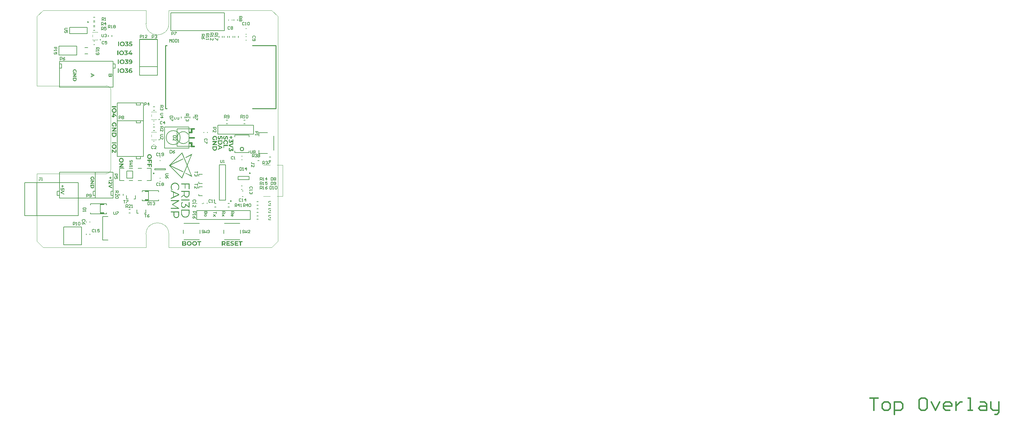
<source format=gto>
G04*
G04 #@! TF.GenerationSoftware,Altium Limited,Altium Designer,22.5.1 (42)*
G04*
G04 Layer_Color=65535*
%FSLAX25Y25*%
%MOIN*%
G70*
G04*
G04 #@! TF.SameCoordinates,46755F1F-E2D4-4758-92CB-C7930609D95B*
G04*
G04*
G04 #@! TF.FilePolarity,Positive*
G04*
G01*
G75*
%ADD10C,0.00984*%
%ADD11C,0.00787*%
%ADD12C,0.00591*%
%ADD13C,0.00394*%
%ADD14C,0.01575*%
%ADD15R,0.04331X0.01772*%
G36*
X159183Y36682D02*
X159182Y36647D01*
X159182Y36612D01*
X159181Y36577D01*
X159180Y36543D01*
X159179Y36508D01*
X159178Y36474D01*
X159177Y36439D01*
X159175Y36405D01*
X159173Y36371D01*
X159171Y36337D01*
X159169Y36303D01*
X159167Y36270D01*
X159165Y36236D01*
X159162Y36203D01*
X159159Y36170D01*
X159156Y36137D01*
X159153Y36104D01*
X159150Y36071D01*
X159146Y36038D01*
X159143Y36006D01*
X159139Y35974D01*
X159135Y35941D01*
X159131Y35910D01*
X159126Y35878D01*
X159122Y35846D01*
X159117Y35814D01*
X159112Y35783D01*
X159107Y35752D01*
X159102Y35721D01*
X159097Y35690D01*
X159091Y35659D01*
X159086Y35628D01*
X159080Y35598D01*
X159074Y35567D01*
X159067Y35537D01*
X159061Y35507D01*
X159055Y35477D01*
X159048Y35447D01*
X159041Y35418D01*
X159034Y35388D01*
X159027Y35359D01*
X159018Y35324D01*
X159009Y35290D01*
X158999Y35255D01*
X158990Y35221D01*
X158980Y35187D01*
X158970Y35153D01*
X158959Y35119D01*
X158949Y35086D01*
X158938Y35053D01*
X158927Y35020D01*
X158916Y34987D01*
X158904Y34955D01*
X158893Y34923D01*
X158880Y34891D01*
X158868Y34859D01*
X158856Y34828D01*
X158843Y34796D01*
X158830Y34765D01*
X158817Y34735D01*
X158804Y34704D01*
X158790Y34674D01*
X158776Y34644D01*
X158763Y34614D01*
X158748Y34584D01*
X158731Y34550D01*
X158714Y34516D01*
X158696Y34482D01*
X158679Y34449D01*
X158660Y34416D01*
X158642Y34384D01*
X158623Y34351D01*
X158604Y34319D01*
X158582Y34283D01*
X158560Y34248D01*
X158537Y34212D01*
X158513Y34178D01*
X158489Y34143D01*
X158462Y34105D01*
X158435Y34068D01*
X158431Y34063D01*
X158423Y34052D01*
X158415Y34042D01*
X158407Y34032D01*
X158403Y34027D01*
X158399Y34022D01*
X158391Y34012D01*
X158383Y34002D01*
X158375Y33992D01*
X158371Y33986D01*
X158367Y33981D01*
X158358Y33970D01*
X158349Y33959D01*
X158340Y33948D01*
X158335Y33943D01*
D01*
X158331Y33938D01*
X158322Y33927D01*
X158313Y33916D01*
X158304Y33906D01*
X158299Y33900D01*
D01*
X158294Y33895D01*
X158284Y33883D01*
X158274Y33872D01*
X158264Y33860D01*
X158258Y33855D01*
D01*
X158252Y33848D01*
X158240Y33835D01*
X158228Y33822D01*
X158216Y33809D01*
X158210Y33803D01*
D01*
X158203Y33795D01*
X158189Y33781D01*
X158175Y33767D01*
X158160Y33752D01*
X158153Y33745D01*
D01*
X158144Y33737D01*
X158127Y33720D01*
X158110Y33704D01*
X158092Y33687D01*
X158083Y33679D01*
D01*
X158071Y33667D01*
X158044Y33644D01*
X158018Y33621D01*
X157991Y33598D01*
X157977Y33587D01*
X157930Y33548D01*
X157833Y33475D01*
X157732Y33406D01*
X157629Y33342D01*
X157575Y33312D01*
D01*
D01*
X157565Y33306D01*
X157544Y33295D01*
X157522Y33283D01*
X157501Y33272D01*
X157490Y33267D01*
D01*
X157481Y33262D01*
X157463Y33253D01*
X157445Y33244D01*
X157427Y33235D01*
X157417Y33231D01*
D01*
X157409Y33227D01*
X157393Y33219D01*
X157377Y33212D01*
X157361Y33204D01*
X157352Y33201D01*
X157345Y33198D01*
X157331Y33191D01*
X157317Y33185D01*
X157303Y33179D01*
X157296Y33176D01*
X157289Y33173D01*
X157276Y33168D01*
X157263Y33163D01*
X157250Y33157D01*
X157243Y33155D01*
D01*
D01*
D01*
D01*
X157237Y33152D01*
X157223Y33147D01*
X157210Y33142D01*
X157197Y33137D01*
X157190Y33134D01*
D01*
X157184Y33132D01*
X157172Y33128D01*
X157160Y33123D01*
X157147Y33119D01*
X157141Y33117D01*
X157097Y33101D01*
X157052Y33087D01*
X157007Y33073D01*
X156966Y33061D01*
X156925Y33049D01*
X156884Y33038D01*
X156842Y33028D01*
X156806Y33019D01*
X156769Y33011D01*
X156731Y33003D01*
X156694Y32996D01*
X156656Y32989D01*
X156618Y32982D01*
X156580Y32976D01*
X156547Y32971D01*
X156514Y32966D01*
X156481Y32962D01*
X156448Y32958D01*
X156414Y32954D01*
X156380Y32950D01*
X156346Y32947D01*
X156312Y32944D01*
X156278Y32942D01*
X156243Y32939D01*
X156209Y32937D01*
X156174Y32936D01*
X156139Y32934D01*
X156104Y32933D01*
X156068Y32932D01*
X156039Y32932D01*
X156009Y32932D01*
X155997Y32932D01*
X155962Y32932D01*
X155932Y32932D01*
X155903Y32933D01*
X155868Y32934D01*
X155833Y32935D01*
X155798Y32937D01*
X155763Y32939D01*
X155729Y32941D01*
X155695Y32943D01*
X155661Y32946D01*
X155627Y32949D01*
X155594Y32953D01*
X155560Y32956D01*
X155527Y32960D01*
X155494Y32965D01*
X155461Y32969D01*
X155428Y32974D01*
X155395Y32979D01*
X155357Y32986D01*
X155320Y32993D01*
X155283Y33000D01*
X155245Y33008D01*
X155209Y33016D01*
X155172Y33024D01*
X155136Y33033D01*
X155095Y33044D01*
X155054Y33055D01*
X155013Y33066D01*
X154973Y33079D01*
X154928Y33093D01*
X154884Y33108D01*
D01*
D01*
X154877Y33110D01*
X154865Y33114D01*
X154853Y33119D01*
X154841Y33123D01*
X154835Y33125D01*
D01*
X154829Y33128D01*
X154816Y33132D01*
X154804Y33137D01*
X154792Y33141D01*
X154786Y33144D01*
D01*
X154780Y33146D01*
X154767Y33151D01*
X154753Y33156D01*
X154740Y33162D01*
X154734Y33165D01*
D01*
X154727Y33167D01*
X154712Y33173D01*
X154698Y33179D01*
X154684Y33185D01*
X154677Y33188D01*
D01*
X154669Y33192D01*
X154654Y33198D01*
X154639Y33205D01*
X154624Y33212D01*
X154617Y33215D01*
X154608Y33220D01*
X154591Y33228D01*
X154574Y33236D01*
X154556Y33244D01*
X154548Y33248D01*
X154538Y33254D01*
X154517Y33264D01*
X154497Y33274D01*
X154477Y33285D01*
X154467Y33290D01*
X154454Y33298D01*
X154427Y33312D01*
X154401Y33327D01*
X154375Y33342D01*
X154362Y33350D01*
D01*
X154302Y33386D01*
X154185Y33464D01*
X154073Y33549D01*
X153966Y33639D01*
X153914Y33686D01*
Y33686D01*
X153906Y33694D01*
X153890Y33710D01*
X153873Y33725D01*
X153857Y33741D01*
X153849Y33749D01*
X153842Y33756D01*
X153829Y33769D01*
X153816Y33783D01*
X153802Y33796D01*
X153796Y33803D01*
D01*
X153790Y33809D01*
X153779Y33821D01*
X153768Y33833D01*
X153757Y33845D01*
X153751Y33851D01*
D01*
X153746Y33857D01*
X153736Y33868D01*
X153726Y33880D01*
X153716Y33891D01*
X153710Y33897D01*
D01*
X153706Y33902D01*
X153697Y33913D01*
X153688Y33923D01*
X153679Y33934D01*
X153674Y33939D01*
X153670Y33945D01*
X153661Y33956D01*
X153652Y33966D01*
X153643Y33977D01*
X153638Y33983D01*
D01*
X153634Y33988D01*
X153626Y33998D01*
X153618Y34008D01*
X153611Y34018D01*
X153607Y34023D01*
X153578Y34060D01*
X153551Y34097D01*
X153524Y34135D01*
X153500Y34170D01*
X153477Y34204D01*
X153454Y34239D01*
X153431Y34275D01*
X153409Y34311D01*
X153390Y34343D01*
X153371Y34375D01*
X153353Y34407D01*
X153334Y34440D01*
X153317Y34474D01*
X153299Y34507D01*
X153282Y34541D01*
X153265Y34575D01*
X153251Y34605D01*
X153236Y34634D01*
X153223Y34664D01*
X153209Y34695D01*
X153196Y34725D01*
X153182Y34756D01*
X153170Y34787D01*
X153157Y34818D01*
X153145Y34850D01*
X153132Y34881D01*
X153120Y34913D01*
X153109Y34945D01*
X153097Y34978D01*
X153086Y35010D01*
X153075Y35043D01*
X153064Y35076D01*
X153053Y35109D01*
X153043Y35143D01*
X153033Y35177D01*
X153023Y35211D01*
X153013Y35245D01*
X153004Y35279D01*
X152995Y35314D01*
X152986Y35349D01*
X152977Y35384D01*
X152969Y35419D01*
X152962Y35449D01*
X152955Y35479D01*
X152948Y35509D01*
X152942Y35539D01*
X152936Y35569D01*
X152930Y35599D01*
X152924Y35630D01*
X152918Y35661D01*
X152913Y35691D01*
X152908Y35722D01*
X152902Y35754D01*
X152897Y35785D01*
X152892Y35816D01*
X152888Y35848D01*
X152883Y35880D01*
X152879Y35912D01*
X152875Y35943D01*
X152871Y35976D01*
X152867Y36008D01*
X152863Y36041D01*
X152860Y36073D01*
X152857Y36106D01*
X152854Y36139D01*
X152851Y36172D01*
X152848Y36205D01*
X152845Y36239D01*
X152843Y36272D01*
X152840Y36306D01*
X152839Y36340D01*
X152837Y36373D01*
X152835Y36408D01*
X152833Y36442D01*
X152832Y36476D01*
X152831Y36511D01*
X152830Y36545D01*
X152829Y36580D01*
X152828Y36615D01*
X152828Y36650D01*
X152827Y36685D01*
X152827Y36721D01*
Y36728D01*
Y39217D01*
X149896D01*
Y40200D01*
X159183D01*
Y36725D01*
X159183Y36682D01*
D02*
G37*
G36*
X149896Y52869D02*
X159183D01*
Y52061D01*
X152300Y48030D01*
X159183Y44031D01*
Y43222D01*
X149899D01*
Y44164D01*
X157323D01*
X151077Y47813D01*
Y48278D01*
X157283Y51928D01*
X149896D01*
Y52869D01*
D02*
G37*
G36*
X170716Y38343D02*
X170715Y38272D01*
X170713Y38202D01*
X170711Y38132D01*
X170707Y38062D01*
X170703Y37993D01*
X170698Y37924D01*
X170693Y37856D01*
X170687Y37788D01*
X170680Y37720D01*
X170672Y37653D01*
X170664Y37587D01*
X170655Y37520D01*
X170645Y37454D01*
X170635Y37389D01*
X170624Y37323D01*
X170610Y37251D01*
X170596Y37179D01*
X170581Y37107D01*
X170566Y37036D01*
X170549Y36965D01*
X170531Y36895D01*
X170513Y36826D01*
X170494Y36757D01*
X170474Y36689D01*
X170451Y36613D01*
X170427Y36539D01*
X170402Y36465D01*
X170376Y36392D01*
X170349Y36320D01*
X170320Y36248D01*
X170289Y36170D01*
X170255Y36094D01*
X170221Y36018D01*
D01*
X170216Y36007D01*
X170207Y35987D01*
X170197Y35966D01*
X170187Y35946D01*
X170182Y35936D01*
X170177Y35925D01*
X170167Y35905D01*
X170157Y35885D01*
X170147Y35865D01*
X170142Y35855D01*
X170137Y35845D01*
X170127Y35825D01*
X170116Y35805D01*
X170106Y35785D01*
X170101Y35775D01*
D01*
X170095Y35765D01*
X170083Y35743D01*
X170072Y35722D01*
X170060Y35701D01*
X170054Y35690D01*
X170048Y35680D01*
X170036Y35659D01*
X170025Y35638D01*
X170012Y35617D01*
X170006Y35607D01*
D01*
X170000Y35596D01*
X169987Y35573D01*
X169973Y35551D01*
X169960Y35529D01*
X169953Y35518D01*
X169946Y35506D01*
X169931Y35483D01*
X169916Y35460D01*
X169901Y35437D01*
X169894Y35425D01*
X169886Y35413D01*
X169870Y35388D01*
X169853Y35364D01*
X169837Y35340D01*
X169829Y35328D01*
Y35328D01*
X169820Y35315D01*
X169802Y35290D01*
X169784Y35265D01*
X169766Y35239D01*
X169757Y35227D01*
X169747Y35213D01*
X169726Y35185D01*
X169705Y35158D01*
X169684Y35131D01*
X169674Y35117D01*
D01*
X169662Y35102D01*
X169638Y35072D01*
X169614Y35043D01*
X169590Y35014D01*
X169578Y34999D01*
X169564Y34982D01*
X169534Y34948D01*
X169505Y34914D01*
X169475Y34880D01*
X169459Y34864D01*
D01*
X169439Y34841D01*
X169397Y34797D01*
X169355Y34753D01*
X169312Y34710D01*
X169290Y34688D01*
X169184Y34585D01*
X168956Y34392D01*
X168717Y34217D01*
X168465Y34058D01*
X168334Y33988D01*
X168314Y33978D01*
X168274Y33957D01*
X168233Y33936D01*
X168193Y33916D01*
X168172Y33906D01*
X168155Y33898D01*
X168121Y33882D01*
X168086Y33866D01*
X168051Y33850D01*
X168034Y33843D01*
X168019Y33836D01*
X167988Y33823D01*
X167958Y33810D01*
X167928Y33797D01*
X167912Y33791D01*
X167898Y33786D01*
X167869Y33774D01*
X167840Y33763D01*
X167810Y33752D01*
X167796Y33746D01*
X167783Y33741D01*
X167757Y33732D01*
X167731Y33722D01*
X167705Y33713D01*
X167692Y33709D01*
X167679Y33705D01*
X167655Y33696D01*
X167630Y33688D01*
X167605Y33680D01*
X167593Y33676D01*
X167580Y33672D01*
X167555Y33664D01*
X167531Y33657D01*
X167506Y33649D01*
X167493Y33646D01*
D01*
X167481Y33642D01*
X167458Y33635D01*
X167434Y33629D01*
X167411Y33622D01*
X167399Y33619D01*
X167388Y33616D01*
X167366Y33610D01*
X167344Y33605D01*
X167323Y33599D01*
X167312Y33596D01*
D01*
X167301Y33594D01*
X167279Y33588D01*
X167256Y33583D01*
X167234Y33578D01*
X167223Y33575D01*
D01*
X167213Y33573D01*
X167193Y33568D01*
X167172Y33564D01*
X167152Y33559D01*
X167141Y33557D01*
X167059Y33540D01*
X166976Y33525D01*
X166900Y33512D01*
X166823Y33501D01*
X166746Y33490D01*
X166668Y33481D01*
X166597Y33474D01*
X166526Y33467D01*
X166455Y33462D01*
X166383Y33457D01*
X166311Y33454D01*
X166238Y33451D01*
X166165Y33449D01*
X166100Y33449D01*
X166075Y33449D01*
X166002Y33449D01*
X165937Y33450D01*
X165864Y33453D01*
X165792Y33456D01*
X165720Y33460D01*
X165648Y33465D01*
X165577Y33471D01*
X165506Y33479D01*
X165436Y33487D01*
X165358Y33496D01*
X165282Y33508D01*
X165205Y33520D01*
X165129Y33533D01*
X165047Y33549D01*
D01*
X165036Y33551D01*
X165016Y33556D01*
X164995Y33560D01*
X164975Y33564D01*
X164964Y33567D01*
X164953Y33569D01*
X164931Y33574D01*
X164909Y33579D01*
X164887Y33585D01*
X164876Y33587D01*
X164865Y33590D01*
X164843Y33595D01*
X164821Y33601D01*
X164799Y33607D01*
X164788Y33609D01*
D01*
X164776Y33612D01*
X164752Y33619D01*
X164729Y33625D01*
X164705Y33632D01*
X164694Y33635D01*
X164694D01*
X164682Y33639D01*
X164659Y33645D01*
X164635Y33652D01*
X164612Y33659D01*
X164600Y33663D01*
D01*
X164588Y33667D01*
X164563Y33674D01*
X164538Y33682D01*
X164514Y33690D01*
X164501Y33694D01*
D01*
X164488Y33699D01*
X164462Y33708D01*
X164436Y33717D01*
X164409Y33726D01*
X164396Y33731D01*
D01*
X164382Y33736D01*
X164355Y33746D01*
X164327Y33756D01*
X164300Y33767D01*
X164286Y33772D01*
D01*
X164271Y33778D01*
X164242Y33790D01*
X164214Y33801D01*
X164185Y33813D01*
X164171Y33819D01*
X164154Y33826D01*
X164120Y33841D01*
X164087Y33856D01*
X164054Y33871D01*
X164037Y33878D01*
D01*
D01*
X164018Y33887D01*
X163981Y33905D01*
X163943Y33923D01*
X163906Y33942D01*
X163887Y33952D01*
X163864Y33964D01*
X163818Y33988D01*
X163772Y34013D01*
X163726Y34038D01*
X163703Y34051D01*
X163667Y34072D01*
X163594Y34116D01*
X163523Y34161D01*
X163452Y34207D01*
X163418Y34231D01*
X163331Y34291D01*
X163163Y34419D01*
X163002Y34555D01*
X162847Y34699D01*
X162774Y34775D01*
D01*
X162755Y34794D01*
X162718Y34833D01*
X162682Y34873D01*
X162646Y34913D01*
X162628Y34933D01*
D01*
D01*
X162614Y34950D01*
X162586Y34982D01*
X162558Y35016D01*
X162530Y35049D01*
X162517Y35066D01*
X162505Y35080D01*
X162483Y35108D01*
X162461Y35137D01*
X162439Y35166D01*
X162428Y35180D01*
X162428Y35180D01*
X162418Y35193D01*
X162398Y35220D01*
X162379Y35246D01*
X162360Y35273D01*
X162350Y35286D01*
D01*
X162341Y35299D01*
X162324Y35324D01*
X162306Y35350D01*
X162289Y35375D01*
X162280Y35388D01*
D01*
X162272Y35401D01*
X162256Y35425D01*
X162240Y35450D01*
X162224Y35475D01*
X162216Y35487D01*
D01*
D01*
X162209Y35499D01*
X162194Y35522D01*
X162180Y35546D01*
X162165Y35569D01*
X162158Y35581D01*
X162152Y35592D01*
X162139Y35615D01*
X162126Y35637D01*
X162113Y35660D01*
X162106Y35671D01*
D01*
X162100Y35681D01*
X162089Y35702D01*
X162077Y35724D01*
X162065Y35745D01*
X162059Y35756D01*
D01*
X162054Y35766D01*
X162042Y35788D01*
X162031Y35809D01*
X162020Y35831D01*
X162014Y35842D01*
X162009Y35851D01*
X161999Y35872D01*
X161989Y35892D01*
X161979Y35912D01*
X161974Y35922D01*
X161969Y35932D01*
X161959Y35953D01*
X161949Y35973D01*
X161940Y35993D01*
X161935Y36004D01*
X161900Y36080D01*
X161867Y36156D01*
X161835Y36234D01*
X161804Y36313D01*
X161776Y36385D01*
X161750Y36458D01*
X161725Y36531D01*
X161701Y36606D01*
X161678Y36681D01*
X161655Y36757D01*
X161636Y36826D01*
X161618Y36895D01*
X161600Y36965D01*
X161584Y37036D01*
X161568Y37107D01*
X161553Y37179D01*
X161539Y37251D01*
X161526Y37323D01*
X161513Y37397D01*
X161503Y37462D01*
X161493Y37528D01*
X161484Y37595D01*
X161476Y37662D01*
X161469Y37729D01*
X161462Y37797D01*
X161456Y37865D01*
X161450Y37933D01*
X161446Y38002D01*
X161442Y38071D01*
X161438Y38141D01*
X161436Y38211D01*
X161434Y38281D01*
X161433Y38352D01*
X161433Y38423D01*
Y42201D01*
X170717D01*
Y38423D01*
X170716Y38343D01*
D02*
G37*
G36*
X161837Y50036D02*
X161822Y50004D01*
X161808Y49971D01*
X161793Y49938D01*
X161779Y49905D01*
X161764Y49869D01*
X161748Y49832D01*
X161733Y49795D01*
X161719Y49758D01*
X161703Y49716D01*
X161688Y49675D01*
X161671Y49630D01*
X161656Y49585D01*
X161639Y49536D01*
X161623Y49486D01*
X161606Y49433D01*
X161588Y49375D01*
X161571Y49317D01*
X161553Y49252D01*
X161534Y49182D01*
X161516Y49108D01*
X161495Y49022D01*
X161475Y48928D01*
X161472Y48914D01*
X161466Y48885D01*
X161460Y48857D01*
X161455Y48828D01*
X161452Y48814D01*
X161449Y48796D01*
X161442Y48759D01*
X161435Y48723D01*
X161429Y48687D01*
X161426Y48668D01*
X161413Y48585D01*
X161391Y48419D01*
X161373Y48252D01*
X161361Y48084D01*
X161357Y48000D01*
X161357D01*
X161355Y47967D01*
X161353Y47899D01*
X161352Y47832D01*
X161351Y47765D01*
Y47732D01*
X161351Y47732D01*
D01*
X161351Y47698D01*
X161351Y47665D01*
X161352Y47632D01*
X161352Y47599D01*
X161353Y47566D01*
X161354Y47533D01*
X161355Y47501D01*
X161356Y47468D01*
X161358Y47436D01*
X161360Y47404D01*
X161362Y47372D01*
X161363Y47340D01*
X161366Y47309D01*
X161368Y47278D01*
X161371Y47246D01*
X161373Y47215D01*
X161376Y47184D01*
X161379Y47154D01*
X161382Y47123D01*
X161386Y47093D01*
X161389Y47063D01*
X161393Y47033D01*
X161397Y47003D01*
X161401Y46973D01*
X161405Y46944D01*
X161409Y46914D01*
X161414Y46885D01*
X161419Y46856D01*
X161424Y46827D01*
X161428Y46799D01*
X161434Y46770D01*
X161439Y46742D01*
X161444Y46714D01*
X161450Y46685D01*
X161456Y46658D01*
X161462Y46630D01*
X161468Y46602D01*
X161474Y46575D01*
X161481Y46548D01*
X161487Y46521D01*
X161494Y46494D01*
X161501Y46467D01*
X161508Y46441D01*
X161515Y46415D01*
X161522Y46388D01*
X161530Y46362D01*
X161539Y46331D01*
X161549Y46301D01*
X161558Y46270D01*
X161568Y46240D01*
X161578Y46210D01*
X161588Y46180D01*
X161599Y46150D01*
X161609Y46121D01*
X161620Y46092D01*
X161631Y46063D01*
X161643Y46035D01*
X161654Y46007D01*
X161666Y45978D01*
X161678Y45951D01*
X161690Y45923D01*
X161702Y45896D01*
X161715Y45869D01*
X161727Y45842D01*
X161742Y45810D01*
X161758Y45780D01*
X161773Y45749D01*
X161789Y45719D01*
X161805Y45690D01*
X161822Y45660D01*
X161838Y45631D01*
X161855Y45602D01*
X161875Y45570D01*
X161895Y45538D01*
X161915Y45506D01*
X161936Y45475D01*
X161959Y45441D01*
X161983Y45407D01*
X162008Y45373D01*
X162035Y45337D01*
X162063Y45301D01*
X162067Y45296D01*
X162075Y45286D01*
X162083Y45276D01*
X162091Y45267D01*
X162095Y45262D01*
X162095D01*
X162099Y45257D01*
X162106Y45248D01*
X162114Y45238D01*
X162122Y45229D01*
X162127Y45224D01*
X162127Y45224D01*
Y45224D01*
X162131Y45219D01*
X162140Y45209D01*
X162149Y45199D01*
X162157Y45189D01*
X162162Y45184D01*
X162167Y45178D01*
X162177Y45168D01*
X162186Y45157D01*
X162196Y45146D01*
X162201Y45141D01*
X162201D01*
Y45141D01*
X162207Y45135D01*
X162218Y45123D01*
X162230Y45111D01*
X162241Y45099D01*
X162247Y45093D01*
X162254Y45087D01*
X162267Y45074D01*
X162281Y45060D01*
X162294Y45047D01*
X162301Y45041D01*
X162301Y45041D01*
X162301Y45041D01*
X162309Y45033D01*
X162326Y45017D01*
X162343Y45002D01*
X162360Y44987D01*
X162369Y44979D01*
Y44979D01*
Y44979D01*
X162413Y44940D01*
X162505Y44867D01*
X162601Y44798D01*
X162700Y44734D01*
X162751Y44705D01*
D01*
X162766Y44697D01*
X162796Y44680D01*
X162826Y44663D01*
X162856Y44647D01*
X162872Y44640D01*
Y44640D01*
X162882Y44635D01*
X162903Y44624D01*
X162925Y44614D01*
X162946Y44604D01*
X162957Y44599D01*
Y44599D01*
X162966Y44595D01*
X162983Y44587D01*
X163001Y44579D01*
X163019Y44572D01*
X163028Y44568D01*
Y44568D01*
X163036Y44565D01*
X163052Y44558D01*
X163068Y44552D01*
X163084Y44545D01*
X163092Y44542D01*
Y44542D01*
X163099Y44539D01*
X163113Y44534D01*
X163127Y44529D01*
X163142Y44524D01*
X163149Y44521D01*
X163149Y44521D01*
X163149Y44521D01*
X163155Y44519D01*
X163169Y44514D01*
X163182Y44510D01*
X163195Y44505D01*
X163202Y44503D01*
Y44503D01*
X163208Y44501D01*
X163220Y44497D01*
X163233Y44493D01*
X163245Y44489D01*
X163251Y44487D01*
X163258Y44485D01*
X163270Y44481D01*
X163283Y44477D01*
X163295Y44474D01*
X163302Y44472D01*
X163307Y44470D01*
X163319Y44467D01*
X163330Y44464D01*
X163342Y44460D01*
X163348Y44459D01*
X163348Y44459D01*
X163354Y44457D01*
X163365Y44454D01*
X163377Y44451D01*
X163389Y44448D01*
X163394Y44447D01*
D01*
X163437Y44437D01*
X163480Y44427D01*
X163523Y44418D01*
X163563Y44411D01*
X163602Y44404D01*
X163642Y44397D01*
X163681Y44392D01*
X163722Y44386D01*
X163762Y44382D01*
X163798Y44378D01*
X163834Y44374D01*
X163870Y44372D01*
X163907Y44369D01*
X163943Y44367D01*
X163980Y44366D01*
X164017Y44365D01*
X164054Y44364D01*
X164096Y44363D01*
X164118Y44364D01*
X164145Y44364D01*
X164171Y44364D01*
X164197Y44365D01*
X164224Y44366D01*
X164250Y44367D01*
X164276Y44369D01*
X164302Y44370D01*
X164332Y44372D01*
X164362Y44375D01*
X164392Y44377D01*
X164422Y44380D01*
X164452Y44384D01*
X164481Y44387D01*
X164511Y44391D01*
X164540Y44395D01*
X164569Y44400D01*
X164598Y44404D01*
X164627Y44409D01*
X164660Y44416D01*
X164692Y44422D01*
X164725Y44429D01*
X164757Y44436D01*
X164789Y44444D01*
X164821Y44452D01*
X164856Y44461D01*
X164891Y44471D01*
X164926Y44482D01*
X164965Y44494D01*
X165003Y44507D01*
X165008Y44508D01*
X165019Y44512D01*
X165029Y44516D01*
X165040Y44519D01*
X165045Y44521D01*
Y44521D01*
X165050Y44523D01*
X165060Y44527D01*
X165071Y44531D01*
X165081Y44535D01*
X165086Y44537D01*
X165092Y44539D01*
X165103Y44543D01*
X165114Y44548D01*
X165125Y44552D01*
X165131Y44554D01*
Y44554D01*
X165137Y44557D01*
X165149Y44562D01*
X165161Y44567D01*
X165172Y44572D01*
X165178Y44575D01*
X165178Y44575D01*
X165185Y44578D01*
X165199Y44584D01*
X165212Y44590D01*
X165226Y44596D01*
X165233Y44599D01*
Y44599D01*
Y44599D01*
X165240Y44603D01*
X165256Y44610D01*
X165271Y44617D01*
X165286Y44625D01*
X165293Y44628D01*
X165294Y44628D01*
X165293D01*
X165303Y44633D01*
X165322Y44643D01*
X165342Y44653D01*
X165361Y44664D01*
X165371Y44669D01*
X165371D01*
X165371Y44669D01*
X165406Y44688D01*
X165475Y44730D01*
X165543Y44774D01*
X165610Y44821D01*
X165642Y44846D01*
D01*
X165642Y44846D01*
X165656Y44856D01*
X165683Y44878D01*
X165710Y44899D01*
X165737Y44922D01*
X165750Y44933D01*
X165750Y44933D01*
X165750Y44933D01*
X165758Y44940D01*
X165774Y44954D01*
X165790Y44968D01*
X165805Y44982D01*
X165813Y44989D01*
X165813Y44989D01*
X165813Y44989D01*
X165819Y44995D01*
X165831Y45007D01*
X165844Y45019D01*
X165856Y45031D01*
X165862Y45037D01*
X165862Y45037D01*
X165867Y45041D01*
X165877Y45052D01*
X165887Y45062D01*
X165897Y45072D01*
X165902Y45077D01*
X165902Y45077D01*
X165907Y45081D01*
X165916Y45091D01*
X165925Y45101D01*
X165934Y45110D01*
X165938Y45115D01*
X165938Y45115D01*
X165942Y45120D01*
X165951Y45129D01*
X165959Y45138D01*
X165967Y45147D01*
X165971Y45152D01*
D01*
X165975Y45156D01*
X165982Y45164D01*
X165990Y45173D01*
X165997Y45181D01*
X166000Y45186D01*
X166001Y45186D01*
X166027Y45217D01*
X166053Y45250D01*
X166076Y45279D01*
X166099Y45309D01*
X166119Y45336D01*
X166138Y45364D01*
X166157Y45391D01*
X166177Y45419D01*
X166193Y45445D01*
X166209Y45470D01*
X166225Y45495D01*
X166241Y45521D01*
X166256Y45547D01*
X166272Y45574D01*
X166287Y45601D01*
X166300Y45624D01*
X166312Y45647D01*
X166325Y45671D01*
X166337Y45695D01*
X166349Y45719D01*
X166361Y45743D01*
X166373Y45767D01*
X166384Y45792D01*
X166396Y45817D01*
X166407Y45842D01*
X166418Y45867D01*
X166429Y45893D01*
X166440Y45918D01*
X166451Y45944D01*
X166461Y45970D01*
X166470Y45992D01*
X166478Y46015D01*
X166486Y46037D01*
X166494Y46059D01*
X166502Y46082D01*
X166510Y46105D01*
X166518Y46127D01*
X166526Y46150D01*
X166534Y46174D01*
X166541Y46197D01*
X166548Y46220D01*
X166555Y46244D01*
X166562Y46268D01*
X166569Y46292D01*
X166576Y46316D01*
X166583Y46340D01*
X166589Y46364D01*
X166596Y46389D01*
X166602Y46413D01*
X166608Y46438D01*
X166614Y46463D01*
X166620Y46488D01*
X166626Y46514D01*
X166632Y46539D01*
X166637Y46564D01*
X166643Y46590D01*
X166648Y46616D01*
X166653Y46642D01*
X166658Y46668D01*
X166663Y46694D01*
X166668Y46721D01*
X166672Y46747D01*
X166677Y46774D01*
X166681Y46801D01*
X166685Y46828D01*
X166689Y46855D01*
X166693Y46883D01*
X166697Y46910D01*
X166701Y46938D01*
X166704Y46966D01*
X166708Y46993D01*
X166711Y47022D01*
X166714Y47050D01*
X166717Y47078D01*
X166720Y47107D01*
X166723Y47135D01*
X166725Y47164D01*
X166728Y47193D01*
X166730Y47222D01*
X166732Y47252D01*
X166734Y47281D01*
X166736Y47311D01*
X166738Y47346D01*
X170041Y44718D01*
X170717D01*
Y50687D01*
X169864D01*
Y45942D01*
X166642Y48514D01*
X165940Y48514D01*
Y47851D01*
Y47846D01*
X165939Y47826D01*
X165939Y47805D01*
X165939Y47785D01*
X165939Y47764D01*
X165939Y47744D01*
X165938Y47724D01*
X165938Y47704D01*
X165937Y47684D01*
X165937Y47664D01*
X165936Y47644D01*
X165935Y47624D01*
X165934Y47605D01*
X165934Y47585D01*
X165933Y47566D01*
X165931Y47546D01*
X165930Y47527D01*
X165929Y47508D01*
X165928Y47489D01*
X165927Y47470D01*
X165925Y47451D01*
X165924Y47432D01*
X165922Y47413D01*
X165921Y47395D01*
X165919Y47376D01*
X165918Y47358D01*
X165916Y47339D01*
X165914Y47321D01*
X165912Y47303D01*
X165910Y47285D01*
X165908Y47267D01*
X165906Y47249D01*
X165904Y47231D01*
X165902Y47213D01*
X165899Y47195D01*
X165897Y47178D01*
X165895Y47160D01*
X165892Y47143D01*
X165890Y47126D01*
X165887Y47108D01*
X165884Y47091D01*
X165882Y47074D01*
X165879Y47057D01*
X165876Y47040D01*
X165873Y47023D01*
X165870Y47007D01*
X165867Y46990D01*
X165864Y46974D01*
X165860Y46957D01*
X165857Y46941D01*
X165854Y46925D01*
X165850Y46908D01*
X165847Y46892D01*
X165844Y46876D01*
X165840Y46860D01*
X165836Y46845D01*
X165833Y46829D01*
X165829Y46813D01*
X165825Y46798D01*
X165821Y46782D01*
X165817Y46767D01*
X165813Y46751D01*
X165809Y46736D01*
X165805Y46721D01*
X165801Y46706D01*
X165796Y46691D01*
X165792Y46676D01*
X165788Y46661D01*
X165783Y46647D01*
X165779Y46632D01*
X165774Y46617D01*
X165770Y46603D01*
X165765Y46589D01*
X165760Y46574D01*
X165755Y46560D01*
X165751Y46546D01*
X165746Y46532D01*
X165741Y46518D01*
X165736Y46504D01*
X165731Y46490D01*
X165725Y46477D01*
X165720Y46463D01*
X165715Y46450D01*
X165709Y46436D01*
X165704Y46423D01*
X165699Y46410D01*
X165693Y46397D01*
X165686Y46380D01*
X165679Y46364D01*
X165672Y46348D01*
X165665Y46332D01*
X165657Y46316D01*
X165650Y46301D01*
X165642Y46285D01*
X165635Y46270D01*
X165627Y46254D01*
X165619Y46239D01*
X165611Y46224D01*
X165603Y46209D01*
X165595Y46195D01*
X165587Y46180D01*
X165579Y46165D01*
X165571Y46151D01*
X165562Y46137D01*
X165554Y46123D01*
X165545Y46109D01*
X165535Y46092D01*
X165524Y46076D01*
X165513Y46060D01*
X165503Y46044D01*
X165492Y46028D01*
X165481Y46012D01*
X165470Y45997D01*
X165456Y45979D01*
X165443Y45961D01*
X165429Y45944D01*
X165416Y45927D01*
X165400Y45908D01*
X165384Y45889D01*
X165368Y45871D01*
X165349Y45850D01*
X165347Y45847D01*
X165341Y45842D01*
X165336Y45836D01*
X165331Y45831D01*
X165328Y45828D01*
X165328Y45828D01*
X165328D01*
X165326Y45825D01*
X165321Y45820D01*
X165315Y45814D01*
X165310Y45809D01*
X165307Y45806D01*
X165307Y45806D01*
X165304Y45803D01*
X165297Y45797D01*
X165291Y45790D01*
X165285Y45784D01*
X165281Y45781D01*
X165281Y45781D01*
X165278Y45778D01*
X165271Y45771D01*
X165263Y45764D01*
X165256Y45758D01*
X165253Y45754D01*
X165248Y45750D01*
X165239Y45742D01*
X165230Y45734D01*
X165221Y45727D01*
X165217Y45723D01*
X165217D01*
X165217Y45723D01*
X165192Y45702D01*
X165141Y45662D01*
X165088Y45624D01*
X165033Y45589D01*
X165006Y45572D01*
D01*
X164998Y45568D01*
X164983Y45559D01*
X164969Y45551D01*
X164954Y45543D01*
X164946Y45539D01*
X164941Y45536D01*
X164931Y45531D01*
X164920Y45526D01*
X164910Y45520D01*
X164904Y45518D01*
X164900Y45515D01*
X164892Y45511D01*
X164883Y45507D01*
X164874Y45503D01*
X164870Y45501D01*
X164870D01*
X164870Y45501D01*
X164866Y45499D01*
X164858Y45496D01*
X164850Y45492D01*
X164841Y45489D01*
X164837Y45487D01*
X164834Y45485D01*
X164826Y45482D01*
X164819Y45479D01*
X164811Y45476D01*
X164807Y45474D01*
X164807D01*
X164804Y45473D01*
X164797Y45470D01*
X164790Y45467D01*
X164783Y45465D01*
X164780Y45463D01*
X164780Y45463D01*
Y45463D01*
X164755Y45454D01*
X164729Y45445D01*
X164707Y45437D01*
X164684Y45430D01*
X164661Y45423D01*
X164640Y45417D01*
X164620Y45411D01*
X164599Y45405D01*
X164579Y45400D01*
X164558Y45395D01*
X164540Y45391D01*
X164522Y45387D01*
X164504Y45384D01*
X164486Y45380D01*
X164467Y45377D01*
X164449Y45373D01*
X164430Y45370D01*
X164412Y45367D01*
X164393Y45365D01*
X164374Y45362D01*
X164359Y45360D01*
X164343Y45358D01*
X164327Y45357D01*
X164311Y45355D01*
X164295Y45353D01*
X164279Y45352D01*
X164263Y45351D01*
X164247Y45350D01*
X164231Y45349D01*
X164214Y45348D01*
X164198Y45347D01*
X164182Y45346D01*
X164165Y45346D01*
X164149Y45345D01*
X164132Y45345D01*
X164116Y45345D01*
X164096Y45345D01*
X164078Y45345D01*
X164061Y45345D01*
X164044Y45345D01*
X164027Y45346D01*
X164010Y45346D01*
X163990Y45347D01*
X163969Y45348D01*
X163949Y45349D01*
X163929Y45351D01*
X163909Y45352D01*
X163890Y45354D01*
X163870Y45356D01*
X163850Y45358D01*
X163831Y45360D01*
X163811Y45363D01*
X163792Y45366D01*
X163772Y45368D01*
X163753Y45371D01*
X163731Y45375D01*
X163709Y45379D01*
X163687Y45384D01*
X163665Y45388D01*
X163644Y45393D01*
X163622Y45398D01*
X163601Y45403D01*
X163577Y45409D01*
X163553Y45416D01*
X163529Y45423D01*
X163502Y45431D01*
X163476Y45439D01*
X163450Y45448D01*
X163450Y45448D01*
X163446Y45450D01*
X163439Y45452D01*
X163432Y45455D01*
X163424Y45457D01*
X163421Y45459D01*
X163421D01*
X163417Y45460D01*
X163409Y45463D01*
X163401Y45466D01*
X163393Y45469D01*
X163389Y45471D01*
X163389D01*
X163385Y45472D01*
X163377Y45476D01*
X163368Y45479D01*
X163360Y45483D01*
X163356Y45484D01*
X163356Y45484D01*
X163351Y45486D01*
X163342Y45490D01*
X163333Y45494D01*
X163324Y45498D01*
X163320Y45500D01*
X163320Y45500D01*
X163320Y45500D01*
X163314Y45502D01*
X163304Y45507D01*
X163294Y45512D01*
X163284Y45517D01*
X163278Y45519D01*
D01*
Y45519D01*
X163272Y45522D01*
X163259Y45529D01*
X163247Y45535D01*
X163234Y45542D01*
X163228Y45545D01*
X163200Y45560D01*
X163147Y45591D01*
X163094Y45624D01*
X163043Y45659D01*
X163018Y45678D01*
X163010Y45684D01*
X162993Y45698D01*
X162976Y45711D01*
X162959Y45725D01*
X162950Y45732D01*
Y45732D01*
X162945Y45737D01*
X162934Y45746D01*
X162923Y45755D01*
X162913Y45765D01*
X162907Y45770D01*
Y45770D01*
X162903Y45774D01*
X162895Y45781D01*
X162887Y45789D01*
X162878Y45797D01*
X162874Y45801D01*
X162874Y45801D01*
X162874Y45801D01*
X162871Y45804D01*
X162864Y45811D01*
X162857Y45818D01*
X162850Y45825D01*
X162846Y45828D01*
Y45828D01*
Y45828D01*
X162843Y45832D01*
X162837Y45838D01*
X162830Y45845D01*
X162824Y45851D01*
X162821Y45854D01*
X162821Y45854D01*
X162818Y45858D01*
X162812Y45864D01*
X162806Y45870D01*
X162801Y45876D01*
X162798Y45879D01*
X162798Y45879D01*
X162795Y45882D01*
X162790Y45888D01*
X162785Y45893D01*
X162780Y45899D01*
X162777Y45902D01*
X162777Y45902D01*
X162759Y45923D01*
X162742Y45944D01*
X162726Y45964D01*
X162711Y45983D01*
X162696Y46003D01*
X162680Y46023D01*
X162668Y46041D01*
X162655Y46059D01*
X162642Y46078D01*
X162630Y46096D01*
X162618Y46115D01*
X162606Y46134D01*
X162596Y46150D01*
X162586Y46167D01*
X162576Y46184D01*
X162566Y46201D01*
X162556Y46218D01*
X162547Y46235D01*
X162537Y46253D01*
X162528Y46270D01*
X162519Y46288D01*
X162510Y46306D01*
X162501Y46324D01*
X162492Y46343D01*
X162485Y46358D01*
X162478Y46373D01*
X162471Y46389D01*
X162464Y46405D01*
X162458Y46420D01*
X162451Y46436D01*
X162444Y46452D01*
X162438Y46469D01*
X162431Y46485D01*
X162425Y46501D01*
X162419Y46518D01*
X162413Y46534D01*
X162407Y46551D01*
X162400Y46568D01*
X162395Y46585D01*
X162389Y46602D01*
X162383Y46619D01*
X162378Y46636D01*
X162372Y46653D01*
X162367Y46671D01*
X162362Y46688D01*
X162356Y46706D01*
X162351Y46724D01*
X162346Y46742D01*
X162341Y46760D01*
X162337Y46778D01*
X162332Y46796D01*
X162327Y46814D01*
X162323Y46833D01*
X162319Y46851D01*
X162314Y46870D01*
X162310Y46889D01*
X162306Y46908D01*
X162302Y46927D01*
X162298Y46946D01*
X162294Y46965D01*
X162290Y46984D01*
X162287Y47004D01*
X162283Y47023D01*
X162280Y47043D01*
X162277Y47063D01*
X162273Y47082D01*
X162270Y47102D01*
X162267Y47122D01*
X162264Y47143D01*
X162262Y47163D01*
X162259Y47183D01*
X162256Y47204D01*
X162254Y47224D01*
X162251Y47245D01*
X162249Y47266D01*
X162247Y47287D01*
X162245Y47308D01*
X162243Y47329D01*
X162241Y47350D01*
X162239Y47372D01*
X162238Y47393D01*
X162236Y47414D01*
X162235Y47436D01*
X162233Y47458D01*
X162232Y47480D01*
X162231Y47502D01*
X162230Y47524D01*
X162229Y47546D01*
X162228Y47568D01*
X162227Y47591D01*
X162227Y47613D01*
X162226Y47636D01*
X162226Y47658D01*
X162226Y47681D01*
X162225Y47704D01*
X162225Y47732D01*
X162226Y47782D01*
X162226Y47831D01*
X162229Y47929D01*
X162234Y48027D01*
X162241Y48125D01*
X162246Y48174D01*
Y48174D01*
X162248Y48202D01*
X162254Y48256D01*
X162260Y48311D01*
X162267Y48366D01*
X162271Y48393D01*
X162271D01*
X162274Y48413D01*
X162280Y48453D01*
X162286Y48493D01*
X162292Y48533D01*
X162296Y48553D01*
X162296Y48553D01*
X162299Y48569D01*
X162304Y48601D01*
X162311Y48633D01*
X162317Y48664D01*
X162320Y48680D01*
X162323Y48694D01*
X162328Y48721D01*
X162334Y48748D01*
X162340Y48776D01*
X162343Y48789D01*
X162346Y48801D01*
X162352Y48825D01*
X162357Y48849D01*
X162363Y48872D01*
X162366Y48884D01*
X162366D01*
X162369Y48894D01*
X162374Y48915D01*
X162379Y48936D01*
X162385Y48957D01*
X162388Y48968D01*
Y48968D01*
X162388D01*
X162390Y48977D01*
X162396Y48996D01*
X162401Y49015D01*
X162406Y49034D01*
X162409Y49044D01*
X162409D01*
D01*
X162430Y49113D01*
X162450Y49178D01*
X162471Y49240D01*
X162490Y49295D01*
X162510Y49349D01*
X162529Y49400D01*
X162547Y49447D01*
X162565Y49490D01*
X162583Y49534D01*
X162601Y49574D01*
X162619Y49614D01*
X162635Y49650D01*
X162652Y49686D01*
X162670Y49722D01*
X162686Y49755D01*
X162702Y49787D01*
X162719Y49819D01*
X162735Y49849D01*
X162750Y49878D01*
X162766Y49906D01*
X162783Y49935D01*
X162797Y49960D01*
X162812Y49986D01*
X162827Y50011D01*
X162843Y50036D01*
X162858Y50060D01*
X162874Y50085D01*
X162888Y50107D01*
X162902Y50128D01*
X162916Y50150D01*
X162931Y50171D01*
X162945Y50192D01*
X162960Y50213D01*
X162975Y50234D01*
X162990Y50254D01*
X163003Y50272D01*
X163017Y50290D01*
X163030Y50308D01*
X163044Y50325D01*
X163057Y50342D01*
X163071Y50360D01*
X163085Y50377D01*
X163099Y50393D01*
X163113Y50410D01*
X163127Y50427D01*
X163141Y50443D01*
X163155Y50459D01*
X163170Y50475D01*
X163182Y50489D01*
X163195Y50503D01*
X163208Y50516D01*
X163221Y50530D01*
X163233Y50543D01*
X163246Y50556D01*
X163259Y50569D01*
X163272Y50582D01*
X163285Y50595D01*
X163300Y50609D01*
X162544Y51074D01*
X162539Y51069D01*
X162524Y51054D01*
X162509Y51039D01*
X162494Y51024D01*
X162479Y51008D01*
X162464Y50992D01*
X162449Y50976D01*
X162434Y50960D01*
X162420Y50944D01*
X162405Y50927D01*
X162390Y50911D01*
X162376Y50894D01*
X162362Y50877D01*
X162347Y50860D01*
X162333Y50843D01*
X162319Y50825D01*
X162305Y50808D01*
X162291Y50790D01*
X162277Y50772D01*
X162264Y50754D01*
X162250Y50736D01*
X162236Y50718D01*
X162223Y50700D01*
X162209Y50681D01*
X162196Y50662D01*
X162183Y50643D01*
X162170Y50625D01*
X162156Y50605D01*
X162144Y50586D01*
X162131Y50567D01*
X162118Y50547D01*
X162103Y50525D01*
X162089Y50502D01*
X162075Y50479D01*
X162060Y50456D01*
X162046Y50433D01*
X162032Y50409D01*
X162019Y50386D01*
X162005Y50362D01*
X161991Y50338D01*
X161978Y50314D01*
X161965Y50290D01*
X161951Y50266D01*
X161937Y50238D01*
X161922Y50210D01*
X161908Y50182D01*
X161894Y50154D01*
X161880Y50126D01*
X161866Y50097D01*
X161852Y50068D01*
X161837Y50036D01*
D02*
G37*
G36*
X161433Y53686D02*
Y52705D01*
X170717D01*
Y53686D01*
X161433D01*
D02*
G37*
G36*
X168204Y92881D02*
X172546Y103421D01*
X166364Y100327D01*
X166091Y100991D01*
X173929Y104914D01*
X168591Y91936D01*
X173929Y78958D01*
X166077Y82886D01*
X166350Y83548D01*
X172540Y80453D01*
X168204Y90997D01*
X162580Y77336D01*
X147980Y91936D01*
X162580Y106536D01*
X168204Y92881D01*
D02*
G37*
G36*
X154575Y72490D02*
X154599Y72490D01*
X154624Y72490D01*
X154636Y72490D01*
X154648Y72489D01*
X154672Y72489D01*
X154697Y72488D01*
X154721Y72487D01*
X154733Y72487D01*
X154733D01*
X154745Y72487D01*
X154769Y72486D01*
X154793Y72484D01*
X154817Y72483D01*
X154829Y72483D01*
X154829Y72483D01*
X154841Y72482D01*
X154865Y72480D01*
X154889Y72479D01*
X154913Y72477D01*
X154925Y72476D01*
X154925D01*
X154938Y72475D01*
X154963Y72473D01*
X154989Y72471D01*
X155015Y72469D01*
X155028Y72468D01*
Y72468D01*
X155040Y72466D01*
X155066Y72464D01*
X155091Y72461D01*
X155117Y72458D01*
X155130Y72457D01*
X155130Y72457D01*
X155143Y72455D01*
X155171Y72452D01*
X155198Y72449D01*
X155225Y72445D01*
X155239Y72443D01*
X155239Y72443D01*
Y72443D01*
X155253Y72441D01*
X155282Y72437D01*
X155311Y72433D01*
X155340Y72428D01*
X155354Y72426D01*
Y72426D01*
X155369Y72424D01*
X155397Y72419D01*
X155426Y72414D01*
X155454Y72409D01*
X155469Y72406D01*
X155469Y72406D01*
X155484Y72404D01*
X155514Y72398D01*
X155544Y72392D01*
X155575Y72386D01*
X155590Y72382D01*
X155590Y72382D01*
X155605Y72379D01*
X155637Y72372D01*
X155669Y72365D01*
X155701Y72357D01*
X155717Y72354D01*
X155717Y72354D01*
X155734Y72349D01*
X155769Y72341D01*
X155804Y72332D01*
X155839Y72322D01*
X155856Y72318D01*
X155856D01*
X155876Y72312D01*
X155914Y72302D01*
X155952Y72291D01*
X155990Y72279D01*
X156009Y72273D01*
X156009Y72273D01*
X156009Y72273D01*
X156029Y72267D01*
X156070Y72254D01*
X156111Y72240D01*
X156152Y72227D01*
X156173Y72219D01*
X156173D01*
X156195Y72211D01*
X156241Y72195D01*
X156286Y72178D01*
X156332Y72161D01*
X156354Y72151D01*
Y72151D01*
X156381Y72141D01*
X156434Y72119D01*
X156486Y72097D01*
X156539Y72073D01*
X156565Y72061D01*
X156599Y72046D01*
X156667Y72013D01*
X156735Y71980D01*
X156801Y71945D01*
X156835Y71927D01*
X156835D01*
X156909Y71887D01*
X157055Y71801D01*
X157197Y71709D01*
X157336Y71613D01*
X157403Y71561D01*
X157488Y71498D01*
X157651Y71362D01*
X157807Y71219D01*
X157956Y71069D01*
X158027Y70990D01*
X158027Y70990D01*
X158055Y70959D01*
X158110Y70896D01*
X158163Y70832D01*
X158216Y70767D01*
X158241Y70734D01*
X158241D01*
X158262Y70708D01*
X158301Y70655D01*
X158340Y70602D01*
X158378Y70549D01*
X158397Y70522D01*
X158397Y70522D01*
Y70522D01*
X158397Y70522D01*
Y70522D01*
X158412Y70499D01*
X158443Y70453D01*
X158473Y70407D01*
X158503Y70361D01*
X158517Y70337D01*
X158517Y70337D01*
X158530Y70316D01*
X158556Y70274D01*
X158581Y70231D01*
X158606Y70187D01*
X158619Y70166D01*
X158619D01*
X158630Y70146D01*
X158651Y70107D01*
X158672Y70068D01*
X158693Y70029D01*
X158703Y70009D01*
Y70009D01*
X158713Y69990D01*
X158732Y69952D01*
X158751Y69913D01*
X158770Y69875D01*
X158779Y69855D01*
X158787Y69837D01*
X158803Y69801D01*
X158819Y69766D01*
X158835Y69729D01*
X158843Y69711D01*
X158843Y69711D01*
X158851Y69694D01*
X158865Y69659D01*
X158880Y69624D01*
X158894Y69589D01*
X158901Y69572D01*
X158901Y69572D01*
X158901Y69572D01*
X158907Y69555D01*
X158920Y69521D01*
X158933Y69488D01*
X158945Y69454D01*
X158951Y69437D01*
X158951D01*
X158957Y69421D01*
X158969Y69388D01*
X158980Y69356D01*
X158991Y69323D01*
X158996Y69307D01*
X158996Y69307D01*
X159001Y69292D01*
X159011Y69260D01*
X159021Y69229D01*
X159031Y69198D01*
X159035Y69182D01*
D01*
Y69182D01*
Y69182D01*
X159035D01*
X159040Y69167D01*
X159049Y69135D01*
X159058Y69104D01*
X159067Y69072D01*
X159072Y69056D01*
X159072Y69056D01*
X159076Y69041D01*
X159084Y69011D01*
X159091Y68981D01*
X159099Y68951D01*
X159103Y68936D01*
X159106Y68922D01*
X159113Y68893D01*
X159120Y68865D01*
X159126Y68836D01*
X159130Y68822D01*
X159130Y68822D01*
X159133Y68807D01*
X159139Y68779D01*
X159145Y68750D01*
X159151Y68721D01*
X159154Y68706D01*
X159157Y68693D01*
X159162Y68666D01*
X159167Y68638D01*
X159172Y68611D01*
X159174Y68598D01*
D01*
Y68598D01*
Y68598D01*
X159174Y68598D01*
X159177Y68584D01*
X159181Y68556D01*
X159186Y68529D01*
X159190Y68501D01*
X159193Y68488D01*
X159193Y68488D01*
X159193Y68488D01*
X159195Y68474D01*
X159199Y68446D01*
X159203Y68418D01*
X159207Y68391D01*
X159209Y68377D01*
X159209Y68377D01*
X159211Y68364D01*
X159214Y68338D01*
X159217Y68312D01*
X159220Y68286D01*
X159222Y68273D01*
D01*
Y68273D01*
Y68273D01*
X159222Y68273D01*
X159223Y68260D01*
X159226Y68234D01*
X159229Y68208D01*
X159231Y68181D01*
X159233Y68168D01*
X159233Y68168D01*
X159234Y68155D01*
X159237Y68129D01*
X159239Y68102D01*
X159241Y68076D01*
X159242Y68063D01*
X159242Y68063D01*
X159243Y68050D01*
X159245Y68026D01*
X159246Y68001D01*
X159248Y67977D01*
X159249Y67965D01*
X159249Y67965D01*
X159254Y67866D01*
X159257Y67766D01*
X159258Y67666D01*
X159259Y67624D01*
X159258Y67551D01*
X159257Y67483D01*
X159255Y67414D01*
X159252Y67346D01*
X159249Y67278D01*
X159245Y67215D01*
X159240Y67151D01*
X159234Y67088D01*
X159228Y67025D01*
X159221Y66962D01*
X159214Y66900D01*
X159206Y66838D01*
X159197Y66776D01*
X159187Y66715D01*
X159177Y66654D01*
X159166Y66593D01*
X159154Y66532D01*
X159142Y66472D01*
X159129Y66412D01*
X159115Y66352D01*
X159101Y66293D01*
X159086Y66234D01*
X159070Y66175D01*
X159053Y66117D01*
X159036Y66059D01*
X159018Y66002D01*
X159000Y65945D01*
X158979Y65884D01*
X158958Y65825D01*
X158936Y65765D01*
X158913Y65706D01*
X158889Y65648D01*
X158863Y65586D01*
X158837Y65526D01*
X158809Y65465D01*
X158779Y65402D01*
X158748Y65340D01*
X158744Y65332D01*
X158735Y65315D01*
X158727Y65299D01*
X158718Y65283D01*
X158714Y65275D01*
X158714D01*
X158709Y65266D01*
X158700Y65249D01*
X158691Y65232D01*
X158682Y65216D01*
X158677Y65207D01*
X158677D01*
X158673Y65199D01*
X158663Y65182D01*
X158654Y65166D01*
X158644Y65149D01*
X158639Y65141D01*
X158639Y65141D01*
X158639Y65141D01*
X158634Y65132D01*
X158624Y65115D01*
X158614Y65097D01*
X158604Y65080D01*
X158598Y65072D01*
Y65072D01*
X158593Y65062D01*
X158581Y65044D01*
X158570Y65025D01*
X158558Y65007D01*
X158552Y64998D01*
X158552Y64998D01*
X158546Y64988D01*
X158534Y64969D01*
X158521Y64950D01*
X158509Y64931D01*
X158503Y64921D01*
X158503Y64921D01*
X158496Y64911D01*
X158482Y64891D01*
X158468Y64871D01*
X158454Y64851D01*
X158447Y64841D01*
X158447Y64841D01*
X158439Y64829D01*
X158423Y64807D01*
X158407Y64785D01*
X158391Y64763D01*
X158383Y64753D01*
X158383Y64753D01*
X158373Y64740D01*
X158354Y64715D01*
X158335Y64690D01*
X158315Y64665D01*
X158305Y64652D01*
X158305Y64652D01*
X158293Y64637D01*
X158268Y64607D01*
X158243Y64577D01*
X158218Y64547D01*
X158205Y64533D01*
Y64533D01*
X158184Y64509D01*
X158143Y64464D01*
X158101Y64418D01*
X158058Y64374D01*
X158036Y64352D01*
X158036Y64352D01*
X158020Y64336D01*
X157988Y64305D01*
X157956Y64274D01*
X157923Y64243D01*
X157907Y64228D01*
X157907Y64228D01*
X157285Y64849D01*
X157317Y64881D01*
X157346Y64911D01*
X157377Y64943D01*
X157408Y64975D01*
X157440Y65010D01*
X157472Y65045D01*
X157504Y65083D01*
X157539Y65124D01*
X157575Y65167D01*
X157611Y65213D01*
X157611Y65213D01*
X157616Y65219D01*
X157626Y65232D01*
X157636Y65245D01*
X157646Y65258D01*
X157651Y65264D01*
X157651D01*
X157656Y65271D01*
X157667Y65285D01*
X157677Y65299D01*
X157688Y65313D01*
X157693Y65320D01*
X157693Y65320D01*
X157699Y65329D01*
X157711Y65346D01*
X157723Y65362D01*
X157735Y65379D01*
X157740Y65387D01*
X157740Y65387D01*
X157748Y65398D01*
X157762Y65418D01*
X157776Y65439D01*
X157789Y65460D01*
X157796Y65470D01*
Y65470D01*
X157806Y65485D01*
X157824Y65514D01*
X157843Y65543D01*
X157861Y65573D01*
X157870Y65588D01*
X157870Y65588D01*
X157905Y65648D01*
X157971Y65770D01*
X158032Y65894D01*
X158089Y66021D01*
X158115Y66085D01*
X158115Y66085D01*
X158119Y66097D01*
X158128Y66119D01*
X158137Y66142D01*
X158146Y66165D01*
X158150Y66176D01*
X158150D01*
X158153Y66186D01*
X158160Y66206D01*
X158167Y66225D01*
X158174Y66245D01*
X158177Y66255D01*
X158180Y66263D01*
X158186Y66280D01*
X158191Y66297D01*
X158197Y66314D01*
X158200Y66322D01*
X158202Y66330D01*
X158207Y66346D01*
X158212Y66361D01*
X158216Y66377D01*
X158219Y66385D01*
X158219D01*
X158235Y66442D01*
X158250Y66496D01*
X158264Y66548D01*
X158275Y66597D01*
X158286Y66644D01*
X158296Y66688D01*
X158305Y66732D01*
X158313Y66773D01*
X158320Y66815D01*
X158327Y66857D01*
X158334Y66896D01*
X158339Y66935D01*
X158345Y66974D01*
X158350Y67010D01*
X158354Y67046D01*
X158358Y67083D01*
X158362Y67119D01*
X158366Y67156D01*
X158369Y67190D01*
X158371Y67224D01*
X158374Y67258D01*
X158376Y67292D01*
X158378Y67326D01*
X158380Y67361D01*
X158382Y67395D01*
X158383Y67426D01*
X158384Y67458D01*
X158384Y67489D01*
X158385Y67521D01*
X158385Y67552D01*
X158386Y67584D01*
Y67594D01*
X158386Y67605D01*
X158385Y67629D01*
X158385Y67652D01*
X158385Y67676D01*
X158385Y67687D01*
X158385Y67687D01*
X158384Y67698D01*
X158384Y67720D01*
X158383Y67742D01*
X158382Y67763D01*
X158382Y67774D01*
X158381Y67785D01*
X158380Y67806D01*
X158379Y67828D01*
X158378Y67849D01*
X158378Y67860D01*
X158378Y67860D01*
X158377Y67871D01*
X158376Y67894D01*
X158374Y67917D01*
X158372Y67940D01*
X158371Y67952D01*
X158371Y67952D01*
Y67952D01*
X158370Y67963D01*
X158368Y67986D01*
X158366Y68009D01*
X158364Y68032D01*
X158363Y68043D01*
X158363D01*
X158362Y68055D01*
X158359Y68079D01*
X158356Y68103D01*
X158354Y68128D01*
X158352Y68140D01*
X158351Y68152D01*
X158347Y68176D01*
X158344Y68200D01*
X158341Y68224D01*
X158339Y68236D01*
X158337Y68248D01*
X158333Y68274D01*
X158329Y68299D01*
X158325Y68325D01*
X158323Y68337D01*
X158321Y68350D01*
X158316Y68377D01*
X158311Y68404D01*
X158306Y68430D01*
X158303Y68444D01*
Y68444D01*
X158301Y68457D01*
X158295Y68483D01*
X158290Y68510D01*
X158284Y68536D01*
X158281Y68549D01*
X158278Y68563D01*
X158271Y68590D01*
X158265Y68618D01*
X158258Y68645D01*
X158255Y68659D01*
X158255Y68659D01*
X158251Y68673D01*
X158243Y68702D01*
X158236Y68731D01*
X158228Y68759D01*
X158223Y68774D01*
X158219Y68789D01*
X158210Y68818D01*
X158201Y68848D01*
X158192Y68878D01*
X158187Y68893D01*
X158183Y68908D01*
X158172Y68939D01*
X158162Y68970D01*
X158151Y69000D01*
X158146Y69015D01*
X158146Y69015D01*
X158140Y69032D01*
X158128Y69065D01*
X158115Y69098D01*
X158103Y69131D01*
X158096Y69147D01*
X158089Y69165D01*
X158075Y69200D01*
X158060Y69235D01*
X158045Y69270D01*
X158037Y69288D01*
X158029Y69307D01*
X158012Y69344D01*
X157995Y69381D01*
X157977Y69418D01*
X157968Y69436D01*
X157958Y69456D01*
X157938Y69496D01*
X157917Y69536D01*
X157895Y69576D01*
X157884Y69596D01*
X157884D01*
X157872Y69618D01*
X157847Y69662D01*
X157821Y69706D01*
X157794Y69749D01*
X157781Y69771D01*
X157781Y69771D01*
X157781D01*
X157765Y69797D01*
X157731Y69848D01*
X157697Y69898D01*
X157663Y69949D01*
X157645Y69973D01*
Y69973D01*
X157621Y70006D01*
X157573Y70069D01*
X157524Y70132D01*
X157473Y70194D01*
X157447Y70224D01*
Y70224D01*
X157312Y70373D01*
X157018Y70647D01*
X156696Y70887D01*
X156349Y71091D01*
X156168Y71179D01*
X156144Y71189D01*
X156096Y71210D01*
X156047Y71231D01*
X155998Y71250D01*
X155974Y71260D01*
X155974Y71260D01*
X155974Y71260D01*
X155953Y71267D01*
X155912Y71283D01*
X155870Y71298D01*
X155829Y71312D01*
X155808Y71319D01*
Y71319D01*
X155790Y71325D01*
X155753Y71337D01*
X155717Y71348D01*
X155680Y71359D01*
X155662Y71364D01*
X155662Y71364D01*
X155645Y71369D01*
X155611Y71379D01*
X155576Y71388D01*
X155542Y71397D01*
X155525Y71401D01*
X155510Y71405D01*
X155480Y71412D01*
X155449Y71419D01*
X155419Y71426D01*
X155404Y71429D01*
X155389Y71432D01*
X155360Y71438D01*
X155331Y71444D01*
X155302Y71450D01*
X155288Y71452D01*
X155288Y71452D01*
X155274Y71455D01*
X155246Y71460D01*
X155218Y71464D01*
X155190Y71469D01*
X155176Y71471D01*
X155176Y71471D01*
X155176Y71471D01*
X155164Y71473D01*
X155138Y71477D01*
X155113Y71480D01*
X155088Y71484D01*
X155076Y71485D01*
X155076Y71485D01*
X155063Y71487D01*
X155038Y71490D01*
X155012Y71493D01*
X154987Y71496D01*
X154974Y71497D01*
Y71497D01*
X154962Y71499D01*
X154938Y71501D01*
X154914Y71503D01*
X154891Y71505D01*
X154878Y71506D01*
X154867Y71507D01*
X154845Y71509D01*
X154822Y71510D01*
X154799Y71512D01*
X154788Y71512D01*
X154788D01*
X154788Y71512D01*
X154777Y71513D01*
X154754Y71514D01*
X154731Y71515D01*
X154709Y71516D01*
X154697Y71517D01*
X154687Y71517D01*
X154665Y71518D01*
X154644Y71518D01*
X154623Y71519D01*
X154612Y71519D01*
Y71519D01*
X154603Y71519D01*
X154585Y71519D01*
X154567Y71520D01*
X154549Y71520D01*
X154540D01*
X154528Y71520D01*
X154505Y71519D01*
X154482Y71519D01*
X154459Y71519D01*
X154448Y71519D01*
X154448Y71519D01*
X154437Y71518D01*
X154416Y71518D01*
X154395Y71517D01*
X154374Y71516D01*
X154363Y71516D01*
X154363D01*
X154363Y71516D01*
X154352Y71515D01*
X154329Y71514D01*
X154306Y71513D01*
X154283Y71512D01*
X154272Y71511D01*
X154272D01*
Y71511D01*
X154261Y71510D01*
X154238Y71509D01*
X154216Y71507D01*
X154193Y71505D01*
X154182Y71504D01*
X154170Y71503D01*
X154146Y71501D01*
X154122Y71499D01*
X154098Y71496D01*
X154086Y71495D01*
X154074Y71494D01*
X154048Y71491D01*
X154023Y71488D01*
X153998Y71485D01*
X153985Y71483D01*
X153972Y71481D01*
X153945Y71477D01*
X153919Y71473D01*
X153892Y71469D01*
X153879Y71467D01*
X153879Y71467D01*
X153865Y71465D01*
X153837Y71460D01*
X153809Y71455D01*
X153781Y71450D01*
X153768Y71448D01*
Y71448D01*
X153768Y71448D01*
X153753Y71445D01*
X153724Y71439D01*
X153695Y71433D01*
X153666Y71427D01*
X153651Y71424D01*
X153651Y71424D01*
X153651Y71424D01*
X153636Y71420D01*
X153604Y71413D01*
X153572Y71405D01*
X153541Y71397D01*
X153525Y71393D01*
X153525D01*
X153508Y71389D01*
X153473Y71380D01*
X153439Y71370D01*
X153405Y71361D01*
X153388Y71356D01*
X153369Y71350D01*
X153331Y71338D01*
X153294Y71326D01*
X153256Y71314D01*
X153237Y71307D01*
X153237Y71307D01*
X153216Y71300D01*
X153173Y71285D01*
X153130Y71269D01*
X153088Y71253D01*
X153067Y71244D01*
X153067Y71244D01*
X153067Y71244D01*
X153041Y71234D01*
X152989Y71213D01*
X152938Y71191D01*
X152887Y71168D01*
X152862Y71156D01*
X152862Y71156D01*
X152827Y71139D01*
X152758Y71105D01*
X152689Y71069D01*
X152621Y71032D01*
X152587Y71013D01*
X152587D01*
X152424Y70914D01*
X152116Y70692D01*
X151832Y70438D01*
X151575Y70157D01*
X151459Y70007D01*
Y70007D01*
X151440Y69981D01*
X151402Y69929D01*
X151366Y69876D01*
X151331Y69823D01*
X151314Y69796D01*
X151299Y69774D01*
X151271Y69728D01*
X151243Y69682D01*
X151216Y69635D01*
X151203Y69612D01*
X151203Y69612D01*
X151192Y69591D01*
X151170Y69550D01*
X151148Y69509D01*
X151126Y69468D01*
X151116Y69447D01*
X151116Y69447D01*
X151107Y69428D01*
X151088Y69390D01*
X151070Y69351D01*
X151052Y69313D01*
X151044Y69293D01*
X151044D01*
X151036Y69276D01*
X151021Y69241D01*
X151006Y69206D01*
X150992Y69171D01*
X150985Y69153D01*
X150978Y69137D01*
X150965Y69104D01*
X150953Y69071D01*
X150941Y69038D01*
X150935Y69021D01*
X150935D01*
X150929Y69005D01*
X150918Y68973D01*
X150907Y68941D01*
X150896Y68909D01*
X150891Y68893D01*
Y68893D01*
X150886Y68878D01*
X150877Y68848D01*
X150868Y68818D01*
X150859Y68789D01*
X150855Y68774D01*
X150851Y68759D01*
X150843Y68731D01*
X150835Y68702D01*
X150828Y68673D01*
X150824Y68659D01*
X150824Y68659D01*
X150821Y68645D01*
X150814Y68618D01*
X150807Y68590D01*
X150801Y68563D01*
X150797Y68549D01*
X150797D01*
X150797Y68549D01*
Y68549D01*
X150797D01*
X150794Y68535D01*
X150788Y68507D01*
X150782Y68479D01*
X150777Y68451D01*
X150774Y68437D01*
X150774D01*
X150771Y68424D01*
X150766Y68397D01*
X150761Y68371D01*
X150757Y68344D01*
X150754Y68331D01*
X150754D01*
X150752Y68318D01*
X150748Y68293D01*
X150744Y68268D01*
X150740Y68242D01*
X150738Y68229D01*
Y68229D01*
X150737Y68217D01*
X150733Y68193D01*
X150730Y68169D01*
X150727Y68145D01*
X150725Y68133D01*
X150725Y68133D01*
X150724Y68121D01*
X150721Y68097D01*
X150718Y68073D01*
X150716Y68049D01*
X150715Y68037D01*
X150714Y68025D01*
X150711Y68002D01*
X150709Y67980D01*
X150707Y67957D01*
X150707Y67945D01*
X150707Y67945D01*
X150706Y67934D01*
X150704Y67911D01*
X150702Y67888D01*
X150701Y67865D01*
X150700Y67853D01*
X150700D01*
X150700Y67843D01*
X150698Y67821D01*
X150698Y67800D01*
X150697Y67778D01*
X150696Y67767D01*
Y67767D01*
X150696Y67757D01*
X150695Y67735D01*
X150694Y67713D01*
X150694Y67692D01*
X150694Y67681D01*
X150694D01*
X150694Y67681D01*
X150693Y67670D01*
X150693Y67648D01*
X150693Y67626D01*
X150693Y67605D01*
X150693Y67594D01*
X150693D01*
X150693Y67594D01*
Y67594D01*
Y67594D01*
D01*
X150693Y67559D01*
X150693Y67527D01*
X150694Y67495D01*
X150695Y67464D01*
X150695Y67432D01*
X150697Y67401D01*
X150698Y67370D01*
X150699Y67339D01*
X150701Y67308D01*
X150703Y67277D01*
X150705Y67242D01*
X150708Y67208D01*
X150711Y67175D01*
X150714Y67141D01*
X150717Y67107D01*
X150721Y67074D01*
X150725Y67040D01*
X150730Y67004D01*
X150734Y66968D01*
X150740Y66932D01*
X150745Y66896D01*
X150751Y66857D01*
X150758Y66818D01*
X150765Y66779D01*
X150773Y66738D01*
X150781Y66697D01*
X150791Y66653D01*
X150801Y66609D01*
X150812Y66562D01*
X150824Y66513D01*
X150838Y66462D01*
X150854Y66407D01*
X150871Y66351D01*
X150873Y66343D01*
X150878Y66327D01*
X150883Y66312D01*
X150888Y66296D01*
X150891Y66288D01*
Y66288D01*
X150894Y66280D01*
X150900Y66262D01*
X150906Y66245D01*
X150912Y66227D01*
X150915Y66218D01*
X150915Y66218D01*
X150918Y66208D01*
X150926Y66188D01*
X150933Y66168D01*
X150941Y66148D01*
X150944Y66138D01*
X150944Y66138D01*
X150950Y66125D01*
X150959Y66099D01*
X150970Y66074D01*
X150980Y66049D01*
X150985Y66036D01*
X150995Y66013D01*
X151015Y65968D01*
X151035Y65922D01*
X151057Y65877D01*
X151067Y65855D01*
X151067Y65855D01*
X151088Y65814D01*
X151130Y65732D01*
X151175Y65652D01*
X151222Y65573D01*
X151247Y65534D01*
X151254Y65522D01*
X151269Y65499D01*
X151284Y65475D01*
X151300Y65452D01*
X151308Y65440D01*
X151314Y65431D01*
X151326Y65414D01*
X151338Y65396D01*
X151350Y65379D01*
X151356Y65370D01*
X151356D01*
X151362Y65363D01*
X151372Y65348D01*
X151383Y65333D01*
X151394Y65318D01*
X151400Y65311D01*
X151400Y65311D01*
X151405Y65304D01*
X151415Y65290D01*
X151425Y65277D01*
X151435Y65263D01*
X151441Y65257D01*
X151441Y65257D01*
X151479Y65208D01*
X151514Y65164D01*
X151548Y65124D01*
X151581Y65086D01*
X151613Y65050D01*
X151645Y65015D01*
X151675Y64982D01*
X151706Y64950D01*
X151735Y64920D01*
X151765Y64890D01*
X151793Y64863D01*
X151807Y64849D01*
X151185Y64225D01*
X151185Y64225D01*
X151151Y64256D01*
X151085Y64319D01*
X151021Y64384D01*
X150958Y64450D01*
X150927Y64484D01*
X150927Y64484D01*
X150912Y64500D01*
X150883Y64534D01*
X150854Y64567D01*
X150825Y64601D01*
X150811Y64619D01*
Y64619D01*
X150811Y64619D01*
X150800Y64632D01*
X150778Y64659D01*
X150757Y64686D01*
X150735Y64713D01*
X150725Y64727D01*
X150725Y64727D01*
X150716Y64739D01*
X150698Y64763D01*
X150680Y64787D01*
X150662Y64811D01*
X150653Y64823D01*
X150645Y64834D01*
X150629Y64857D01*
X150614Y64879D01*
X150598Y64902D01*
X150591Y64913D01*
X150591Y64913D01*
X150584Y64923D01*
X150570Y64943D01*
X150557Y64964D01*
X150543Y64985D01*
X150536Y64995D01*
X150536Y64995D01*
X150530Y65005D01*
X150517Y65025D01*
X150505Y65045D01*
X150492Y65065D01*
X150486Y65076D01*
X150486D01*
X150480Y65085D01*
X150469Y65104D01*
X150458Y65123D01*
X150447Y65142D01*
X150441Y65151D01*
X150441D01*
X150436Y65160D01*
X150425Y65179D01*
X150415Y65197D01*
X150405Y65215D01*
X150399Y65224D01*
X150395Y65233D01*
X150385Y65251D01*
X150375Y65269D01*
X150366Y65287D01*
X150361Y65296D01*
X150361D01*
X150356Y65304D01*
X150348Y65321D01*
X150339Y65338D01*
X150330Y65356D01*
X150326Y65364D01*
X150326Y65364D01*
X150321Y65373D01*
X150312Y65390D01*
X150304Y65408D01*
X150295Y65425D01*
X150291Y65434D01*
X150291Y65434D01*
X150260Y65501D01*
X150229Y65568D01*
X150201Y65633D01*
X150174Y65699D01*
X150148Y65765D01*
X150125Y65828D01*
X150102Y65891D01*
X150080Y65955D01*
X150058Y66020D01*
X150038Y66085D01*
X150020Y66147D01*
X150003Y66209D01*
X149986Y66272D01*
X149970Y66335D01*
X149955Y66399D01*
X149940Y66463D01*
X149927Y66527D01*
X149914Y66592D01*
X149902Y66657D01*
X149891Y66722D01*
X149881Y66788D01*
X149871Y66854D01*
X149862Y66921D01*
X149854Y66987D01*
X149847Y67054D01*
X149841Y67122D01*
X149835Y67190D01*
X149830Y67258D01*
X149826Y67326D01*
X149823Y67399D01*
X149820Y67471D01*
X149819Y67545D01*
X149818Y67618D01*
X149818Y67634D01*
X149818Y67648D01*
X149818Y67675D01*
X149819Y67702D01*
X149819Y67729D01*
X149819Y67743D01*
X149819Y67743D01*
X149822Y67842D01*
X149826Y67941D01*
X149827Y67953D01*
X149828Y67978D01*
X149830Y68002D01*
X149831Y68027D01*
X149832Y68039D01*
Y68039D01*
X149833Y68052D01*
X149835Y68078D01*
X149837Y68105D01*
X149840Y68131D01*
X149841Y68144D01*
X149841Y68144D01*
X149842Y68157D01*
X149844Y68184D01*
X149847Y68210D01*
X149850Y68236D01*
X149851Y68249D01*
X149853Y68262D01*
X149856Y68288D01*
X149859Y68314D01*
X149862Y68340D01*
X149864Y68353D01*
X149864Y68353D01*
X149865Y68367D01*
X149869Y68394D01*
X149873Y68422D01*
X149877Y68450D01*
X149879Y68463D01*
X149881Y68477D01*
X149885Y68505D01*
X149890Y68532D01*
X149894Y68560D01*
X149897Y68573D01*
X149897Y68573D01*
X149899Y68587D01*
X149904Y68614D01*
X149909Y68641D01*
X149914Y68669D01*
X149916Y68682D01*
X149916Y68682D01*
X149919Y68697D01*
X149925Y68725D01*
X149931Y68754D01*
X149937Y68783D01*
X149940Y68797D01*
Y68797D01*
X149943Y68812D01*
X149950Y68840D01*
X149956Y68869D01*
X149963Y68897D01*
X149966Y68912D01*
X149966Y68912D01*
X149970Y68927D01*
X149977Y68957D01*
X149985Y68987D01*
X149993Y69017D01*
X149997Y69032D01*
X150001Y69048D01*
X150010Y69080D01*
X150018Y69111D01*
X150027Y69143D01*
X150032Y69158D01*
X150037Y69174D01*
X150046Y69205D01*
X150056Y69236D01*
X150065Y69267D01*
X150071Y69283D01*
X150071Y69283D01*
X150076Y69299D01*
X150086Y69332D01*
X150098Y69364D01*
X150109Y69397D01*
X150114Y69413D01*
X150114Y69413D01*
Y69413D01*
X150120Y69430D01*
X150133Y69464D01*
X150145Y69498D01*
X150158Y69531D01*
X150164Y69548D01*
X150164D01*
X150171Y69565D01*
X150185Y69600D01*
X150199Y69635D01*
X150214Y69670D01*
X150221Y69688D01*
X150221Y69688D01*
X150229Y69706D01*
X150244Y69742D01*
X150260Y69778D01*
X150277Y69814D01*
X150285Y69832D01*
X150294Y69851D01*
X150312Y69890D01*
X150331Y69928D01*
X150350Y69967D01*
X150359Y69986D01*
X150370Y70007D01*
X150391Y70048D01*
X150413Y70088D01*
X150435Y70129D01*
X150446Y70149D01*
X150459Y70171D01*
X150483Y70214D01*
X150508Y70257D01*
X150534Y70300D01*
X150547Y70321D01*
X150547D01*
X150562Y70345D01*
X150592Y70393D01*
X150623Y70441D01*
X150655Y70488D01*
X150671Y70512D01*
X150671Y70512D01*
X150689Y70539D01*
X150727Y70592D01*
X150766Y70646D01*
X150805Y70698D01*
X150825Y70724D01*
D01*
X150851Y70758D01*
X150905Y70824D01*
X150960Y70890D01*
X151015Y70954D01*
X151044Y70986D01*
X151044Y70986D01*
X151195Y71153D01*
X151529Y71456D01*
X151892Y71724D01*
X152280Y71954D01*
X152484Y72049D01*
X152484Y72049D01*
X152511Y72062D01*
X152565Y72086D01*
X152619Y72109D01*
X152674Y72132D01*
X152701Y72143D01*
X152701D01*
X152725Y72153D01*
X152771Y72171D01*
X152818Y72189D01*
X152866Y72206D01*
X152889Y72215D01*
X152889D01*
X152889Y72215D01*
X152910Y72222D01*
X152951Y72236D01*
X152991Y72249D01*
X153033Y72263D01*
X153053Y72269D01*
X153053D01*
X153072Y72275D01*
X153110Y72286D01*
X153148Y72298D01*
X153186Y72308D01*
X153205Y72314D01*
X153205Y72314D01*
X153223Y72319D01*
X153258Y72328D01*
X153292Y72337D01*
X153327Y72346D01*
X153345Y72350D01*
X153345Y72350D01*
X153345Y72350D01*
X153362Y72354D01*
X153395Y72362D01*
X153429Y72370D01*
X153462Y72377D01*
X153479Y72381D01*
X153479D01*
X153495Y72384D01*
X153527Y72391D01*
X153559Y72397D01*
X153592Y72403D01*
X153608Y72406D01*
X153608D01*
X153623Y72409D01*
X153653Y72414D01*
X153684Y72420D01*
X153715Y72425D01*
X153730Y72427D01*
X153744Y72430D01*
X153773Y72434D01*
X153802Y72438D01*
X153831Y72442D01*
X153846Y72444D01*
X153846Y72444D01*
X153859Y72446D01*
X153886Y72450D01*
X153914Y72453D01*
X153941Y72456D01*
X153955Y72458D01*
X153969Y72460D01*
X153996Y72462D01*
X154024Y72465D01*
X154051Y72468D01*
X154065Y72469D01*
X154065Y72469D01*
X154078Y72470D01*
X154103Y72473D01*
X154129Y72475D01*
X154155Y72477D01*
X154168Y72478D01*
X154168D01*
X154181Y72478D01*
X154207Y72480D01*
X154233Y72482D01*
X154259Y72483D01*
X154271Y72484D01*
X154272D01*
X154284Y72484D01*
X154308Y72486D01*
X154332Y72487D01*
X154356Y72487D01*
X154368Y72488D01*
Y72488D01*
X154380Y72488D01*
X154404Y72489D01*
X154429Y72489D01*
X154453Y72490D01*
X154465Y72490D01*
Y72490D01*
X154474Y72490D01*
X154493Y72490D01*
X154511Y72490D01*
X154529Y72491D01*
X154538Y72490D01*
Y72491D01*
X154551Y72491D01*
X154575Y72490D01*
D02*
G37*
G36*
X170717Y65304D02*
X169867Y65304D01*
X169864Y70689D01*
X166214D01*
Y65888D01*
X165366D01*
Y70689D01*
X161424D01*
Y71670D01*
X170717Y71670D01*
Y65304D01*
D02*
G37*
G36*
X150927Y64484D02*
X150927Y64484D01*
X150927Y64484D01*
X150927Y64484D01*
D02*
G37*
G36*
X170717Y59799D02*
X170717Y59756D01*
X170716Y59721D01*
X170716Y59686D01*
X170715Y59651D01*
X170714Y59617D01*
X170713Y59582D01*
X170712Y59548D01*
X170711Y59513D01*
X170709Y59479D01*
X170707Y59445D01*
X170705Y59411D01*
X170703Y59377D01*
X170701Y59344D01*
X170699Y59310D01*
X170696Y59277D01*
X170693Y59244D01*
X170691Y59211D01*
X170687Y59178D01*
X170684Y59145D01*
X170681Y59113D01*
X170677Y59080D01*
X170673Y59048D01*
X170669Y59016D01*
X170665Y58984D01*
X170661Y58952D01*
X170656Y58920D01*
X170651Y58889D01*
X170647Y58857D01*
X170642Y58826D01*
X170636Y58795D01*
X170631Y58764D01*
X170625Y58733D01*
X170620Y58702D01*
X170614Y58672D01*
X170608Y58641D01*
X170602Y58611D01*
X170595Y58581D01*
X170589Y58551D01*
X170582Y58522D01*
X170575Y58492D01*
X170568Y58463D01*
X170561Y58433D01*
X170552Y58398D01*
X170543Y58364D01*
X170534Y58329D01*
X170524Y58295D01*
X170514Y58261D01*
X170504Y58227D01*
X170494Y58193D01*
X170483Y58160D01*
X170473Y58127D01*
X170461Y58094D01*
X170450Y58061D01*
X170439Y58029D01*
X170427Y57997D01*
X170415Y57965D01*
X170403Y57933D01*
X170391Y57902D01*
X170378Y57870D01*
X170365Y57839D01*
X170352Y57808D01*
X170339Y57778D01*
X170325Y57747D01*
X170311Y57717D01*
X170297Y57687D01*
X170283Y57658D01*
X170266Y57624D01*
X170249Y57590D01*
X170231Y57556D01*
X170214Y57523D01*
X170195Y57490D01*
X170177Y57457D01*
X170158Y57425D01*
X170139Y57393D01*
X170117Y57357D01*
X170095Y57321D01*
X170072Y57286D01*
X170048Y57251D01*
X170025Y57217D01*
X169998Y57178D01*
X169970Y57141D01*
X169942Y57104D01*
X169938Y57099D01*
X169930Y57089D01*
X169922Y57079D01*
X169914Y57069D01*
X169910Y57064D01*
X169906Y57059D01*
X169898Y57048D01*
X169890Y57039D01*
X169882Y57029D01*
X169878Y57024D01*
X169873Y57018D01*
X169864Y57008D01*
X169855Y56997D01*
X169846Y56986D01*
X169841Y56981D01*
X169836Y56975D01*
X169826Y56964D01*
X169816Y56952D01*
X169806Y56941D01*
X169801Y56935D01*
X169795Y56929D01*
X169784Y56917D01*
X169773Y56905D01*
X169762Y56893D01*
X169756Y56887D01*
X169756D01*
X169749Y56880D01*
X169736Y56866D01*
X169723Y56852D01*
X169710Y56839D01*
X169703Y56832D01*
X169695Y56824D01*
X169679Y56808D01*
X169662Y56792D01*
X169646Y56777D01*
X169638Y56769D01*
X169627Y56759D01*
X169605Y56738D01*
X169582Y56718D01*
X169559Y56698D01*
X169548Y56688D01*
X169493Y56642D01*
X169380Y56555D01*
X169262Y56473D01*
X169139Y56399D01*
X169076Y56365D01*
X169066Y56359D01*
X169046Y56348D01*
X169026Y56338D01*
X169005Y56327D01*
X168995Y56322D01*
X168986Y56318D01*
X168969Y56310D01*
X168952Y56301D01*
X168935Y56293D01*
X168926Y56289D01*
Y56289D01*
X168919Y56286D01*
X168903Y56279D01*
X168888Y56272D01*
X168873Y56265D01*
X168865Y56262D01*
X168858Y56259D01*
X168844Y56253D01*
X168830Y56247D01*
X168816Y56241D01*
X168809Y56238D01*
X168802Y56235D01*
X168789Y56230D01*
X168776Y56225D01*
X168762Y56219D01*
X168756Y56217D01*
X168750Y56214D01*
X168738Y56210D01*
X168726Y56205D01*
X168713Y56201D01*
X168707Y56199D01*
X168701Y56196D01*
X168689Y56192D01*
X168677Y56187D01*
X168664Y56183D01*
X168658Y56181D01*
X168614Y56166D01*
X168569Y56152D01*
X168528Y56139D01*
X168488Y56128D01*
X168446Y56116D01*
X168405Y56106D01*
X168363Y56095D01*
X168327Y56087D01*
X168290Y56079D01*
X168252Y56071D01*
X168215Y56064D01*
X168177Y56057D01*
X168139Y56050D01*
X168106Y56045D01*
X168073Y56040D01*
X168040Y56036D01*
X168007Y56031D01*
X167973Y56027D01*
X167940Y56024D01*
X167906Y56020D01*
X167872Y56017D01*
X167838Y56014D01*
X167803Y56012D01*
X167769Y56010D01*
X167734Y56008D01*
X167699Y56006D01*
X167664Y56005D01*
X167629Y56004D01*
X167593Y56003D01*
X167564Y56003D01*
X167534Y56003D01*
X167499Y56003D01*
X167469Y56003D01*
X167438Y56004D01*
X167408Y56005D01*
X167378Y56006D01*
X167348Y56007D01*
X167318Y56008D01*
X167288Y56010D01*
X167259Y56012D01*
X167230Y56014D01*
X167200Y56017D01*
X167171Y56019D01*
X167138Y56022D01*
X167105Y56026D01*
X167072Y56030D01*
X167040Y56034D01*
X167007Y56038D01*
X166975Y56043D01*
X166943Y56048D01*
X166911Y56053D01*
X166879Y56059D01*
X166848Y56065D01*
X166812Y56072D01*
X166777Y56079D01*
X166742Y56086D01*
X166708Y56094D01*
X166673Y56103D01*
X166636Y56112D01*
X166598Y56122D01*
X166560Y56133D01*
X166523Y56144D01*
X166483Y56156D01*
X166443Y56169D01*
X166399Y56184D01*
X166356Y56200D01*
X166310Y56217D01*
X166304Y56220D01*
X166292Y56225D01*
X166279Y56229D01*
X166267Y56234D01*
X166261Y56237D01*
X166255Y56240D01*
X166242Y56245D01*
X166229Y56251D01*
X166216Y56256D01*
X166209Y56259D01*
X166202Y56262D01*
X166189Y56268D01*
X166175Y56274D01*
X166161Y56280D01*
X166155Y56283D01*
X166147Y56287D01*
X166132Y56294D01*
X166117Y56301D01*
X166101Y56308D01*
X166094Y56312D01*
X166085Y56316D01*
X166068Y56325D01*
X166050Y56334D01*
X166033Y56343D01*
X166024Y56347D01*
X166014Y56353D01*
X165993Y56364D01*
X165972Y56376D01*
X165951Y56388D01*
X165940Y56394D01*
X165924Y56403D01*
X165893Y56422D01*
X165861Y56441D01*
X165830Y56460D01*
X165814Y56470D01*
X165769Y56500D01*
X165682Y56562D01*
X165597Y56627D01*
X165515Y56696D01*
X165475Y56732D01*
X165466Y56740D01*
X165448Y56757D01*
X165431Y56773D01*
X165414Y56789D01*
X165405Y56798D01*
X165398Y56805D01*
X165384Y56818D01*
X165371Y56832D01*
X165357Y56846D01*
X165350Y56853D01*
X165345Y56859D01*
X165333Y56871D01*
X165322Y56883D01*
X165310Y56895D01*
X165305Y56901D01*
X165299Y56907D01*
X165289Y56919D01*
X165278Y56930D01*
X165268Y56942D01*
X165262Y56948D01*
X165258Y56953D01*
X165249Y56964D01*
X165239Y56975D01*
X165230Y56985D01*
X165226Y56990D01*
X165222Y56995D01*
X165213Y57006D01*
X165205Y57016D01*
X165197Y57026D01*
X165192Y57031D01*
X165162Y57069D01*
X165132Y57108D01*
X165105Y57144D01*
X165078Y57181D01*
X165054Y57215D01*
X165030Y57250D01*
X165009Y57282D01*
X164988Y57314D01*
X164968Y57347D01*
X164948Y57380D01*
X164930Y57411D01*
X164912Y57441D01*
X164895Y57472D01*
X164878Y57503D01*
X164861Y57534D01*
X164845Y57566D01*
X164828Y57598D01*
X164814Y57626D01*
X164800Y57655D01*
X164786Y57684D01*
X164773Y57714D01*
X164759Y57743D01*
X164746Y57773D01*
X164733Y57803D01*
X164721Y57833D01*
X164708Y57864D01*
X164696Y57894D01*
X164684Y57925D01*
X164672Y57957D01*
X164661Y57988D01*
X164651Y58016D01*
X164641Y58044D01*
X164631Y58072D01*
X164622Y58100D01*
X164614Y58124D01*
X161431Y55857D01*
X161430Y56934D01*
X164414Y59057D01*
X164404Y59149D01*
X164389Y59334D01*
X164379Y59520D01*
X164374Y59706D01*
X164374Y59799D01*
Y62292D01*
X161430D01*
Y63274D01*
X170717D01*
Y59799D01*
D02*
G37*
G36*
X159183Y59613D02*
Y58645D01*
X149899Y54401D01*
Y55436D01*
X152376Y56550D01*
Y61723D01*
X149894Y62837D01*
X149894Y63859D01*
X159183Y59613D01*
D02*
G37*
G36*
X42252Y199555D02*
X42291D01*
X42344Y199549D01*
X42406Y199542D01*
X42472Y199536D01*
X42547Y199523D01*
X42626Y199510D01*
X42711Y199490D01*
X42800Y199467D01*
X42891Y199441D01*
X42983Y199408D01*
X43075Y199368D01*
X43167Y199326D01*
X43256Y199277D01*
X43262Y199273D01*
X43275Y199264D01*
X43301Y199247D01*
X43334Y199224D01*
X43374Y199195D01*
X43420Y199159D01*
X43469Y199119D01*
X43525Y199070D01*
X43584Y199018D01*
X43643Y198958D01*
X43705Y198893D01*
X43764Y198824D01*
X43826Y198749D01*
X43882Y198667D01*
X43938Y198581D01*
X43990Y198489D01*
X43994Y198483D01*
X44003Y198466D01*
X44017Y198440D01*
X44033Y198401D01*
X44053Y198355D01*
X44076Y198296D01*
X44099Y198234D01*
X44125Y198161D01*
X44148Y198079D01*
X44171Y197994D01*
X44194Y197899D01*
X44213Y197801D01*
X44233Y197699D01*
X44246Y197591D01*
X44253Y197476D01*
X44256Y197361D01*
Y197309D01*
X44253Y197273D01*
X44249Y197227D01*
X44246Y197171D01*
X44243Y197112D01*
X44233Y197046D01*
X44223Y196974D01*
X44213Y196899D01*
X44181Y196738D01*
X44161Y196656D01*
X44138Y196574D01*
X44112Y196492D01*
X44079Y196410D01*
X44076Y196403D01*
X44072Y196390D01*
X44059Y196367D01*
X44046Y196338D01*
X44030Y196302D01*
X44007Y196259D01*
X43981Y196210D01*
X43951Y196157D01*
X43915Y196102D01*
X43879Y196046D01*
X43836Y195984D01*
X43790Y195924D01*
X43741Y195862D01*
X43685Y195803D01*
X43630Y195744D01*
X43567Y195688D01*
X43020Y196282D01*
X43026Y196285D01*
X43039Y196302D01*
X43062Y196325D01*
X43088Y196357D01*
X43124Y196400D01*
X43161Y196449D01*
X43203Y196505D01*
X43246Y196571D01*
X43285Y196643D01*
X43328Y196721D01*
X43364Y196807D01*
X43400Y196899D01*
X43426Y196994D01*
X43449Y197095D01*
X43462Y197204D01*
X43469Y197315D01*
Y197351D01*
X43466Y197381D01*
Y197414D01*
X43459Y197450D01*
X43456Y197496D01*
X43449Y197541D01*
X43439Y197594D01*
X43429Y197646D01*
X43400Y197761D01*
X43383Y197820D01*
X43361Y197879D01*
X43338Y197938D01*
X43308Y197994D01*
X43305Y197997D01*
X43301Y198007D01*
X43292Y198024D01*
X43279Y198043D01*
X43262Y198066D01*
X43242Y198096D01*
X43220Y198129D01*
X43193Y198161D01*
X43164Y198197D01*
X43128Y198237D01*
X43092Y198276D01*
X43052Y198312D01*
X43010Y198352D01*
X42960Y198388D01*
X42859Y198457D01*
X42856Y198460D01*
X42846Y198463D01*
X42829Y198473D01*
X42806Y198483D01*
X42780Y198496D01*
X42747Y198509D01*
X42708Y198522D01*
X42665Y198539D01*
X42619Y198555D01*
X42567Y198568D01*
X42514Y198581D01*
X42455Y198594D01*
X42327Y198614D01*
X42262Y198617D01*
X42193Y198621D01*
X42190D01*
X42176D01*
X42157D01*
X42131Y198617D01*
X42098Y198614D01*
X42058Y198611D01*
X42016Y198608D01*
X41970Y198601D01*
X41921Y198591D01*
X41865Y198581D01*
X41753Y198552D01*
X41698Y198532D01*
X41639Y198509D01*
X41583Y198486D01*
X41527Y198457D01*
X41524Y198453D01*
X41514Y198450D01*
X41501Y198440D01*
X41481Y198427D01*
X41455Y198407D01*
X41429Y198388D01*
X41396Y198365D01*
X41363Y198335D01*
X41327Y198306D01*
X41291Y198270D01*
X41252Y198234D01*
X41215Y198191D01*
X41140Y198102D01*
X41074Y197997D01*
X41071Y197994D01*
X41068Y197984D01*
X41061Y197968D01*
X41048Y197945D01*
X41038Y197919D01*
X41025Y197883D01*
X41009Y197846D01*
X40996Y197804D01*
X40979Y197755D01*
X40966Y197702D01*
X40950Y197646D01*
X40940Y197591D01*
X40920Y197463D01*
X40917Y197394D01*
X40914Y197325D01*
Y197286D01*
X40917Y197256D01*
X40920Y197223D01*
X40924Y197181D01*
X40927Y197135D01*
X40937Y197086D01*
X40943Y197030D01*
X40956Y196974D01*
X40986Y196853D01*
X41006Y196790D01*
X41028Y196728D01*
X41055Y196666D01*
X41084Y196607D01*
X42255D01*
Y195764D01*
X40632D01*
X40628Y195767D01*
X40622Y195777D01*
X40609Y195797D01*
X40592Y195819D01*
X40573Y195852D01*
X40550Y195888D01*
X40523Y195931D01*
X40494Y195980D01*
X40464Y196033D01*
X40435Y196092D01*
X40402Y196154D01*
X40372Y196220D01*
X40340Y196289D01*
X40310Y196361D01*
X40258Y196518D01*
Y196521D01*
X40251Y196538D01*
X40245Y196561D01*
X40238Y196590D01*
X40228Y196630D01*
X40218Y196676D01*
X40205Y196728D01*
X40195Y196784D01*
X40182Y196849D01*
X40169Y196915D01*
X40159Y196987D01*
X40150Y197059D01*
X40136Y197217D01*
X40130Y197378D01*
Y197404D01*
X40133Y197436D01*
Y197482D01*
X40136Y197538D01*
X40143Y197600D01*
X40153Y197673D01*
X40163Y197751D01*
X40176Y197837D01*
X40195Y197925D01*
X40215Y198017D01*
X40241Y198112D01*
X40271Y198207D01*
X40307Y198306D01*
X40346Y198401D01*
X40392Y198496D01*
X40395Y198503D01*
X40405Y198519D01*
X40418Y198542D01*
X40441Y198578D01*
X40468Y198621D01*
X40500Y198667D01*
X40540Y198722D01*
X40582Y198778D01*
X40632Y198840D01*
X40687Y198903D01*
X40746Y198968D01*
X40812Y199034D01*
X40884Y199100D01*
X40960Y199162D01*
X41042Y199221D01*
X41127Y199277D01*
X41133Y199280D01*
X41150Y199290D01*
X41176Y199303D01*
X41209Y199319D01*
X41255Y199342D01*
X41307Y199365D01*
X41370Y199391D01*
X41438Y199418D01*
X41514Y199444D01*
X41596Y199470D01*
X41681Y199493D01*
X41776Y199516D01*
X41875Y199532D01*
X41976Y199546D01*
X42085Y199555D01*
X42193Y199559D01*
X42196D01*
X42200D01*
X42219D01*
X42252Y199555D01*
D02*
G37*
G36*
X44190Y194140D02*
X41763Y192152D01*
X44190D01*
Y191241D01*
X40195D01*
Y191998D01*
X42619Y193992D01*
X40195D01*
Y194904D01*
X44190D01*
Y194140D01*
D02*
G37*
G36*
Y188417D02*
X44187Y188367D01*
X44184Y188312D01*
X44177Y188246D01*
X44171Y188171D01*
X44161Y188089D01*
X44148Y188003D01*
X44128Y187911D01*
X44108Y187816D01*
X44085Y187718D01*
X44056Y187619D01*
X44023Y187521D01*
X43984Y187423D01*
X43941Y187328D01*
X43938Y187321D01*
X43928Y187305D01*
X43915Y187278D01*
X43895Y187246D01*
X43869Y187203D01*
X43839Y187154D01*
X43803Y187101D01*
X43761Y187042D01*
X43712Y186983D01*
X43659Y186921D01*
X43603Y186855D01*
X43541Y186790D01*
X43472Y186727D01*
X43400Y186665D01*
X43321Y186606D01*
X43239Y186554D01*
X43233Y186550D01*
X43220Y186540D01*
X43193Y186527D01*
X43161Y186511D01*
X43118Y186488D01*
X43065Y186465D01*
X43006Y186439D01*
X42941Y186412D01*
X42865Y186390D01*
X42787Y186363D01*
X42701Y186340D01*
X42609Y186317D01*
X42511Y186301D01*
X42409Y186288D01*
X42304Y186278D01*
X42193Y186275D01*
X42186D01*
X42167D01*
X42134Y186278D01*
X42091D01*
X42039Y186284D01*
X41980Y186288D01*
X41911Y186298D01*
X41835Y186311D01*
X41757Y186324D01*
X41671Y186344D01*
X41586Y186366D01*
X41494Y186393D01*
X41406Y186426D01*
X41314Y186462D01*
X41225Y186504D01*
X41140Y186554D01*
X41133Y186557D01*
X41120Y186567D01*
X41097Y186583D01*
X41065Y186603D01*
X41028Y186632D01*
X40986Y186668D01*
X40937Y186708D01*
X40884Y186754D01*
X40828Y186806D01*
X40773Y186862D01*
X40714Y186927D01*
X40655Y186996D01*
X40599Y187072D01*
X40543Y187150D01*
X40491Y187236D01*
X40441Y187328D01*
X40438Y187334D01*
X40431Y187350D01*
X40418Y187377D01*
X40402Y187416D01*
X40386Y187462D01*
X40363Y187521D01*
X40343Y187583D01*
X40320Y187659D01*
X40297Y187741D01*
X40274Y187826D01*
X40251Y187921D01*
X40235Y188023D01*
X40218Y188131D01*
X40205Y188243D01*
X40199Y188357D01*
X40195Y188479D01*
Y190293D01*
X44190D01*
Y188417D01*
D02*
G37*
G36*
X62067Y79477D02*
X62106D01*
X62159Y79470D01*
X62221Y79463D01*
X62287Y79457D01*
X62362Y79444D01*
X62441Y79431D01*
X62526Y79411D01*
X62615Y79388D01*
X62707Y79362D01*
X62798Y79329D01*
X62890Y79290D01*
X62982Y79247D01*
X63071Y79198D01*
X63077Y79195D01*
X63090Y79185D01*
X63117Y79168D01*
X63149Y79145D01*
X63189Y79116D01*
X63235Y79080D01*
X63284Y79040D01*
X63340Y78991D01*
X63399Y78939D01*
X63458Y78880D01*
X63520Y78814D01*
X63579Y78745D01*
X63641Y78670D01*
X63697Y78588D01*
X63753Y78503D01*
X63805Y78411D01*
X63809Y78404D01*
X63818Y78388D01*
X63832Y78361D01*
X63848Y78322D01*
X63868Y78276D01*
X63891Y78217D01*
X63914Y78155D01*
X63940Y78083D01*
X63963Y78001D01*
X63986Y77915D01*
X64009Y77820D01*
X64028Y77722D01*
X64048Y77620D01*
X64061Y77512D01*
X64068Y77397D01*
X64071Y77282D01*
Y77230D01*
X64068Y77194D01*
X64064Y77148D01*
X64061Y77092D01*
X64058Y77033D01*
X64048Y76967D01*
X64038Y76895D01*
X64028Y76820D01*
X63995Y76659D01*
X63976Y76577D01*
X63953Y76495D01*
X63927Y76413D01*
X63894Y76331D01*
X63891Y76325D01*
X63887Y76311D01*
X63874Y76288D01*
X63861Y76259D01*
X63845Y76223D01*
X63822Y76180D01*
X63796Y76131D01*
X63766Y76079D01*
X63730Y76023D01*
X63694Y75967D01*
X63651Y75905D01*
X63605Y75846D01*
X63556Y75783D01*
X63500Y75724D01*
X63445Y75665D01*
X63382Y75609D01*
X62834Y76203D01*
X62841Y76206D01*
X62854Y76223D01*
X62877Y76246D01*
X62903Y76279D01*
X62939Y76321D01*
X62976Y76371D01*
X63018Y76426D01*
X63061Y76492D01*
X63100Y76564D01*
X63143Y76643D01*
X63179Y76728D01*
X63215Y76820D01*
X63241Y76915D01*
X63264Y77017D01*
X63277Y77125D01*
X63284Y77236D01*
Y77272D01*
X63280Y77302D01*
Y77335D01*
X63274Y77371D01*
X63271Y77417D01*
X63264Y77463D01*
X63254Y77515D01*
X63244Y77568D01*
X63215Y77683D01*
X63199Y77741D01*
X63175Y77801D01*
X63153Y77860D01*
X63123Y77915D01*
X63120Y77919D01*
X63117Y77929D01*
X63107Y77945D01*
X63094Y77965D01*
X63077Y77987D01*
X63058Y78017D01*
X63034Y78050D01*
X63008Y78083D01*
X62979Y78119D01*
X62943Y78158D01*
X62907Y78197D01*
X62867Y78233D01*
X62825Y78273D01*
X62775Y78309D01*
X62674Y78378D01*
X62670Y78381D01*
X62661Y78384D01*
X62644Y78394D01*
X62621Y78404D01*
X62595Y78417D01*
X62562Y78430D01*
X62523Y78443D01*
X62480Y78460D01*
X62434Y78476D01*
X62382Y78489D01*
X62329Y78503D01*
X62270Y78516D01*
X62142Y78535D01*
X62077Y78539D01*
X62008Y78542D01*
X62005D01*
X61992D01*
X61972D01*
X61945Y78539D01*
X61913Y78535D01*
X61873Y78532D01*
X61831Y78529D01*
X61785Y78522D01*
X61736Y78512D01*
X61680Y78503D01*
X61568Y78473D01*
X61513Y78453D01*
X61453Y78430D01*
X61398Y78407D01*
X61342Y78378D01*
X61339Y78375D01*
X61329Y78371D01*
X61316Y78361D01*
X61296Y78348D01*
X61270Y78329D01*
X61244Y78309D01*
X61211Y78286D01*
X61178Y78256D01*
X61142Y78227D01*
X61106Y78191D01*
X61067Y78155D01*
X61030Y78112D01*
X60955Y78024D01*
X60889Y77919D01*
X60886Y77915D01*
X60883Y77905D01*
X60876Y77889D01*
X60863Y77866D01*
X60853Y77840D01*
X60840Y77804D01*
X60824Y77768D01*
X60811Y77725D01*
X60794Y77676D01*
X60781Y77623D01*
X60765Y77568D01*
X60755Y77512D01*
X60735Y77384D01*
X60732Y77315D01*
X60729Y77246D01*
Y77207D01*
X60732Y77177D01*
X60735Y77145D01*
X60738Y77102D01*
X60742Y77056D01*
X60752Y77007D01*
X60758Y76951D01*
X60771Y76895D01*
X60801Y76774D01*
X60821Y76712D01*
X60843Y76649D01*
X60870Y76587D01*
X60899Y76528D01*
X62070D01*
Y75685D01*
X60447D01*
X60443Y75688D01*
X60437Y75698D01*
X60424Y75718D01*
X60407Y75741D01*
X60387Y75774D01*
X60365Y75810D01*
X60338Y75852D01*
X60309Y75901D01*
X60279Y75954D01*
X60250Y76013D01*
X60217Y76075D01*
X60188Y76141D01*
X60155Y76210D01*
X60125Y76282D01*
X60073Y76439D01*
Y76443D01*
X60066Y76459D01*
X60059Y76482D01*
X60053Y76512D01*
X60043Y76551D01*
X60033Y76597D01*
X60020Y76649D01*
X60010Y76705D01*
X59997Y76771D01*
X59984Y76836D01*
X59974Y76908D01*
X59964Y76981D01*
X59951Y77138D01*
X59945Y77299D01*
Y77325D01*
X59948Y77358D01*
Y77404D01*
X59951Y77459D01*
X59958Y77522D01*
X59968Y77594D01*
X59978Y77673D01*
X59991Y77758D01*
X60010Y77846D01*
X60030Y77938D01*
X60056Y78033D01*
X60086Y78129D01*
X60122Y78227D01*
X60161Y78322D01*
X60207Y78417D01*
X60210Y78424D01*
X60220Y78440D01*
X60233Y78463D01*
X60256Y78499D01*
X60283Y78542D01*
X60315Y78588D01*
X60355Y78644D01*
X60397Y78699D01*
X60447Y78762D01*
X60502Y78824D01*
X60561Y78890D01*
X60627Y78955D01*
X60699Y79021D01*
X60775Y79083D01*
X60857Y79142D01*
X60942Y79198D01*
X60948Y79201D01*
X60965Y79211D01*
X60991Y79224D01*
X61024Y79241D01*
X61070Y79263D01*
X61122Y79286D01*
X61185Y79313D01*
X61253Y79339D01*
X61329Y79365D01*
X61411Y79391D01*
X61496Y79414D01*
X61591Y79437D01*
X61690Y79454D01*
X61791Y79467D01*
X61900Y79477D01*
X62008Y79480D01*
X62011D01*
X62014D01*
X62034D01*
X62067Y79477D01*
D02*
G37*
G36*
X64005Y74061D02*
X61578Y72074D01*
X64005D01*
Y71162D01*
X60010D01*
Y71920D01*
X62434Y73914D01*
X60010D01*
Y74826D01*
X64005D01*
Y74061D01*
D02*
G37*
G36*
Y68338D02*
X64002Y68289D01*
X63999Y68233D01*
X63992Y68167D01*
X63986Y68092D01*
X63976Y68010D01*
X63963Y67924D01*
X63943Y67833D01*
X63923Y67738D01*
X63900Y67639D01*
X63871Y67541D01*
X63838Y67442D01*
X63799Y67344D01*
X63756Y67249D01*
X63753Y67242D01*
X63743Y67226D01*
X63730Y67200D01*
X63710Y67167D01*
X63684Y67124D01*
X63654Y67075D01*
X63618Y67023D01*
X63576Y66963D01*
X63526Y66904D01*
X63474Y66842D01*
X63418Y66777D01*
X63356Y66711D01*
X63287Y66649D01*
X63215Y66586D01*
X63136Y66527D01*
X63054Y66475D01*
X63048Y66471D01*
X63034Y66462D01*
X63008Y66448D01*
X62976Y66432D01*
X62933Y66409D01*
X62880Y66386D01*
X62821Y66360D01*
X62756Y66334D01*
X62680Y66311D01*
X62602Y66285D01*
X62516Y66262D01*
X62424Y66239D01*
X62326Y66222D01*
X62224Y66209D01*
X62119Y66199D01*
X62008Y66196D01*
X62001D01*
X61982D01*
X61949Y66199D01*
X61906D01*
X61854Y66206D01*
X61795Y66209D01*
X61726Y66219D01*
X61650Y66232D01*
X61572Y66245D01*
X61486Y66265D01*
X61401Y66288D01*
X61309Y66314D01*
X61221Y66347D01*
X61129Y66383D01*
X61040Y66426D01*
X60955Y66475D01*
X60948Y66478D01*
X60935Y66488D01*
X60912Y66504D01*
X60879Y66524D01*
X60843Y66553D01*
X60801Y66589D01*
X60752Y66629D01*
X60699Y66675D01*
X60643Y66727D01*
X60588Y66783D01*
X60529Y66849D01*
X60470Y66918D01*
X60414Y66993D01*
X60358Y67072D01*
X60306Y67157D01*
X60256Y67249D01*
X60253Y67255D01*
X60246Y67272D01*
X60233Y67298D01*
X60217Y67337D01*
X60201Y67383D01*
X60178Y67442D01*
X60158Y67505D01*
X60135Y67580D01*
X60112Y67662D01*
X60089Y67747D01*
X60066Y67843D01*
X60050Y67944D01*
X60033Y68052D01*
X60020Y68164D01*
X60014Y68279D01*
X60010Y68400D01*
Y70214D01*
X64005D01*
Y68338D01*
D02*
G37*
G36*
X101434Y219778D02*
X100306Y218495D01*
X100314D01*
X100335Y218491D01*
X100367Y218482D01*
X100413Y218474D01*
X100470Y218458D01*
X100531Y218442D01*
X100601Y218421D01*
X100679Y218392D01*
X100757Y218364D01*
X100839Y218327D01*
X100925Y218290D01*
X101007Y218241D01*
X101089Y218191D01*
X101167Y218134D01*
X101241Y218073D01*
X101311Y218003D01*
X101315Y217999D01*
X101327Y217986D01*
X101343Y217966D01*
X101364Y217933D01*
X101392Y217896D01*
X101421Y217851D01*
X101454Y217802D01*
X101487Y217740D01*
X101520Y217675D01*
X101552Y217605D01*
X101581Y217527D01*
X101610Y217445D01*
X101630Y217355D01*
X101647Y217261D01*
X101659Y217162D01*
X101663Y217060D01*
Y217056D01*
Y217039D01*
Y217019D01*
X101659Y216986D01*
X101655Y216949D01*
X101651Y216904D01*
X101643Y216851D01*
X101634Y216797D01*
X101622Y216736D01*
X101606Y216674D01*
X101565Y216539D01*
X101540Y216469D01*
X101511Y216396D01*
X101474Y216326D01*
X101434Y216256D01*
X101429Y216252D01*
X101421Y216240D01*
X101409Y216219D01*
X101392Y216195D01*
X101368Y216166D01*
X101339Y216129D01*
X101302Y216088D01*
X101261Y216047D01*
X101216Y216002D01*
X101167Y215953D01*
X101110Y215904D01*
X101048Y215854D01*
X100978Y215805D01*
X100905Y215760D01*
X100827Y215715D01*
X100741Y215670D01*
X100736Y215666D01*
X100720Y215662D01*
X100691Y215649D01*
X100659Y215637D01*
X100613Y215621D01*
X100556Y215600D01*
X100495Y215580D01*
X100421Y215563D01*
X100343Y215543D01*
X100257Y215522D01*
X100162Y215502D01*
X100060Y215485D01*
X99953Y215473D01*
X99839Y215461D01*
X99720Y215457D01*
X99593Y215453D01*
X99539D01*
X99502Y215457D01*
X99457D01*
X99400Y215461D01*
X99338Y215465D01*
X99265Y215469D01*
X99191Y215477D01*
X99109Y215485D01*
X99023Y215498D01*
X98932Y215510D01*
X98748Y215543D01*
X98555Y215588D01*
X98551D01*
X98535Y215596D01*
X98506Y215600D01*
X98469Y215613D01*
X98428Y215629D01*
X98375Y215645D01*
X98317Y215666D01*
X98256Y215686D01*
X98190Y215715D01*
X98121Y215744D01*
X97977Y215809D01*
X97834Y215891D01*
X97694Y215982D01*
X98137Y216867D01*
X98141Y216863D01*
X98149Y216859D01*
X98166Y216847D01*
X98186Y216830D01*
X98215Y216814D01*
X98248Y216793D01*
X98285Y216769D01*
X98326Y216744D01*
X98375Y216720D01*
X98424Y216691D01*
X98535Y216637D01*
X98662Y216584D01*
X98797Y216535D01*
X98801D01*
X98814Y216531D01*
X98834Y216523D01*
X98863Y216519D01*
X98896Y216506D01*
X98937Y216498D01*
X98982Y216486D01*
X99035Y216478D01*
X99092Y216465D01*
X99150Y216453D01*
X99281Y216437D01*
X99420Y216420D01*
X99564Y216416D01*
X99605D01*
X99638Y216420D01*
X99675D01*
X99716Y216424D01*
X99765Y216428D01*
X99814Y216437D01*
X99925Y216457D01*
X100040Y216486D01*
X100150Y216527D01*
X100199Y216556D01*
X100249Y216584D01*
X100253Y216588D01*
X100261Y216592D01*
X100273Y216601D01*
X100290Y216617D01*
X100327Y216654D01*
X100376Y216707D01*
X100421Y216773D01*
X100462Y216855D01*
X100474Y216900D01*
X100486Y216953D01*
X100495Y217002D01*
X100499Y217060D01*
Y217068D01*
Y217084D01*
X100495Y217117D01*
X100482Y217154D01*
X100470Y217203D01*
X100450Y217252D01*
X100421Y217310D01*
X100384Y217367D01*
X100331Y217425D01*
X100269Y217482D01*
X100195Y217531D01*
X100150Y217556D01*
X100105Y217581D01*
X100052Y217601D01*
X99998Y217617D01*
X99937Y217634D01*
X99871Y217650D01*
X99802Y217658D01*
X99728Y217667D01*
X99650Y217675D01*
X99039D01*
Y218437D01*
X100064Y219598D01*
X97940D01*
Y220528D01*
X101434D01*
Y219778D01*
D02*
G37*
G36*
X103524Y217523D02*
X104865D01*
Y218458D01*
X105956D01*
Y217523D01*
X106772D01*
Y216580D01*
X105956D01*
Y215535D01*
X104828D01*
Y216580D01*
X102139D01*
Y217359D01*
X104496Y220528D01*
X105706D01*
X103524Y217523D01*
D02*
G37*
G36*
X91081Y215535D02*
X89925D01*
Y220528D01*
X91081D01*
Y215535D01*
D02*
G37*
G36*
X94759Y220606D02*
X94816D01*
X94882Y220602D01*
X94964Y220594D01*
X95054Y220582D01*
X95148Y220569D01*
X95255Y220549D01*
X95366Y220528D01*
X95480Y220500D01*
X95599Y220467D01*
X95722Y220430D01*
X95841Y220385D01*
X95960Y220332D01*
X96079Y220274D01*
X96087Y220270D01*
X96108Y220258D01*
X96140Y220241D01*
X96181Y220213D01*
X96235Y220180D01*
X96296Y220139D01*
X96362Y220090D01*
X96436Y220036D01*
X96513Y219971D01*
X96591Y219905D01*
X96673Y219827D01*
X96755Y219745D01*
X96837Y219655D01*
X96915Y219561D01*
X96989Y219458D01*
X97059Y219352D01*
X97063Y219343D01*
X97075Y219327D01*
X97092Y219294D01*
X97116Y219249D01*
X97141Y219192D01*
X97174Y219126D01*
X97202Y219052D01*
X97239Y218966D01*
X97272Y218872D01*
X97305Y218774D01*
X97334Y218663D01*
X97358Y218548D01*
X97383Y218425D01*
X97399Y218298D01*
X97411Y218167D01*
X97416Y218032D01*
Y218023D01*
Y217999D01*
X97411Y217958D01*
Y217909D01*
X97403Y217843D01*
X97395Y217765D01*
X97387Y217683D01*
X97370Y217589D01*
X97354Y217490D01*
X97329Y217384D01*
X97301Y217273D01*
X97264Y217158D01*
X97223Y217043D01*
X97178Y216929D01*
X97120Y216814D01*
X97059Y216703D01*
X97055Y216695D01*
X97042Y216679D01*
X97022Y216646D01*
X96993Y216605D01*
X96956Y216556D01*
X96911Y216502D01*
X96862Y216437D01*
X96805Y216367D01*
X96735Y216297D01*
X96661Y216223D01*
X96583Y216145D01*
X96497Y216068D01*
X96403Y215994D01*
X96300Y215920D01*
X96194Y215850D01*
X96079Y215785D01*
X96071Y215781D01*
X96050Y215772D01*
X96017Y215756D01*
X95968Y215731D01*
X95911Y215707D01*
X95841Y215678D01*
X95763Y215649D01*
X95673Y215621D01*
X95575Y215588D01*
X95468Y215559D01*
X95353Y215530D01*
X95230Y215506D01*
X95103Y215485D01*
X94968Y215469D01*
X94828Y215457D01*
X94685Y215453D01*
X94652D01*
X94607Y215457D01*
X94554D01*
X94484Y215465D01*
X94406Y215469D01*
X94316Y215481D01*
X94217Y215494D01*
X94111Y215510D01*
X94000Y215535D01*
X93885Y215559D01*
X93766Y215592D01*
X93643Y215629D01*
X93520Y215674D01*
X93402Y215727D01*
X93283Y215785D01*
X93274Y215789D01*
X93254Y215801D01*
X93221Y215817D01*
X93180Y215846D01*
X93127Y215879D01*
X93065Y215920D01*
X93000Y215969D01*
X92926Y216022D01*
X92848Y216088D01*
X92770Y216154D01*
X92688Y216232D01*
X92606Y216314D01*
X92524Y216400D01*
X92446Y216494D01*
X92373Y216597D01*
X92303Y216703D01*
X92299Y216711D01*
X92286Y216732D01*
X92270Y216765D01*
X92250Y216806D01*
X92221Y216863D01*
X92192Y216929D01*
X92159Y217006D01*
X92127Y217093D01*
X92094Y217183D01*
X92061Y217285D01*
X92032Y217396D01*
X92004Y217511D01*
X91983Y217634D01*
X91967Y217761D01*
X91954Y217896D01*
X91950Y218032D01*
Y218036D01*
Y218040D01*
Y218064D01*
X91954Y218101D01*
Y218155D01*
X91962Y218220D01*
X91971Y218294D01*
X91979Y218380D01*
X91995Y218470D01*
X92012Y218573D01*
X92036Y218675D01*
X92065Y218786D01*
X92098Y218897D01*
X92139Y219011D01*
X92188Y219126D01*
X92241Y219241D01*
X92303Y219352D01*
X92307Y219360D01*
X92319Y219376D01*
X92340Y219409D01*
X92368Y219450D01*
X92405Y219499D01*
X92450Y219557D01*
X92500Y219618D01*
X92561Y219688D01*
X92627Y219762D01*
X92700Y219835D01*
X92778Y219913D01*
X92869Y219991D01*
X92963Y220065D01*
X93061Y220139D01*
X93168Y220209D01*
X93283Y220274D01*
X93291Y220278D01*
X93311Y220291D01*
X93344Y220307D01*
X93393Y220327D01*
X93451Y220352D01*
X93520Y220381D01*
X93603Y220409D01*
X93693Y220442D01*
X93791Y220475D01*
X93898Y220504D01*
X94017Y220532D01*
X94135Y220557D01*
X94267Y220578D01*
X94402Y220598D01*
X94541Y220606D01*
X94685Y220610D01*
X94718D01*
X94759Y220606D01*
D02*
G37*
G36*
X105300Y200606D02*
X105341D01*
X105390Y200602D01*
X105443Y200598D01*
X105497Y200594D01*
X105558Y200590D01*
X105685Y200573D01*
X105821Y200549D01*
X105960Y200520D01*
X105964D01*
X105976Y200516D01*
X105997Y200512D01*
X106021Y200504D01*
X106054Y200496D01*
X106091Y200483D01*
X106132Y200471D01*
X106177Y200459D01*
X106276Y200422D01*
X106382Y200377D01*
X106485Y200327D01*
X106587Y200270D01*
X106157Y199421D01*
X106153Y199425D01*
X106140Y199434D01*
X106120Y199446D01*
X106091Y199462D01*
X106054Y199479D01*
X106009Y199499D01*
X105960Y199524D01*
X105903Y199548D01*
X105837Y199569D01*
X105767Y199594D01*
X105689Y199614D01*
X105607Y199635D01*
X105521Y199647D01*
X105427Y199659D01*
X105329Y199667D01*
X105226Y199671D01*
X105197D01*
X105165Y199667D01*
X105119D01*
X105066Y199659D01*
X105005Y199651D01*
X104935Y199639D01*
X104861Y199626D01*
X104783Y199606D01*
X104701Y199581D01*
X104615Y199548D01*
X104533Y199516D01*
X104451Y199471D01*
X104369Y199421D01*
X104291Y199364D01*
X104217Y199298D01*
X104213Y199294D01*
X104201Y199282D01*
X104185Y199261D01*
X104160Y199229D01*
X104131Y199192D01*
X104098Y199143D01*
X104066Y199089D01*
X104029Y199024D01*
X103992Y198954D01*
X103959Y198872D01*
X103926Y198786D01*
X103893Y198688D01*
X103869Y198585D01*
X103844Y198470D01*
X103828Y198347D01*
X103820Y198220D01*
X103824Y198224D01*
X103840Y198241D01*
X103865Y198261D01*
X103902Y198290D01*
X103947Y198323D01*
X104000Y198360D01*
X104066Y198400D01*
X104139Y198442D01*
X104221Y198483D01*
X104316Y198523D01*
X104418Y198560D01*
X104529Y198593D01*
X104648Y198622D01*
X104775Y198642D01*
X104910Y198659D01*
X105054Y198663D01*
X105099D01*
X105136Y198659D01*
X105177D01*
X105226Y198655D01*
X105279Y198646D01*
X105341Y198638D01*
X105406Y198630D01*
X105476Y198618D01*
X105620Y198581D01*
X105771Y198536D01*
X105849Y198503D01*
X105923Y198470D01*
X105927Y198466D01*
X105939Y198462D01*
X105960Y198450D01*
X105989Y198433D01*
X106021Y198417D01*
X106058Y198392D01*
X106103Y198364D01*
X106149Y198331D01*
X106198Y198294D01*
X106247Y198253D01*
X106349Y198159D01*
X106452Y198048D01*
X106542Y197925D01*
X106546Y197921D01*
X106550Y197908D01*
X106563Y197888D01*
X106579Y197863D01*
X106595Y197831D01*
X106616Y197790D01*
X106636Y197745D01*
X106657Y197691D01*
X106677Y197634D01*
X106698Y197572D01*
X106718Y197503D01*
X106735Y197433D01*
X106764Y197277D01*
X106768Y197195D01*
X106772Y197109D01*
Y197105D01*
Y197089D01*
Y197060D01*
X106768Y197027D01*
X106764Y196982D01*
X106759Y196933D01*
X106751Y196875D01*
X106739Y196814D01*
X106727Y196744D01*
X106710Y196674D01*
X106690Y196601D01*
X106665Y196527D01*
X106636Y196453D01*
X106604Y196379D01*
X106567Y196305D01*
X106522Y196232D01*
X106518Y196228D01*
X106509Y196215D01*
X106497Y196195D01*
X106476Y196170D01*
X106452Y196137D01*
X106419Y196100D01*
X106382Y196063D01*
X106341Y196018D01*
X106296Y195973D01*
X106247Y195924D01*
X106190Y195875D01*
X106128Y195830D01*
X106062Y195781D01*
X105993Y195736D01*
X105919Y195694D01*
X105841Y195653D01*
X105837Y195649D01*
X105821Y195645D01*
X105796Y195637D01*
X105767Y195621D01*
X105726Y195608D01*
X105677Y195592D01*
X105624Y195571D01*
X105558Y195555D01*
X105492Y195535D01*
X105419Y195518D01*
X105337Y195498D01*
X105255Y195485D01*
X105169Y195473D01*
X105074Y195461D01*
X104980Y195457D01*
X104882Y195453D01*
X104836D01*
X104812Y195457D01*
X104779D01*
X104746Y195461D01*
X104709D01*
X104619Y195473D01*
X104517Y195485D01*
X104406Y195506D01*
X104283Y195535D01*
X104152Y195567D01*
X104021Y195608D01*
X103881Y195662D01*
X103746Y195723D01*
X103611Y195797D01*
X103479Y195883D01*
X103352Y195982D01*
X103237Y196092D01*
X103229Y196100D01*
X103213Y196121D01*
X103184Y196158D01*
X103147Y196211D01*
X103102Y196277D01*
X103049Y196359D01*
X102996Y196453D01*
X102942Y196560D01*
X102889Y196683D01*
X102836Y196818D01*
X102782Y196970D01*
X102741Y197134D01*
X102700Y197310D01*
X102672Y197503D01*
X102655Y197704D01*
X102647Y197921D01*
Y197925D01*
Y197929D01*
Y197941D01*
Y197958D01*
Y197978D01*
X102651Y198003D01*
Y198064D01*
X102655Y198138D01*
X102664Y198220D01*
X102676Y198319D01*
X102688Y198421D01*
X102705Y198532D01*
X102725Y198651D01*
X102750Y198769D01*
X102782Y198892D01*
X102819Y199015D01*
X102860Y199138D01*
X102910Y199261D01*
X102967Y199376D01*
X102971Y199384D01*
X102983Y199405D01*
X103000Y199434D01*
X103028Y199475D01*
X103061Y199528D01*
X103098Y199585D01*
X103147Y199651D01*
X103201Y199721D01*
X103262Y199790D01*
X103328Y199868D01*
X103402Y199942D01*
X103483Y200020D01*
X103570Y200094D01*
X103660Y200168D01*
X103762Y200233D01*
X103865Y200295D01*
X103873Y200299D01*
X103889Y200307D01*
X103922Y200323D01*
X103967Y200344D01*
X104021Y200368D01*
X104086Y200393D01*
X104160Y200422D01*
X104246Y200455D01*
X104340Y200483D01*
X104443Y200512D01*
X104554Y200537D01*
X104668Y200561D01*
X104791Y200582D01*
X104923Y200598D01*
X105058Y200606D01*
X105197Y200610D01*
X105267D01*
X105300Y200606D01*
D02*
G37*
G36*
X101884Y199778D02*
X100757Y198495D01*
X100765D01*
X100786Y198491D01*
X100819Y198483D01*
X100864Y198474D01*
X100921Y198458D01*
X100982Y198442D01*
X101052Y198421D01*
X101130Y198392D01*
X101208Y198364D01*
X101290Y198327D01*
X101376Y198290D01*
X101458Y198241D01*
X101540Y198191D01*
X101618Y198134D01*
X101692Y198073D01*
X101761Y198003D01*
X101766Y197999D01*
X101778Y197986D01*
X101794Y197966D01*
X101815Y197933D01*
X101844Y197896D01*
X101872Y197851D01*
X101905Y197802D01*
X101938Y197740D01*
X101971Y197675D01*
X102003Y197605D01*
X102032Y197527D01*
X102061Y197445D01*
X102081Y197355D01*
X102098Y197261D01*
X102110Y197162D01*
X102114Y197060D01*
Y197056D01*
Y197039D01*
Y197019D01*
X102110Y196986D01*
X102106Y196949D01*
X102102Y196904D01*
X102094Y196851D01*
X102085Y196797D01*
X102073Y196736D01*
X102057Y196674D01*
X102016Y196539D01*
X101991Y196469D01*
X101962Y196396D01*
X101926Y196326D01*
X101884Y196256D01*
X101880Y196252D01*
X101872Y196240D01*
X101860Y196219D01*
X101844Y196195D01*
X101819Y196166D01*
X101790Y196129D01*
X101753Y196088D01*
X101712Y196047D01*
X101667Y196002D01*
X101618Y195953D01*
X101561Y195904D01*
X101499Y195854D01*
X101429Y195805D01*
X101356Y195760D01*
X101278Y195715D01*
X101192Y195670D01*
X101188Y195666D01*
X101171Y195662D01*
X101142Y195649D01*
X101110Y195637D01*
X101065Y195621D01*
X101007Y195600D01*
X100946Y195580D01*
X100872Y195563D01*
X100794Y195543D01*
X100708Y195522D01*
X100613Y195502D01*
X100511Y195485D01*
X100404Y195473D01*
X100290Y195461D01*
X100171Y195457D01*
X100044Y195453D01*
X99990D01*
X99953Y195457D01*
X99908D01*
X99851Y195461D01*
X99789Y195465D01*
X99716Y195469D01*
X99642Y195477D01*
X99560Y195485D01*
X99474Y195498D01*
X99383Y195510D01*
X99199Y195543D01*
X99006Y195588D01*
X99002D01*
X98986Y195596D01*
X98957Y195600D01*
X98920Y195613D01*
X98879Y195629D01*
X98826Y195645D01*
X98769Y195666D01*
X98707Y195686D01*
X98641Y195715D01*
X98572Y195744D01*
X98428Y195809D01*
X98285Y195891D01*
X98145Y195982D01*
X98588Y196867D01*
X98592Y196863D01*
X98600Y196859D01*
X98617Y196847D01*
X98637Y196830D01*
X98666Y196814D01*
X98699Y196793D01*
X98736Y196769D01*
X98777Y196744D01*
X98826Y196720D01*
X98875Y196691D01*
X98986Y196637D01*
X99113Y196584D01*
X99248Y196535D01*
X99252D01*
X99265Y196531D01*
X99285Y196523D01*
X99314Y196519D01*
X99347Y196506D01*
X99388Y196498D01*
X99433Y196486D01*
X99486Y196478D01*
X99543Y196465D01*
X99601Y196453D01*
X99732Y196437D01*
X99871Y196420D01*
X100015Y196416D01*
X100056D01*
X100089Y196420D01*
X100126D01*
X100167Y196424D01*
X100216Y196428D01*
X100265Y196437D01*
X100376Y196457D01*
X100490Y196486D01*
X100601Y196527D01*
X100650Y196555D01*
X100700Y196584D01*
X100704Y196588D01*
X100712Y196592D01*
X100724Y196601D01*
X100741Y196617D01*
X100777Y196654D01*
X100827Y196707D01*
X100872Y196773D01*
X100913Y196855D01*
X100925Y196900D01*
X100937Y196953D01*
X100946Y197002D01*
X100950Y197060D01*
Y197068D01*
Y197084D01*
X100946Y197117D01*
X100933Y197154D01*
X100921Y197203D01*
X100900Y197253D01*
X100872Y197310D01*
X100835Y197367D01*
X100782Y197425D01*
X100720Y197482D01*
X100646Y197531D01*
X100601Y197556D01*
X100556Y197581D01*
X100503Y197601D01*
X100450Y197617D01*
X100388Y197634D01*
X100322Y197650D01*
X100253Y197658D01*
X100179Y197667D01*
X100101Y197675D01*
X99490D01*
Y198437D01*
X100515Y199598D01*
X98391D01*
Y200528D01*
X101884D01*
Y199778D01*
D02*
G37*
G36*
X91532Y195535D02*
X90376D01*
Y200528D01*
X91532D01*
Y195535D01*
D02*
G37*
G36*
X95210Y200606D02*
X95267D01*
X95333Y200602D01*
X95415Y200594D01*
X95505Y200582D01*
X95599Y200569D01*
X95706Y200549D01*
X95816Y200528D01*
X95931Y200500D01*
X96050Y200467D01*
X96173Y200430D01*
X96292Y200385D01*
X96411Y200332D01*
X96530Y200274D01*
X96538Y200270D01*
X96559Y200258D01*
X96591Y200241D01*
X96632Y200213D01*
X96686Y200180D01*
X96747Y200139D01*
X96813Y200090D01*
X96887Y200036D01*
X96965Y199971D01*
X97042Y199905D01*
X97124Y199827D01*
X97206Y199745D01*
X97288Y199655D01*
X97366Y199561D01*
X97440Y199458D01*
X97510Y199352D01*
X97514Y199344D01*
X97526Y199327D01*
X97543Y199294D01*
X97567Y199249D01*
X97592Y199192D01*
X97625Y199126D01*
X97653Y199052D01*
X97690Y198966D01*
X97723Y198872D01*
X97756Y198774D01*
X97785Y198663D01*
X97809Y198548D01*
X97834Y198425D01*
X97850Y198298D01*
X97862Y198167D01*
X97866Y198031D01*
Y198023D01*
Y197999D01*
X97862Y197958D01*
Y197908D01*
X97854Y197843D01*
X97846Y197765D01*
X97838Y197683D01*
X97821Y197589D01*
X97805Y197490D01*
X97780Y197384D01*
X97752Y197273D01*
X97715Y197158D01*
X97674Y197043D01*
X97629Y196929D01*
X97571Y196814D01*
X97510Y196703D01*
X97506Y196695D01*
X97493Y196678D01*
X97473Y196646D01*
X97444Y196605D01*
X97407Y196555D01*
X97362Y196502D01*
X97313Y196437D01*
X97256Y196367D01*
X97186Y196297D01*
X97112Y196223D01*
X97034Y196145D01*
X96948Y196068D01*
X96854Y195994D01*
X96751Y195920D01*
X96645Y195850D01*
X96530Y195785D01*
X96522Y195781D01*
X96501Y195772D01*
X96468Y195756D01*
X96419Y195731D01*
X96362Y195707D01*
X96292Y195678D01*
X96214Y195649D01*
X96124Y195621D01*
X96026Y195588D01*
X95919Y195559D01*
X95804Y195530D01*
X95681Y195506D01*
X95554Y195485D01*
X95419Y195469D01*
X95279Y195457D01*
X95136Y195453D01*
X95103D01*
X95058Y195457D01*
X95005D01*
X94935Y195465D01*
X94857Y195469D01*
X94767Y195481D01*
X94669Y195494D01*
X94562Y195510D01*
X94451Y195535D01*
X94336Y195559D01*
X94217Y195592D01*
X94095Y195629D01*
X93972Y195674D01*
X93853Y195727D01*
X93734Y195785D01*
X93726Y195789D01*
X93705Y195801D01*
X93672Y195817D01*
X93631Y195846D01*
X93578Y195879D01*
X93516Y195920D01*
X93451Y195969D01*
X93377Y196022D01*
X93299Y196088D01*
X93221Y196154D01*
X93139Y196232D01*
X93057Y196314D01*
X92975Y196400D01*
X92897Y196494D01*
X92823Y196597D01*
X92754Y196703D01*
X92750Y196711D01*
X92737Y196732D01*
X92721Y196765D01*
X92700Y196806D01*
X92672Y196863D01*
X92643Y196929D01*
X92610Y197006D01*
X92577Y197093D01*
X92545Y197183D01*
X92512Y197285D01*
X92483Y197396D01*
X92454Y197511D01*
X92434Y197634D01*
X92418Y197761D01*
X92405Y197896D01*
X92401Y198031D01*
Y198036D01*
Y198040D01*
Y198064D01*
X92405Y198101D01*
Y198154D01*
X92414Y198220D01*
X92422Y198294D01*
X92430Y198380D01*
X92446Y198470D01*
X92463Y198573D01*
X92487Y198675D01*
X92516Y198786D01*
X92549Y198897D01*
X92590Y199011D01*
X92639Y199126D01*
X92692Y199241D01*
X92754Y199352D01*
X92758Y199360D01*
X92770Y199376D01*
X92791Y199409D01*
X92819Y199450D01*
X92856Y199499D01*
X92901Y199557D01*
X92951Y199618D01*
X93012Y199688D01*
X93078Y199762D01*
X93151Y199836D01*
X93229Y199913D01*
X93320Y199991D01*
X93414Y200065D01*
X93512Y200139D01*
X93619Y200209D01*
X93734Y200274D01*
X93742Y200278D01*
X93762Y200291D01*
X93795Y200307D01*
X93844Y200327D01*
X93902Y200352D01*
X93972Y200381D01*
X94054Y200410D01*
X94144Y200442D01*
X94242Y200475D01*
X94349Y200504D01*
X94468Y200533D01*
X94586Y200557D01*
X94718Y200578D01*
X94853Y200598D01*
X94992Y200606D01*
X95136Y200610D01*
X95169D01*
X95210Y200606D01*
D02*
G37*
G36*
X88914Y157045D02*
X83920D01*
Y158202D01*
X88914D01*
Y157045D01*
D02*
G37*
G36*
X86487Y156172D02*
X86540D01*
X86606Y156164D01*
X86680Y156156D01*
X86766Y156148D01*
X86856Y156131D01*
X86958Y156115D01*
X87061Y156090D01*
X87172Y156061D01*
X87282Y156029D01*
X87397Y155988D01*
X87512Y155938D01*
X87627Y155885D01*
X87738Y155824D01*
X87746Y155820D01*
X87762Y155807D01*
X87795Y155787D01*
X87836Y155758D01*
X87885Y155721D01*
X87942Y155676D01*
X88004Y155627D01*
X88074Y155565D01*
X88147Y155500D01*
X88221Y155426D01*
X88299Y155348D01*
X88377Y155258D01*
X88451Y155164D01*
X88525Y155065D01*
X88594Y154958D01*
X88660Y154844D01*
X88664Y154835D01*
X88676Y154815D01*
X88693Y154782D01*
X88713Y154733D01*
X88738Y154676D01*
X88767Y154606D01*
X88795Y154524D01*
X88828Y154434D01*
X88861Y154335D01*
X88890Y154229D01*
X88918Y154110D01*
X88943Y153991D01*
X88963Y153860D01*
X88984Y153725D01*
X88992Y153585D01*
X88996Y153442D01*
Y153409D01*
X88992Y153368D01*
Y153310D01*
X88988Y153245D01*
X88980Y153163D01*
X88968Y153073D01*
X88955Y152978D01*
X88935Y152872D01*
X88914Y152761D01*
X88885Y152646D01*
X88853Y152527D01*
X88816Y152404D01*
X88771Y152285D01*
X88717Y152166D01*
X88660Y152048D01*
X88656Y152039D01*
X88644Y152019D01*
X88627Y151986D01*
X88599Y151945D01*
X88566Y151892D01*
X88525Y151830D01*
X88476Y151765D01*
X88422Y151691D01*
X88357Y151613D01*
X88291Y151535D01*
X88213Y151453D01*
X88131Y151371D01*
X88041Y151289D01*
X87947Y151211D01*
X87844Y151137D01*
X87738Y151068D01*
X87729Y151064D01*
X87713Y151051D01*
X87680Y151035D01*
X87635Y151010D01*
X87578Y150986D01*
X87512Y150953D01*
X87438Y150924D01*
X87352Y150887D01*
X87258Y150854D01*
X87159Y150822D01*
X87049Y150793D01*
X86934Y150768D01*
X86811Y150744D01*
X86684Y150727D01*
X86553Y150715D01*
X86417Y150711D01*
X86409D01*
X86384D01*
X86343Y150715D01*
X86294D01*
X86229Y150723D01*
X86151Y150731D01*
X86069Y150740D01*
X85975Y150756D01*
X85876Y150773D01*
X85769Y150797D01*
X85659Y150826D01*
X85544Y150863D01*
X85429Y150904D01*
X85314Y150949D01*
X85200Y151006D01*
X85089Y151068D01*
X85081Y151072D01*
X85064Y151084D01*
X85031Y151104D01*
X84991Y151133D01*
X84941Y151170D01*
X84888Y151215D01*
X84822Y151265D01*
X84753Y151322D01*
X84683Y151392D01*
X84609Y151465D01*
X84531Y151543D01*
X84453Y151629D01*
X84380Y151724D01*
X84306Y151826D01*
X84236Y151933D01*
X84171Y152048D01*
X84166Y152056D01*
X84158Y152076D01*
X84142Y152109D01*
X84117Y152158D01*
X84093Y152216D01*
X84064Y152285D01*
X84035Y152363D01*
X84007Y152453D01*
X83974Y152552D01*
X83945Y152658D01*
X83916Y152773D01*
X83892Y152896D01*
X83871Y153023D01*
X83855Y153159D01*
X83842Y153298D01*
X83838Y153442D01*
Y153474D01*
X83842Y153519D01*
Y153573D01*
X83851Y153642D01*
X83855Y153720D01*
X83867Y153811D01*
X83879Y153909D01*
X83896Y154016D01*
X83920Y154126D01*
X83945Y154241D01*
X83978Y154360D01*
X84015Y154483D01*
X84060Y154606D01*
X84113Y154725D01*
X84171Y154844D01*
X84175Y154852D01*
X84187Y154873D01*
X84203Y154905D01*
X84232Y154946D01*
X84265Y154999D01*
X84306Y155061D01*
X84355Y155127D01*
X84408Y155201D01*
X84474Y155278D01*
X84540Y155356D01*
X84617Y155438D01*
X84699Y155520D01*
X84785Y155602D01*
X84880Y155680D01*
X84982Y155754D01*
X85089Y155824D01*
X85097Y155828D01*
X85118Y155840D01*
X85150Y155856D01*
X85191Y155877D01*
X85249Y155906D01*
X85314Y155934D01*
X85392Y155967D01*
X85478Y156000D01*
X85569Y156033D01*
X85671Y156066D01*
X85782Y156094D01*
X85897Y156123D01*
X86020Y156143D01*
X86147Y156160D01*
X86282Y156172D01*
X86417Y156176D01*
X86421D01*
X86426D01*
X86450D01*
X86487Y156172D01*
D02*
G37*
G36*
X88914Y147853D02*
Y146644D01*
X85909Y148825D01*
Y147484D01*
X86844D01*
Y146394D01*
X85909D01*
Y145578D01*
X84966D01*
Y146394D01*
X83920D01*
Y147521D01*
X84966D01*
Y150211D01*
X85745D01*
X88914Y147853D01*
D02*
G37*
G36*
X204022Y124610D02*
X204018Y124606D01*
X204010Y124594D01*
X203997Y124578D01*
X203981Y124553D01*
X203964Y124524D01*
X203940Y124487D01*
X203915Y124442D01*
X203887Y124393D01*
X203854Y124340D01*
X203825Y124283D01*
X203792Y124221D01*
X203759Y124155D01*
X203698Y124008D01*
X203641Y123848D01*
Y123844D01*
X203636Y123827D01*
X203628Y123803D01*
X203620Y123770D01*
X203608Y123733D01*
X203595Y123684D01*
X203583Y123631D01*
X203571Y123569D01*
X203558Y123508D01*
X203546Y123438D01*
X203522Y123286D01*
X203505Y123126D01*
X203501Y122962D01*
Y122917D01*
X203505Y122880D01*
Y122839D01*
X203509Y122794D01*
X203513Y122741D01*
X203518Y122688D01*
X203538Y122569D01*
X203563Y122450D01*
X203595Y122335D01*
X203620Y122282D01*
X203645Y122237D01*
Y122232D01*
X203653Y122224D01*
X203661Y122216D01*
X203673Y122200D01*
X203706Y122163D01*
X203747Y122118D01*
X203804Y122073D01*
X203870Y122036D01*
X203907Y122019D01*
X203948Y122007D01*
X203989Y122003D01*
X204034Y121999D01*
X204038D01*
X204042D01*
X204063D01*
X204096Y122007D01*
X204141Y122015D01*
X204186Y122032D01*
X204235Y122056D01*
X204284Y122093D01*
X204329Y122138D01*
X204333Y122146D01*
X204350Y122163D01*
X204370Y122196D01*
X204399Y122237D01*
X204428Y122286D01*
X204461Y122347D01*
X204489Y122417D01*
X204518Y122495D01*
Y122499D01*
X204522Y122503D01*
X204526Y122515D01*
X204530Y122536D01*
X204538Y122556D01*
X204547Y122585D01*
X204555Y122614D01*
X204567Y122651D01*
X204575Y122692D01*
X204588Y122733D01*
X204604Y122782D01*
X204616Y122835D01*
X204645Y122954D01*
X204678Y123085D01*
Y123093D01*
X204686Y123110D01*
X204690Y123139D01*
X204702Y123180D01*
X204715Y123229D01*
X204727Y123286D01*
X204743Y123348D01*
X204764Y123417D01*
X204780Y123487D01*
X204805Y123565D01*
X204850Y123721D01*
X204899Y123877D01*
X204924Y123950D01*
X204948Y124020D01*
Y124024D01*
X204957Y124037D01*
X204965Y124057D01*
X204973Y124082D01*
X204989Y124110D01*
X205006Y124147D01*
X205030Y124188D01*
X205055Y124233D01*
X205112Y124332D01*
X205190Y124434D01*
X205280Y124541D01*
X205383Y124643D01*
X205387Y124647D01*
X205395Y124656D01*
X205416Y124668D01*
X205436Y124684D01*
X205469Y124705D01*
X205506Y124725D01*
X205547Y124750D01*
X205596Y124770D01*
X205649Y124795D01*
X205711Y124820D01*
X205777Y124840D01*
X205846Y124861D01*
X205924Y124877D01*
X206006Y124889D01*
X206092Y124898D01*
X206183Y124902D01*
X206187D01*
X206203D01*
X206224D01*
X206256Y124898D01*
X206293Y124893D01*
X206338Y124889D01*
X206387Y124881D01*
X206445Y124873D01*
X206502Y124861D01*
X206564Y124844D01*
X206629Y124824D01*
X206699Y124803D01*
X206765Y124775D01*
X206834Y124746D01*
X206904Y124709D01*
X206970Y124668D01*
X206974Y124664D01*
X206986Y124656D01*
X207002Y124643D01*
X207027Y124623D01*
X207060Y124598D01*
X207093Y124569D01*
X207130Y124533D01*
X207171Y124492D01*
X207216Y124446D01*
X207261Y124393D01*
X207306Y124332D01*
X207355Y124270D01*
X207400Y124200D01*
X207445Y124127D01*
X207486Y124045D01*
X207527Y123959D01*
X207531Y123954D01*
X207536Y123938D01*
X207548Y123909D01*
X207560Y123872D01*
X207576Y123827D01*
X207593Y123770D01*
X207613Y123708D01*
X207634Y123635D01*
X207650Y123553D01*
X207671Y123467D01*
X207687Y123372D01*
X207704Y123270D01*
X207716Y123159D01*
X207728Y123044D01*
X207732Y122925D01*
X207736Y122798D01*
Y122716D01*
X207732Y122675D01*
Y122622D01*
X207728Y122565D01*
X207724Y122503D01*
X207716Y122433D01*
X207708Y122364D01*
X207687Y122204D01*
X207659Y122040D01*
X207622Y121868D01*
Y121863D01*
X207617Y121847D01*
X207609Y121823D01*
X207601Y121790D01*
X207589Y121749D01*
X207576Y121704D01*
X207560Y121650D01*
X207540Y121593D01*
X207494Y121470D01*
X207437Y121335D01*
X207371Y121199D01*
X207298Y121064D01*
X206416Y121421D01*
X206420Y121429D01*
X206433Y121453D01*
X206453Y121490D01*
X206478Y121540D01*
X206506Y121601D01*
X206539Y121675D01*
X206576Y121761D01*
X206613Y121855D01*
X206650Y121954D01*
X206687Y122064D01*
X206720Y122179D01*
X206748Y122298D01*
X206773Y122421D01*
X206793Y122548D01*
X206806Y122675D01*
X206810Y122807D01*
Y122852D01*
X206806Y122884D01*
Y122925D01*
X206802Y122970D01*
X206798Y123024D01*
X206789Y123077D01*
X206773Y123196D01*
X206744Y123315D01*
X206707Y123426D01*
X206683Y123479D01*
X206654Y123524D01*
Y123528D01*
X206646Y123532D01*
X206625Y123561D01*
X206592Y123598D01*
X206543Y123639D01*
X206486Y123680D01*
X206412Y123717D01*
X206330Y123745D01*
X206289Y123749D01*
X206240Y123754D01*
X206236D01*
X206228D01*
X206215D01*
X206199Y123749D01*
X206150Y123741D01*
X206096Y123721D01*
X206031Y123688D01*
X206002Y123668D01*
X205969Y123643D01*
X205937Y123610D01*
X205908Y123573D01*
X205879Y123532D01*
X205855Y123487D01*
Y123483D01*
X205850Y123475D01*
X205842Y123458D01*
X205834Y123438D01*
X205822Y123409D01*
X205809Y123372D01*
X205793Y123331D01*
X205777Y123286D01*
X205760Y123233D01*
X205740Y123171D01*
X205723Y123106D01*
X205699Y123032D01*
X205678Y122950D01*
X205658Y122864D01*
X205633Y122770D01*
X205613Y122671D01*
Y122663D01*
X205609Y122647D01*
X205600Y122618D01*
X205588Y122577D01*
X205576Y122528D01*
X205563Y122470D01*
X205547Y122409D01*
X205526Y122339D01*
X205510Y122269D01*
X205486Y122192D01*
X205440Y122036D01*
X205391Y121880D01*
X205367Y121806D01*
X205342Y121736D01*
Y121732D01*
X205334Y121720D01*
X205330Y121700D01*
X205317Y121675D01*
X205301Y121642D01*
X205285Y121605D01*
X205264Y121564D01*
X205240Y121523D01*
X205178Y121425D01*
X205104Y121318D01*
X205014Y121216D01*
X204911Y121113D01*
X204907Y121109D01*
X204899Y121101D01*
X204883Y121089D01*
X204858Y121072D01*
X204830Y121052D01*
X204793Y121031D01*
X204752Y121007D01*
X204702Y120982D01*
X204649Y120957D01*
X204592Y120933D01*
X204526Y120912D01*
X204456Y120892D01*
X204379Y120875D01*
X204296Y120863D01*
X204210Y120855D01*
X204120Y120851D01*
X204116D01*
X204100D01*
X204079D01*
X204046Y120855D01*
X204010Y120859D01*
X203969Y120863D01*
X203919Y120871D01*
X203862Y120879D01*
X203804Y120892D01*
X203743Y120908D01*
X203677Y120929D01*
X203612Y120953D01*
X203546Y120982D01*
X203477Y121011D01*
X203407Y121052D01*
X203341Y121093D01*
X203337Y121097D01*
X203325Y121105D01*
X203308Y121117D01*
X203284Y121138D01*
X203255Y121162D01*
X203218Y121191D01*
X203181Y121228D01*
X203140Y121273D01*
X203095Y121318D01*
X203050Y121371D01*
X203005Y121433D01*
X202956Y121494D01*
X202911Y121564D01*
X202866Y121642D01*
X202825Y121724D01*
X202784Y121810D01*
X202780Y121814D01*
X202775Y121831D01*
X202763Y121859D01*
X202751Y121896D01*
X202734Y121941D01*
X202718Y121995D01*
X202702Y122060D01*
X202681Y122134D01*
X202661Y122216D01*
X202644Y122302D01*
X202628Y122397D01*
X202611Y122499D01*
X202599Y122610D01*
X202587Y122724D01*
X202583Y122843D01*
X202579Y122970D01*
Y123028D01*
X202583Y123073D01*
Y123122D01*
X202587Y123188D01*
X202591Y123258D01*
X202599Y123335D01*
X202607Y123417D01*
X202615Y123508D01*
X202628Y123602D01*
X202644Y123700D01*
X202681Y123905D01*
X202734Y124114D01*
Y124123D01*
X202743Y124139D01*
X202751Y124168D01*
X202763Y124205D01*
X202780Y124254D01*
X202800Y124307D01*
X202820Y124369D01*
X202845Y124434D01*
X202907Y124574D01*
X202980Y124721D01*
X203062Y124869D01*
X203108Y124938D01*
X203153Y125004D01*
X204022Y124610D01*
D02*
G37*
G36*
X207654Y117714D02*
X207650Y117653D01*
X207646Y117583D01*
X207638Y117501D01*
X207630Y117407D01*
X207617Y117304D01*
X207601Y117198D01*
X207576Y117083D01*
X207552Y116964D01*
X207523Y116841D01*
X207486Y116718D01*
X207445Y116595D01*
X207396Y116472D01*
X207343Y116353D01*
X207339Y116345D01*
X207326Y116324D01*
X207310Y116292D01*
X207285Y116251D01*
X207253Y116197D01*
X207216Y116136D01*
X207171Y116070D01*
X207117Y115996D01*
X207056Y115923D01*
X206990Y115845D01*
X206921Y115763D01*
X206843Y115681D01*
X206756Y115603D01*
X206666Y115525D01*
X206568Y115451D01*
X206465Y115385D01*
X206457Y115381D01*
X206441Y115369D01*
X206408Y115353D01*
X206367Y115332D01*
X206314Y115304D01*
X206248Y115275D01*
X206174Y115242D01*
X206092Y115209D01*
X205998Y115181D01*
X205900Y115148D01*
X205793Y115119D01*
X205678Y115090D01*
X205555Y115070D01*
X205428Y115053D01*
X205297Y115041D01*
X205157Y115037D01*
X205149D01*
X205125D01*
X205084Y115041D01*
X205030D01*
X204965Y115049D01*
X204891Y115053D01*
X204805Y115066D01*
X204711Y115082D01*
X204612Y115099D01*
X204506Y115123D01*
X204399Y115152D01*
X204284Y115185D01*
X204173Y115226D01*
X204059Y115271D01*
X203948Y115324D01*
X203841Y115385D01*
X203833Y115390D01*
X203817Y115402D01*
X203788Y115422D01*
X203747Y115447D01*
X203702Y115484D01*
X203649Y115529D01*
X203587Y115578D01*
X203522Y115636D01*
X203452Y115701D01*
X203382Y115771D01*
X203308Y115853D01*
X203235Y115939D01*
X203165Y116033D01*
X203095Y116132D01*
X203030Y116238D01*
X202968Y116353D01*
X202964Y116361D01*
X202956Y116382D01*
X202939Y116415D01*
X202919Y116464D01*
X202898Y116521D01*
X202870Y116595D01*
X202845Y116673D01*
X202816Y116767D01*
X202788Y116870D01*
X202759Y116976D01*
X202730Y117095D01*
X202710Y117222D01*
X202689Y117358D01*
X202673Y117497D01*
X202665Y117640D01*
X202661Y117792D01*
Y120060D01*
X207654D01*
Y117714D01*
D02*
G37*
G36*
Y112598D02*
Y111458D01*
X202661Y109223D01*
Y110437D01*
X203731Y110880D01*
Y113196D01*
X202661Y113639D01*
Y114820D01*
X207654Y112598D01*
D02*
G37*
G36*
X64190Y193371D02*
Y192459D01*
X60195Y190672D01*
Y191642D01*
X61051Y191997D01*
Y193850D01*
X60195Y194204D01*
Y195149D01*
X64190Y193371D01*
D02*
G37*
G36*
X102020Y209778D02*
X100892Y208495D01*
X100900D01*
X100921Y208491D01*
X100954Y208483D01*
X100999Y208474D01*
X101056Y208458D01*
X101118Y208441D01*
X101188Y208421D01*
X101265Y208392D01*
X101343Y208364D01*
X101425Y208327D01*
X101511Y208290D01*
X101593Y208241D01*
X101675Y208191D01*
X101753Y208134D01*
X101827Y208072D01*
X101897Y208003D01*
X101901Y207999D01*
X101913Y207986D01*
X101930Y207966D01*
X101950Y207933D01*
X101979Y207896D01*
X102007Y207851D01*
X102040Y207802D01*
X102073Y207740D01*
X102106Y207675D01*
X102139Y207605D01*
X102167Y207527D01*
X102196Y207445D01*
X102217Y207355D01*
X102233Y207261D01*
X102245Y207162D01*
X102249Y207060D01*
Y207056D01*
Y207039D01*
Y207019D01*
X102245Y206986D01*
X102241Y206949D01*
X102237Y206904D01*
X102229Y206851D01*
X102221Y206797D01*
X102208Y206736D01*
X102192Y206674D01*
X102151Y206539D01*
X102126Y206469D01*
X102098Y206396D01*
X102061Y206326D01*
X102020Y206256D01*
X102016Y206252D01*
X102007Y206240D01*
X101995Y206219D01*
X101979Y206195D01*
X101954Y206166D01*
X101926Y206129D01*
X101889Y206088D01*
X101848Y206047D01*
X101803Y206002D01*
X101753Y205953D01*
X101696Y205904D01*
X101634Y205854D01*
X101565Y205805D01*
X101491Y205760D01*
X101413Y205715D01*
X101327Y205670D01*
X101323Y205666D01*
X101306Y205662D01*
X101278Y205649D01*
X101245Y205637D01*
X101200Y205621D01*
X101142Y205600D01*
X101081Y205580D01*
X101007Y205563D01*
X100929Y205543D01*
X100843Y205522D01*
X100749Y205502D01*
X100646Y205485D01*
X100540Y205473D01*
X100425Y205461D01*
X100306Y205457D01*
X100179Y205453D01*
X100126D01*
X100089Y205457D01*
X100044D01*
X99986Y205461D01*
X99925Y205465D01*
X99851Y205469D01*
X99777Y205477D01*
X99695Y205485D01*
X99609Y205498D01*
X99519Y205510D01*
X99334Y205543D01*
X99142Y205588D01*
X99138D01*
X99121Y205596D01*
X99092Y205600D01*
X99055Y205612D01*
X99015Y205629D01*
X98961Y205645D01*
X98904Y205666D01*
X98842Y205686D01*
X98777Y205715D01*
X98707Y205744D01*
X98563Y205809D01*
X98420Y205891D01*
X98281Y205981D01*
X98723Y206867D01*
X98728Y206863D01*
X98736Y206859D01*
X98752Y206847D01*
X98773Y206830D01*
X98801Y206814D01*
X98834Y206793D01*
X98871Y206769D01*
X98912Y206744D01*
X98961Y206719D01*
X99010Y206691D01*
X99121Y206638D01*
X99248Y206584D01*
X99383Y206535D01*
X99388D01*
X99400Y206531D01*
X99420Y206523D01*
X99449Y206519D01*
X99482Y206506D01*
X99523Y206498D01*
X99568Y206486D01*
X99621Y206478D01*
X99679Y206465D01*
X99736Y206453D01*
X99867Y206437D01*
X100007Y206420D01*
X100150Y206416D01*
X100191D01*
X100224Y206420D01*
X100261D01*
X100302Y206424D01*
X100351Y206428D01*
X100400Y206437D01*
X100511Y206457D01*
X100626Y206486D01*
X100736Y206527D01*
X100786Y206556D01*
X100835Y206584D01*
X100839Y206588D01*
X100847Y206592D01*
X100859Y206601D01*
X100876Y206617D01*
X100913Y206654D01*
X100962Y206707D01*
X101007Y206773D01*
X101048Y206855D01*
X101060Y206900D01*
X101073Y206953D01*
X101081Y207002D01*
X101085Y207060D01*
Y207068D01*
Y207084D01*
X101081Y207117D01*
X101069Y207154D01*
X101056Y207203D01*
X101036Y207253D01*
X101007Y207310D01*
X100970Y207367D01*
X100917Y207425D01*
X100855Y207482D01*
X100782Y207531D01*
X100736Y207556D01*
X100691Y207580D01*
X100638Y207601D01*
X100585Y207617D01*
X100523Y207634D01*
X100458Y207650D01*
X100388Y207658D01*
X100314Y207667D01*
X100236Y207675D01*
X99625D01*
Y208437D01*
X100650Y209598D01*
X98527D01*
Y210528D01*
X102020D01*
Y209778D01*
D02*
G37*
G36*
X104607Y210606D02*
X104640D01*
X104673Y210602D01*
X104709D01*
X104800Y210590D01*
X104902Y210578D01*
X105013Y210557D01*
X105136Y210532D01*
X105267Y210496D01*
X105398Y210455D01*
X105534Y210401D01*
X105673Y210340D01*
X105808Y210266D01*
X105939Y210184D01*
X106062Y210082D01*
X106177Y209971D01*
X106185Y209963D01*
X106202Y209942D01*
X106230Y209905D01*
X106272Y209852D01*
X106317Y209786D01*
X106366Y209708D01*
X106419Y209614D01*
X106476Y209503D01*
X106530Y209380D01*
X106583Y209245D01*
X106632Y209093D01*
X106677Y208929D01*
X106718Y208753D01*
X106747Y208560D01*
X106764Y208355D01*
X106772Y208138D01*
Y208134D01*
Y208130D01*
Y208118D01*
Y208101D01*
Y208081D01*
Y208056D01*
X106768Y207995D01*
X106764Y207925D01*
X106755Y207839D01*
X106743Y207740D01*
X106731Y207638D01*
X106714Y207527D01*
X106694Y207408D01*
X106669Y207289D01*
X106636Y207166D01*
X106599Y207043D01*
X106559Y206920D01*
X106509Y206797D01*
X106452Y206683D01*
X106448Y206674D01*
X106436Y206658D01*
X106419Y206625D01*
X106395Y206584D01*
X106362Y206531D01*
X106321Y206473D01*
X106276Y206408D01*
X106222Y206342D01*
X106161Y206269D01*
X106095Y206191D01*
X106021Y206117D01*
X105944Y206039D01*
X105857Y205965D01*
X105763Y205891D01*
X105665Y205826D01*
X105558Y205764D01*
X105550Y205760D01*
X105534Y205752D01*
X105501Y205735D01*
X105456Y205715D01*
X105402Y205690D01*
X105337Y205666D01*
X105259Y205637D01*
X105177Y205608D01*
X105082Y205580D01*
X104980Y205551D01*
X104869Y205526D01*
X104750Y205502D01*
X104627Y205481D01*
X104500Y205465D01*
X104365Y205457D01*
X104226Y205453D01*
X104156D01*
X104123Y205457D01*
X104078D01*
X104033Y205461D01*
X103980Y205465D01*
X103922Y205469D01*
X103861Y205473D01*
X103734Y205489D01*
X103598Y205510D01*
X103459Y205539D01*
X103455D01*
X103443Y205543D01*
X103422Y205547D01*
X103397Y205555D01*
X103369Y205563D01*
X103332Y205576D01*
X103291Y205588D01*
X103246Y205604D01*
X103147Y205637D01*
X103045Y205682D01*
X102942Y205731D01*
X102840Y205789D01*
X103270Y206638D01*
X103274Y206633D01*
X103287Y206625D01*
X103307Y206613D01*
X103336Y206601D01*
X103373Y206580D01*
X103414Y206560D01*
X103467Y206535D01*
X103524Y206515D01*
X103586Y206490D01*
X103656Y206465D01*
X103734Y206445D01*
X103816Y206428D01*
X103906Y206412D01*
X104000Y206400D01*
X104098Y206392D01*
X104205Y206387D01*
X104234D01*
X104267Y206392D01*
X104312D01*
X104361Y206400D01*
X104427Y206408D01*
X104492Y206420D01*
X104566Y206433D01*
X104644Y206453D01*
X104726Y206478D01*
X104812Y206510D01*
X104894Y206543D01*
X104976Y206588D01*
X105058Y206638D01*
X105132Y206695D01*
X105206Y206761D01*
X105210Y206765D01*
X105222Y206777D01*
X105238Y206802D01*
X105263Y206830D01*
X105292Y206871D01*
X105324Y206916D01*
X105361Y206974D01*
X105394Y207039D01*
X105431Y207109D01*
X105468Y207191D01*
X105501Y207281D01*
X105534Y207376D01*
X105558Y207482D01*
X105583Y207593D01*
X105599Y207716D01*
X105607Y207843D01*
X105603Y207839D01*
X105587Y207822D01*
X105562Y207802D01*
X105525Y207773D01*
X105480Y207740D01*
X105423Y207703D01*
X105361Y207663D01*
X105283Y207622D01*
X105201Y207576D01*
X105107Y207540D01*
X105009Y207499D01*
X104898Y207466D01*
X104779Y207437D01*
X104648Y207417D01*
X104513Y207400D01*
X104369Y207396D01*
X104324D01*
X104287Y207400D01*
X104246D01*
X104197Y207408D01*
X104139Y207412D01*
X104082Y207421D01*
X104016Y207429D01*
X103947Y207445D01*
X103799Y207478D01*
X103647Y207527D01*
X103570Y207556D01*
X103496Y207589D01*
X103492Y207593D01*
X103479Y207597D01*
X103459Y207609D01*
X103430Y207626D01*
X103397Y207646D01*
X103360Y207667D01*
X103320Y207695D01*
X103274Y207728D01*
X103225Y207765D01*
X103172Y207806D01*
X103069Y207900D01*
X102971Y208011D01*
X102877Y208134D01*
X102873Y208138D01*
X102868Y208150D01*
X102856Y208171D01*
X102840Y208195D01*
X102823Y208228D01*
X102803Y208269D01*
X102782Y208314D01*
X102762Y208368D01*
X102741Y208425D01*
X102721Y208487D01*
X102700Y208556D01*
X102684Y208626D01*
X102655Y208782D01*
X102651Y208864D01*
X102647Y208950D01*
Y208954D01*
Y208970D01*
Y208999D01*
X102651Y209036D01*
X102655Y209077D01*
X102659Y209126D01*
X102668Y209184D01*
X102680Y209249D01*
X102692Y209315D01*
X102709Y209384D01*
X102729Y209458D01*
X102754Y209532D01*
X102782Y209606D01*
X102815Y209680D01*
X102852Y209753D01*
X102897Y209827D01*
X102901Y209831D01*
X102910Y209844D01*
X102922Y209864D01*
X102942Y209889D01*
X102967Y209922D01*
X103000Y209959D01*
X103037Y209999D01*
X103078Y210040D01*
X103123Y210086D01*
X103172Y210135D01*
X103229Y210184D01*
X103291Y210229D01*
X103356Y210278D01*
X103426Y210323D01*
X103500Y210364D01*
X103578Y210405D01*
X103582Y210409D01*
X103598Y210414D01*
X103623Y210426D01*
X103656Y210438D01*
X103697Y210455D01*
X103742Y210471D01*
X103799Y210487D01*
X103861Y210508D01*
X103930Y210528D01*
X104004Y210545D01*
X104082Y210561D01*
X104164Y210578D01*
X104254Y210590D01*
X104344Y210602D01*
X104439Y210606D01*
X104537Y210610D01*
X104582D01*
X104607Y210606D01*
D02*
G37*
G36*
X91667Y205535D02*
X90511D01*
Y210528D01*
X91667D01*
Y205535D01*
D02*
G37*
G36*
X95345Y210606D02*
X95402D01*
X95468Y210602D01*
X95550Y210594D01*
X95640Y210582D01*
X95735Y210569D01*
X95841Y210549D01*
X95952Y210528D01*
X96067Y210500D01*
X96185Y210467D01*
X96308Y210430D01*
X96427Y210385D01*
X96546Y210332D01*
X96665Y210274D01*
X96673Y210270D01*
X96694Y210258D01*
X96727Y210241D01*
X96768Y210213D01*
X96821Y210180D01*
X96882Y210139D01*
X96948Y210090D01*
X97022Y210036D01*
X97100Y209971D01*
X97178Y209905D01*
X97260Y209827D01*
X97342Y209745D01*
X97424Y209655D01*
X97502Y209561D01*
X97575Y209458D01*
X97645Y209352D01*
X97649Y209344D01*
X97662Y209327D01*
X97678Y209294D01*
X97702Y209249D01*
X97727Y209192D01*
X97760Y209126D01*
X97789Y209052D01*
X97825Y208966D01*
X97858Y208872D01*
X97891Y208774D01*
X97920Y208663D01*
X97944Y208548D01*
X97969Y208425D01*
X97985Y208298D01*
X97998Y208167D01*
X98002Y208032D01*
Y208023D01*
Y207999D01*
X97998Y207958D01*
Y207909D01*
X97989Y207843D01*
X97981Y207765D01*
X97973Y207683D01*
X97957Y207589D01*
X97940Y207490D01*
X97916Y207384D01*
X97887Y207273D01*
X97850Y207158D01*
X97809Y207043D01*
X97764Y206929D01*
X97707Y206814D01*
X97645Y206703D01*
X97641Y206695D01*
X97629Y206679D01*
X97608Y206646D01*
X97579Y206605D01*
X97543Y206556D01*
X97497Y206502D01*
X97448Y206437D01*
X97391Y206367D01*
X97321Y206297D01*
X97247Y206223D01*
X97170Y206146D01*
X97083Y206068D01*
X96989Y205994D01*
X96887Y205920D01*
X96780Y205850D01*
X96665Y205785D01*
X96657Y205781D01*
X96636Y205772D01*
X96604Y205756D01*
X96554Y205731D01*
X96497Y205707D01*
X96427Y205678D01*
X96350Y205649D01*
X96259Y205621D01*
X96161Y205588D01*
X96054Y205559D01*
X95939Y205531D01*
X95816Y205506D01*
X95689Y205485D01*
X95554Y205469D01*
X95415Y205457D01*
X95271Y205453D01*
X95238D01*
X95193Y205457D01*
X95140D01*
X95070Y205465D01*
X94992Y205469D01*
X94902Y205481D01*
X94804Y205494D01*
X94697Y205510D01*
X94586Y205535D01*
X94472Y205559D01*
X94353Y205592D01*
X94230Y205629D01*
X94107Y205674D01*
X93988Y205727D01*
X93869Y205785D01*
X93861Y205789D01*
X93840Y205801D01*
X93808Y205818D01*
X93766Y205846D01*
X93713Y205879D01*
X93652Y205920D01*
X93586Y205969D01*
X93512Y206023D01*
X93434Y206088D01*
X93357Y206154D01*
X93274Y206232D01*
X93192Y206314D01*
X93111Y206400D01*
X93033Y206494D01*
X92959Y206596D01*
X92889Y206703D01*
X92885Y206711D01*
X92873Y206732D01*
X92856Y206765D01*
X92836Y206806D01*
X92807Y206863D01*
X92778Y206929D01*
X92746Y207007D01*
X92713Y207093D01*
X92680Y207183D01*
X92647Y207285D01*
X92619Y207396D01*
X92590Y207511D01*
X92569Y207634D01*
X92553Y207761D01*
X92541Y207896D01*
X92536Y208032D01*
Y208036D01*
Y208040D01*
Y208064D01*
X92541Y208101D01*
Y208155D01*
X92549Y208220D01*
X92557Y208294D01*
X92565Y208380D01*
X92582Y208470D01*
X92598Y208573D01*
X92623Y208675D01*
X92651Y208786D01*
X92684Y208897D01*
X92725Y209011D01*
X92774Y209126D01*
X92828Y209241D01*
X92889Y209352D01*
X92893Y209360D01*
X92905Y209376D01*
X92926Y209409D01*
X92955Y209450D01*
X92992Y209499D01*
X93037Y209557D01*
X93086Y209618D01*
X93147Y209688D01*
X93213Y209762D01*
X93287Y209836D01*
X93365Y209913D01*
X93455Y209991D01*
X93549Y210065D01*
X93648Y210139D01*
X93754Y210209D01*
X93869Y210274D01*
X93877Y210278D01*
X93898Y210291D01*
X93931Y210307D01*
X93980Y210328D01*
X94037Y210352D01*
X94107Y210381D01*
X94189Y210409D01*
X94279Y210442D01*
X94377Y210475D01*
X94484Y210504D01*
X94603Y210532D01*
X94722Y210557D01*
X94853Y210578D01*
X94988Y210598D01*
X95128Y210606D01*
X95271Y210610D01*
X95304D01*
X95345Y210606D01*
D02*
G37*
G36*
X183874Y6081D02*
X182275D01*
Y2031D01*
X181119D01*
Y6081D01*
X179520D01*
Y7024D01*
X183874D01*
Y6081D01*
D02*
G37*
G36*
X165108Y7020D02*
X165174D01*
X165248Y7012D01*
X165338Y7004D01*
X165436Y6996D01*
X165539Y6979D01*
X165654Y6963D01*
X165768Y6938D01*
X165883Y6910D01*
X165998Y6877D01*
X166113Y6836D01*
X166224Y6787D01*
X166330Y6733D01*
X166424Y6672D01*
X166428Y6668D01*
X166445Y6656D01*
X166470Y6635D01*
X166502Y6606D01*
X166539Y6573D01*
X166580Y6528D01*
X166621Y6479D01*
X166670Y6422D01*
X166716Y6360D01*
X166756Y6286D01*
X166797Y6209D01*
X166834Y6127D01*
X166867Y6036D01*
X166892Y5938D01*
X166908Y5835D01*
X166912Y5725D01*
Y5721D01*
Y5708D01*
Y5688D01*
X166908Y5663D01*
Y5630D01*
X166904Y5594D01*
X166896Y5553D01*
X166892Y5508D01*
X166871Y5405D01*
X166839Y5294D01*
X166793Y5184D01*
X166769Y5126D01*
X166736Y5073D01*
Y5069D01*
X166728Y5061D01*
X166720Y5044D01*
X166703Y5028D01*
X166687Y5003D01*
X166666Y4975D01*
X166609Y4913D01*
X166543Y4839D01*
X166457Y4765D01*
X166359Y4692D01*
X166248Y4626D01*
X166252D01*
X166269Y4618D01*
X166289Y4610D01*
X166318Y4601D01*
X166355Y4585D01*
X166396Y4564D01*
X166445Y4544D01*
X166494Y4519D01*
X166601Y4454D01*
X166716Y4376D01*
X166769Y4331D01*
X166822Y4282D01*
X166871Y4228D01*
X166920Y4171D01*
X166925Y4167D01*
X166933Y4159D01*
X166941Y4138D01*
X166957Y4113D01*
X166978Y4085D01*
X166998Y4048D01*
X167019Y4003D01*
X167043Y3954D01*
X167064Y3900D01*
X167085Y3843D01*
X167105Y3777D01*
X167125Y3708D01*
X167142Y3638D01*
X167150Y3560D01*
X167158Y3478D01*
X167162Y3392D01*
Y3384D01*
Y3363D01*
X167158Y3330D01*
X167154Y3285D01*
X167146Y3228D01*
X167134Y3166D01*
X167121Y3097D01*
X167097Y3019D01*
X167072Y2941D01*
X167039Y2859D01*
X166994Y2773D01*
X166945Y2691D01*
X166888Y2609D01*
X166818Y2527D01*
X166740Y2453D01*
X166650Y2383D01*
X166646Y2379D01*
X166625Y2367D01*
X166597Y2351D01*
X166556Y2330D01*
X166502Y2301D01*
X166437Y2273D01*
X166363Y2240D01*
X166273Y2207D01*
X166174Y2174D01*
X166064Y2141D01*
X165941Y2113D01*
X165809Y2084D01*
X165666Y2063D01*
X165510Y2047D01*
X165342Y2035D01*
X165166Y2031D01*
X162583D01*
Y7024D01*
X165084D01*
X165108Y7020D01*
D02*
G37*
G36*
X176556Y7102D02*
X176613D01*
X176679Y7098D01*
X176760Y7090D01*
X176851Y7078D01*
X176945Y7066D01*
X177052Y7045D01*
X177162Y7024D01*
X177277Y6996D01*
X177396Y6963D01*
X177519Y6926D01*
X177638Y6881D01*
X177757Y6828D01*
X177876Y6770D01*
X177884Y6766D01*
X177904Y6754D01*
X177937Y6737D01*
X177978Y6709D01*
X178032Y6676D01*
X178093Y6635D01*
X178159Y6586D01*
X178232Y6532D01*
X178310Y6467D01*
X178388Y6401D01*
X178470Y6323D01*
X178552Y6241D01*
X178634Y6151D01*
X178712Y6057D01*
X178786Y5954D01*
X178856Y5848D01*
X178860Y5840D01*
X178872Y5823D01*
X178888Y5790D01*
X178913Y5745D01*
X178938Y5688D01*
X178970Y5622D01*
X178999Y5548D01*
X179036Y5462D01*
X179069Y5368D01*
X179102Y5270D01*
X179130Y5159D01*
X179155Y5044D01*
X179180Y4921D01*
X179196Y4794D01*
X179208Y4663D01*
X179212Y4528D01*
Y4519D01*
Y4495D01*
X179208Y4454D01*
Y4405D01*
X179200Y4339D01*
X179192Y4261D01*
X179184Y4179D01*
X179167Y4085D01*
X179151Y3986D01*
X179126Y3880D01*
X179097Y3769D01*
X179061Y3654D01*
X179020Y3540D01*
X178974Y3425D01*
X178917Y3310D01*
X178856Y3199D01*
X178851Y3191D01*
X178839Y3175D01*
X178819Y3142D01*
X178790Y3101D01*
X178753Y3052D01*
X178708Y2998D01*
X178659Y2933D01*
X178601Y2863D01*
X178532Y2793D01*
X178458Y2719D01*
X178380Y2642D01*
X178294Y2564D01*
X178200Y2490D01*
X178097Y2416D01*
X177990Y2346D01*
X177876Y2281D01*
X177867Y2277D01*
X177847Y2269D01*
X177814Y2252D01*
X177765Y2228D01*
X177708Y2203D01*
X177638Y2174D01*
X177560Y2145D01*
X177470Y2117D01*
X177371Y2084D01*
X177265Y2055D01*
X177150Y2027D01*
X177027Y2002D01*
X176900Y1981D01*
X176765Y1965D01*
X176625Y1953D01*
X176482Y1949D01*
X176449D01*
X176404Y1953D01*
X176350D01*
X176281Y1961D01*
X176203Y1965D01*
X176113Y1977D01*
X176014Y1990D01*
X175908Y2006D01*
X175797Y2031D01*
X175682Y2055D01*
X175563Y2088D01*
X175440Y2125D01*
X175317Y2170D01*
X175198Y2223D01*
X175080Y2281D01*
X175071Y2285D01*
X175051Y2297D01*
X175018Y2314D01*
X174977Y2342D01*
X174924Y2375D01*
X174862Y2416D01*
X174797Y2465D01*
X174723Y2519D01*
X174645Y2584D01*
X174567Y2650D01*
X174485Y2728D01*
X174403Y2810D01*
X174321Y2896D01*
X174243Y2990D01*
X174169Y3093D01*
X174100Y3199D01*
X174095Y3207D01*
X174083Y3228D01*
X174067Y3261D01*
X174046Y3302D01*
X174018Y3359D01*
X173989Y3425D01*
X173956Y3503D01*
X173923Y3589D01*
X173890Y3679D01*
X173858Y3781D01*
X173829Y3892D01*
X173800Y4007D01*
X173780Y4130D01*
X173763Y4257D01*
X173751Y4392D01*
X173747Y4528D01*
Y4532D01*
Y4536D01*
Y4560D01*
X173751Y4597D01*
Y4651D01*
X173759Y4716D01*
X173767Y4790D01*
X173776Y4876D01*
X173792Y4966D01*
X173809Y5069D01*
X173833Y5171D01*
X173862Y5282D01*
X173895Y5393D01*
X173936Y5508D01*
X173985Y5622D01*
X174038Y5737D01*
X174100Y5848D01*
X174104Y5856D01*
X174116Y5872D01*
X174136Y5905D01*
X174165Y5946D01*
X174202Y5995D01*
X174247Y6053D01*
X174296Y6114D01*
X174358Y6184D01*
X174424Y6258D01*
X174497Y6332D01*
X174575Y6409D01*
X174665Y6487D01*
X174760Y6561D01*
X174858Y6635D01*
X174965Y6705D01*
X175080Y6770D01*
X175088Y6774D01*
X175108Y6787D01*
X175141Y6803D01*
X175190Y6824D01*
X175248Y6848D01*
X175317Y6877D01*
X175399Y6906D01*
X175489Y6938D01*
X175588Y6971D01*
X175695Y7000D01*
X175813Y7029D01*
X175932Y7053D01*
X176064Y7074D01*
X176199Y7094D01*
X176338Y7102D01*
X176482Y7107D01*
X176514D01*
X176556Y7102D01*
D02*
G37*
G36*
X170533D02*
X170590D01*
X170656Y7098D01*
X170738Y7090D01*
X170828Y7078D01*
X170922Y7066D01*
X171029Y7045D01*
X171139Y7024D01*
X171254Y6996D01*
X171373Y6963D01*
X171496Y6926D01*
X171615Y6881D01*
X171734Y6828D01*
X171853Y6770D01*
X171861Y6766D01*
X171881Y6754D01*
X171914Y6737D01*
X171955Y6709D01*
X172009Y6676D01*
X172070Y6635D01*
X172136Y6586D01*
X172210Y6532D01*
X172287Y6467D01*
X172365Y6401D01*
X172447Y6323D01*
X172529Y6241D01*
X172611Y6151D01*
X172689Y6057D01*
X172763Y5954D01*
X172833Y5848D01*
X172837Y5840D01*
X172849Y5823D01*
X172865Y5790D01*
X172890Y5745D01*
X172915Y5688D01*
X172948Y5622D01*
X172976Y5548D01*
X173013Y5462D01*
X173046Y5368D01*
X173079Y5270D01*
X173107Y5159D01*
X173132Y5044D01*
X173157Y4921D01*
X173173Y4794D01*
X173185Y4663D01*
X173189Y4528D01*
Y4519D01*
Y4495D01*
X173185Y4454D01*
Y4405D01*
X173177Y4339D01*
X173169Y4261D01*
X173161Y4179D01*
X173144Y4085D01*
X173128Y3986D01*
X173103Y3880D01*
X173075Y3769D01*
X173038Y3654D01*
X172997Y3540D01*
X172952Y3425D01*
X172894Y3310D01*
X172833Y3199D01*
X172829Y3191D01*
X172816Y3175D01*
X172796Y3142D01*
X172767Y3101D01*
X172730Y3052D01*
X172685Y2998D01*
X172636Y2933D01*
X172579Y2863D01*
X172509Y2793D01*
X172435Y2719D01*
X172357Y2642D01*
X172271Y2564D01*
X172177Y2490D01*
X172074Y2416D01*
X171968Y2346D01*
X171853Y2281D01*
X171845Y2277D01*
X171824Y2269D01*
X171791Y2252D01*
X171742Y2228D01*
X171685Y2203D01*
X171615Y2174D01*
X171537Y2145D01*
X171447Y2117D01*
X171349Y2084D01*
X171242Y2055D01*
X171127Y2027D01*
X171004Y2002D01*
X170877Y1981D01*
X170742Y1965D01*
X170602Y1953D01*
X170459Y1949D01*
X170426D01*
X170381Y1953D01*
X170328D01*
X170258Y1961D01*
X170180Y1965D01*
X170090Y1977D01*
X169991Y1990D01*
X169885Y2006D01*
X169774Y2031D01*
X169659Y2055D01*
X169540Y2088D01*
X169417Y2125D01*
X169294Y2170D01*
X169176Y2223D01*
X169057Y2281D01*
X169048Y2285D01*
X169028Y2297D01*
X168995Y2314D01*
X168954Y2342D01*
X168901Y2375D01*
X168839Y2416D01*
X168774Y2465D01*
X168700Y2519D01*
X168622Y2584D01*
X168544Y2650D01*
X168462Y2728D01*
X168380Y2810D01*
X168298Y2896D01*
X168220Y2990D01*
X168146Y3093D01*
X168077Y3199D01*
X168073Y3207D01*
X168060Y3228D01*
X168044Y3261D01*
X168023Y3302D01*
X167995Y3359D01*
X167966Y3425D01*
X167933Y3503D01*
X167900Y3589D01*
X167868Y3679D01*
X167835Y3781D01*
X167806Y3892D01*
X167777Y4007D01*
X167757Y4130D01*
X167740Y4257D01*
X167728Y4392D01*
X167724Y4528D01*
Y4532D01*
Y4536D01*
Y4560D01*
X167728Y4597D01*
Y4651D01*
X167736Y4716D01*
X167745Y4790D01*
X167753Y4876D01*
X167769Y4966D01*
X167786Y5069D01*
X167810Y5171D01*
X167839Y5282D01*
X167872Y5393D01*
X167913Y5508D01*
X167962Y5622D01*
X168015Y5737D01*
X168077Y5848D01*
X168081Y5856D01*
X168093Y5872D01*
X168114Y5905D01*
X168142Y5946D01*
X168179Y5995D01*
X168224Y6053D01*
X168273Y6114D01*
X168335Y6184D01*
X168401Y6258D01*
X168474Y6332D01*
X168552Y6409D01*
X168642Y6487D01*
X168737Y6561D01*
X168835Y6635D01*
X168942Y6705D01*
X169057Y6770D01*
X169065Y6774D01*
X169085Y6787D01*
X169118Y6803D01*
X169167Y6824D01*
X169225Y6848D01*
X169294Y6877D01*
X169376Y6906D01*
X169467Y6938D01*
X169565Y6971D01*
X169672Y7000D01*
X169790Y7029D01*
X169909Y7053D01*
X170041Y7074D01*
X170176Y7094D01*
X170315Y7102D01*
X170459Y7107D01*
X170492D01*
X170533Y7102D01*
D02*
G37*
G36*
X217759Y123770D02*
X218969D01*
Y122847D01*
X217759D01*
Y121605D01*
X216886D01*
Y122847D01*
X215676D01*
Y123770D01*
X216886D01*
Y125004D01*
X217759D01*
Y123770D01*
D02*
G37*
G36*
X216160Y120732D02*
X216156Y120728D01*
X216152Y120720D01*
X216140Y120703D01*
X216123Y120683D01*
X216107Y120654D01*
X216086Y120621D01*
X216062Y120584D01*
X216037Y120543D01*
X216013Y120494D01*
X215984Y120445D01*
X215931Y120334D01*
X215877Y120207D01*
X215828Y120072D01*
Y120068D01*
X215824Y120055D01*
X215816Y120035D01*
X215812Y120006D01*
X215799Y119973D01*
X215791Y119932D01*
X215779Y119887D01*
X215771Y119834D01*
X215758Y119777D01*
X215746Y119719D01*
X215730Y119588D01*
X215713Y119449D01*
X215709Y119305D01*
Y119264D01*
X215713Y119231D01*
Y119194D01*
X215717Y119153D01*
X215721Y119104D01*
X215730Y119055D01*
X215750Y118944D01*
X215779Y118830D01*
X215820Y118719D01*
X215848Y118670D01*
X215877Y118620D01*
X215881Y118616D01*
X215885Y118608D01*
X215894Y118596D01*
X215910Y118579D01*
X215947Y118543D01*
X216000Y118493D01*
X216066Y118448D01*
X216148Y118407D01*
X216193Y118395D01*
X216246Y118383D01*
X216295Y118374D01*
X216353Y118370D01*
X216361D01*
X216377D01*
X216410Y118374D01*
X216447Y118387D01*
X216496Y118399D01*
X216546Y118420D01*
X216603Y118448D01*
X216660Y118485D01*
X216718Y118538D01*
X216775Y118600D01*
X216824Y118674D01*
X216849Y118719D01*
X216874Y118764D01*
X216894Y118817D01*
X216910Y118870D01*
X216927Y118932D01*
X216943Y118998D01*
X216951Y119067D01*
X216960Y119141D01*
X216968Y119219D01*
Y119830D01*
X217730D01*
X218891Y118805D01*
Y120929D01*
X219821D01*
Y117436D01*
X219071D01*
X217788Y118563D01*
Y118555D01*
X217784Y118534D01*
X217776Y118501D01*
X217767Y118456D01*
X217751Y118399D01*
X217735Y118338D01*
X217714Y118268D01*
X217685Y118190D01*
X217657Y118112D01*
X217620Y118030D01*
X217583Y117944D01*
X217534Y117862D01*
X217484Y117780D01*
X217427Y117702D01*
X217366Y117628D01*
X217296Y117559D01*
X217292Y117554D01*
X217279Y117542D01*
X217259Y117526D01*
X217226Y117505D01*
X217189Y117476D01*
X217144Y117448D01*
X217095Y117415D01*
X217033Y117382D01*
X216968Y117349D01*
X216898Y117317D01*
X216820Y117288D01*
X216738Y117259D01*
X216648Y117239D01*
X216554Y117222D01*
X216455Y117210D01*
X216353Y117206D01*
X216349D01*
X216332D01*
X216312D01*
X216279Y117210D01*
X216242Y117214D01*
X216197Y117218D01*
X216144Y117226D01*
X216090Y117235D01*
X216029Y117247D01*
X215967Y117263D01*
X215832Y117304D01*
X215762Y117329D01*
X215689Y117358D01*
X215619Y117394D01*
X215549Y117436D01*
X215545Y117440D01*
X215533Y117448D01*
X215512Y117460D01*
X215488Y117476D01*
X215459Y117501D01*
X215422Y117530D01*
X215381Y117567D01*
X215340Y117608D01*
X215295Y117653D01*
X215246Y117702D01*
X215197Y117759D01*
X215147Y117821D01*
X215098Y117891D01*
X215053Y117964D01*
X215008Y118042D01*
X214963Y118128D01*
X214959Y118132D01*
X214955Y118149D01*
X214942Y118178D01*
X214930Y118210D01*
X214914Y118255D01*
X214893Y118313D01*
X214873Y118374D01*
X214856Y118448D01*
X214836Y118526D01*
X214815Y118612D01*
X214795Y118707D01*
X214778Y118809D01*
X214766Y118916D01*
X214754Y119030D01*
X214750Y119149D01*
X214746Y119276D01*
Y119330D01*
X214750Y119367D01*
Y119412D01*
X214754Y119469D01*
X214758Y119531D01*
X214762Y119604D01*
X214770Y119678D01*
X214778Y119760D01*
X214791Y119846D01*
X214803Y119937D01*
X214836Y120121D01*
X214881Y120314D01*
Y120318D01*
X214889Y120334D01*
X214893Y120363D01*
X214906Y120400D01*
X214922Y120441D01*
X214938Y120494D01*
X214959Y120552D01*
X214979Y120613D01*
X215008Y120679D01*
X215037Y120748D01*
X215102Y120892D01*
X215184Y121035D01*
X215275Y121175D01*
X216160Y120732D01*
D02*
G37*
G36*
X219821Y115767D02*
X216254Y114246D01*
X219821Y112704D01*
Y111556D01*
X214828Y113717D01*
Y114861D01*
X219821Y117009D01*
Y115767D01*
D02*
G37*
G36*
X216160Y111187D02*
X216156Y111183D01*
X216152Y111175D01*
X216140Y111158D01*
X216123Y111138D01*
X216107Y111109D01*
X216086Y111076D01*
X216062Y111039D01*
X216037Y110998D01*
X216013Y110949D01*
X215984Y110900D01*
X215931Y110789D01*
X215877Y110662D01*
X215828Y110527D01*
Y110523D01*
X215824Y110511D01*
X215816Y110490D01*
X215812Y110461D01*
X215799Y110429D01*
X215791Y110388D01*
X215779Y110343D01*
X215771Y110289D01*
X215758Y110232D01*
X215746Y110174D01*
X215730Y110043D01*
X215713Y109904D01*
X215709Y109760D01*
Y109719D01*
X215713Y109687D01*
Y109650D01*
X215717Y109609D01*
X215721Y109559D01*
X215730Y109510D01*
X215750Y109399D01*
X215779Y109285D01*
X215820Y109174D01*
X215848Y109125D01*
X215877Y109076D01*
X215881Y109072D01*
X215885Y109063D01*
X215894Y109051D01*
X215910Y109035D01*
X215947Y108998D01*
X216000Y108949D01*
X216066Y108903D01*
X216148Y108862D01*
X216193Y108850D01*
X216246Y108838D01*
X216295Y108830D01*
X216353Y108826D01*
X216361D01*
X216377D01*
X216410Y108830D01*
X216447Y108842D01*
X216496Y108854D01*
X216546Y108875D01*
X216603Y108903D01*
X216660Y108940D01*
X216718Y108994D01*
X216775Y109055D01*
X216824Y109129D01*
X216849Y109174D01*
X216874Y109219D01*
X216894Y109272D01*
X216910Y109326D01*
X216927Y109387D01*
X216943Y109453D01*
X216951Y109522D01*
X216960Y109596D01*
X216968Y109674D01*
Y110285D01*
X217730D01*
X218891Y109260D01*
Y111384D01*
X219821D01*
Y107891D01*
X219071D01*
X217788Y109018D01*
Y109010D01*
X217784Y108990D01*
X217776Y108957D01*
X217767Y108912D01*
X217751Y108854D01*
X217735Y108793D01*
X217714Y108723D01*
X217685Y108645D01*
X217657Y108567D01*
X217620Y108485D01*
X217583Y108399D01*
X217534Y108317D01*
X217484Y108235D01*
X217427Y108157D01*
X217366Y108083D01*
X217296Y108014D01*
X217292Y108010D01*
X217279Y107997D01*
X217259Y107981D01*
X217226Y107960D01*
X217189Y107932D01*
X217144Y107903D01*
X217095Y107870D01*
X217033Y107837D01*
X216968Y107805D01*
X216898Y107772D01*
X216820Y107743D01*
X216738Y107714D01*
X216648Y107694D01*
X216554Y107677D01*
X216455Y107665D01*
X216353Y107661D01*
X216349D01*
X216332D01*
X216312D01*
X216279Y107665D01*
X216242Y107669D01*
X216197Y107673D01*
X216144Y107682D01*
X216090Y107690D01*
X216029Y107702D01*
X215967Y107719D01*
X215832Y107759D01*
X215762Y107784D01*
X215689Y107813D01*
X215619Y107850D01*
X215549Y107891D01*
X215545Y107895D01*
X215533Y107903D01*
X215512Y107915D01*
X215488Y107932D01*
X215459Y107956D01*
X215422Y107985D01*
X215381Y108022D01*
X215340Y108063D01*
X215295Y108108D01*
X215246Y108157D01*
X215197Y108215D01*
X215147Y108276D01*
X215098Y108346D01*
X215053Y108420D01*
X215008Y108498D01*
X214963Y108584D01*
X214959Y108588D01*
X214955Y108604D01*
X214942Y108633D01*
X214930Y108666D01*
X214914Y108711D01*
X214893Y108768D01*
X214873Y108830D01*
X214856Y108903D01*
X214836Y108981D01*
X214815Y109067D01*
X214795Y109162D01*
X214778Y109264D01*
X214766Y109371D01*
X214754Y109486D01*
X214750Y109605D01*
X214746Y109732D01*
Y109785D01*
X214750Y109822D01*
Y109867D01*
X214754Y109924D01*
X214758Y109986D01*
X214762Y110060D01*
X214770Y110133D01*
X214778Y110215D01*
X214791Y110301D01*
X214803Y110392D01*
X214836Y110576D01*
X214881Y110769D01*
Y110773D01*
X214889Y110789D01*
X214893Y110818D01*
X214906Y110855D01*
X214922Y110896D01*
X214938Y110949D01*
X214959Y111007D01*
X214979Y111068D01*
X215008Y111134D01*
X215037Y111204D01*
X215102Y111347D01*
X215184Y111490D01*
X215275Y111630D01*
X216160Y111187D01*
D02*
G37*
G36*
X106464Y229598D02*
X104381D01*
X104304Y228651D01*
X104779D01*
X104812Y228646D01*
X104845D01*
X104882Y228642D01*
X104968Y228638D01*
X105070Y228630D01*
X105181Y228614D01*
X105300Y228597D01*
X105423Y228577D01*
X105554Y228548D01*
X105681Y228515D01*
X105812Y228474D01*
X105935Y228425D01*
X106054Y228368D01*
X106165Y228302D01*
X106267Y228228D01*
X106272Y228224D01*
X106288Y228208D01*
X106313Y228183D01*
X106345Y228150D01*
X106386Y228109D01*
X106427Y228060D01*
X106472Y227999D01*
X106522Y227929D01*
X106567Y227855D01*
X106612Y227769D01*
X106657Y227675D01*
X106694Y227576D01*
X106727Y227470D01*
X106751Y227355D01*
X106768Y227232D01*
X106772Y227101D01*
Y227097D01*
Y227080D01*
Y227056D01*
X106768Y227023D01*
X106764Y226982D01*
X106759Y226937D01*
X106751Y226884D01*
X106743Y226826D01*
X106731Y226765D01*
X106714Y226699D01*
X106673Y226560D01*
X106649Y226486D01*
X106620Y226412D01*
X106583Y226338D01*
X106542Y226269D01*
X106538Y226264D01*
X106530Y226252D01*
X106518Y226232D01*
X106501Y226207D01*
X106476Y226174D01*
X106444Y226137D01*
X106411Y226096D01*
X106370Y226055D01*
X106325Y226006D01*
X106272Y225961D01*
X106214Y225912D01*
X106153Y225858D01*
X106083Y225809D01*
X106009Y225764D01*
X105931Y225719D01*
X105845Y225674D01*
X105841Y225670D01*
X105825Y225666D01*
X105796Y225654D01*
X105763Y225641D01*
X105718Y225625D01*
X105661Y225604D01*
X105599Y225584D01*
X105529Y225563D01*
X105447Y225543D01*
X105361Y225522D01*
X105267Y225506D01*
X105165Y225485D01*
X105054Y225473D01*
X104939Y225461D01*
X104820Y225457D01*
X104693Y225453D01*
X104640D01*
X104603Y225457D01*
X104558D01*
X104500Y225461D01*
X104439Y225465D01*
X104365Y225469D01*
X104291Y225477D01*
X104209Y225485D01*
X104123Y225498D01*
X104033Y225510D01*
X103848Y225543D01*
X103656Y225588D01*
X103652D01*
X103635Y225596D01*
X103606Y225600D01*
X103570Y225612D01*
X103529Y225629D01*
X103475Y225645D01*
X103418Y225666D01*
X103356Y225686D01*
X103291Y225715D01*
X103221Y225744D01*
X103078Y225809D01*
X102930Y225891D01*
X102791Y225981D01*
X103246Y226867D01*
X103250Y226863D01*
X103258Y226859D01*
X103274Y226847D01*
X103295Y226830D01*
X103324Y226814D01*
X103356Y226793D01*
X103393Y226769D01*
X103434Y226744D01*
X103483Y226719D01*
X103533Y226691D01*
X103643Y226638D01*
X103766Y226584D01*
X103902Y226535D01*
X103906D01*
X103918Y226531D01*
X103939Y226523D01*
X103967Y226519D01*
X104000Y226506D01*
X104041Y226498D01*
X104086Y226486D01*
X104139Y226478D01*
X104193Y226465D01*
X104254Y226453D01*
X104381Y226437D01*
X104521Y226420D01*
X104668Y226416D01*
X104709D01*
X104742Y226420D01*
X104775D01*
X104820Y226424D01*
X104865Y226432D01*
X104919Y226437D01*
X105025Y226457D01*
X105140Y226490D01*
X105251Y226531D01*
X105300Y226560D01*
X105349Y226588D01*
X105353Y226592D01*
X105361Y226596D01*
X105374Y226605D01*
X105390Y226621D01*
X105427Y226658D01*
X105476Y226711D01*
X105521Y226781D01*
X105562Y226863D01*
X105575Y226908D01*
X105587Y226957D01*
X105595Y227011D01*
X105599Y227068D01*
Y227072D01*
Y227080D01*
Y227097D01*
X105595Y227121D01*
X105591Y227146D01*
X105587Y227179D01*
X105566Y227248D01*
X105534Y227326D01*
X105513Y227367D01*
X105488Y227408D01*
X105460Y227445D01*
X105423Y227482D01*
X105382Y227519D01*
X105337Y227552D01*
X105333D01*
X105324Y227560D01*
X105308Y227568D01*
X105288Y227576D01*
X105259Y227589D01*
X105222Y227605D01*
X105177Y227617D01*
X105128Y227634D01*
X105070Y227650D01*
X105005Y227662D01*
X104931Y227679D01*
X104849Y227691D01*
X104759Y227699D01*
X104660Y227708D01*
X104554Y227716D01*
X103160D01*
X103418Y230528D01*
X106464D01*
Y229598D01*
D02*
G37*
G36*
X102233Y229778D02*
X101105Y228495D01*
X101114D01*
X101134Y228491D01*
X101167Y228483D01*
X101212Y228474D01*
X101269Y228458D01*
X101331Y228442D01*
X101401Y228421D01*
X101479Y228392D01*
X101557Y228364D01*
X101638Y228327D01*
X101725Y228290D01*
X101807Y228241D01*
X101889Y228191D01*
X101967Y228134D01*
X102040Y228073D01*
X102110Y228003D01*
X102114Y227999D01*
X102126Y227986D01*
X102143Y227966D01*
X102163Y227933D01*
X102192Y227896D01*
X102221Y227851D01*
X102253Y227802D01*
X102286Y227740D01*
X102319Y227675D01*
X102352Y227605D01*
X102381Y227527D01*
X102409Y227445D01*
X102430Y227355D01*
X102446Y227261D01*
X102459Y227162D01*
X102463Y227060D01*
Y227056D01*
Y227039D01*
Y227019D01*
X102459Y226986D01*
X102454Y226949D01*
X102450Y226904D01*
X102442Y226851D01*
X102434Y226797D01*
X102422Y226736D01*
X102405Y226674D01*
X102364Y226539D01*
X102340Y226469D01*
X102311Y226396D01*
X102274Y226326D01*
X102233Y226256D01*
X102229Y226252D01*
X102221Y226240D01*
X102208Y226219D01*
X102192Y226195D01*
X102167Y226166D01*
X102139Y226129D01*
X102102Y226088D01*
X102061Y226047D01*
X102016Y226002D01*
X101967Y225953D01*
X101909Y225904D01*
X101848Y225854D01*
X101778Y225805D01*
X101704Y225760D01*
X101626Y225715D01*
X101540Y225670D01*
X101536Y225666D01*
X101520Y225662D01*
X101491Y225649D01*
X101458Y225637D01*
X101413Y225621D01*
X101356Y225600D01*
X101294Y225580D01*
X101220Y225563D01*
X101142Y225543D01*
X101056Y225522D01*
X100962Y225502D01*
X100859Y225485D01*
X100753Y225473D01*
X100638Y225461D01*
X100519Y225457D01*
X100392Y225453D01*
X100339D01*
X100302Y225457D01*
X100257D01*
X100199Y225461D01*
X100138Y225465D01*
X100064Y225469D01*
X99990Y225477D01*
X99908Y225485D01*
X99822Y225498D01*
X99732Y225510D01*
X99547Y225543D01*
X99355Y225588D01*
X99351D01*
X99334Y225596D01*
X99306Y225600D01*
X99269Y225612D01*
X99228Y225629D01*
X99174Y225645D01*
X99117Y225666D01*
X99055Y225686D01*
X98990Y225715D01*
X98920Y225744D01*
X98777Y225809D01*
X98633Y225891D01*
X98494Y225981D01*
X98937Y226867D01*
X98941Y226863D01*
X98949Y226859D01*
X98965Y226847D01*
X98986Y226830D01*
X99015Y226814D01*
X99047Y226793D01*
X99084Y226769D01*
X99125Y226744D01*
X99174Y226719D01*
X99224Y226691D01*
X99334Y226638D01*
X99461Y226584D01*
X99597Y226535D01*
X99601D01*
X99613Y226531D01*
X99634Y226523D01*
X99662Y226519D01*
X99695Y226506D01*
X99736Y226498D01*
X99781Y226486D01*
X99835Y226478D01*
X99892Y226465D01*
X99949Y226453D01*
X100081Y226437D01*
X100220Y226420D01*
X100363Y226416D01*
X100404D01*
X100437Y226420D01*
X100474D01*
X100515Y226424D01*
X100564Y226428D01*
X100613Y226437D01*
X100724Y226457D01*
X100839Y226486D01*
X100950Y226527D01*
X100999Y226555D01*
X101048Y226584D01*
X101052Y226588D01*
X101060Y226592D01*
X101073Y226601D01*
X101089Y226617D01*
X101126Y226654D01*
X101175Y226707D01*
X101220Y226773D01*
X101261Y226855D01*
X101274Y226900D01*
X101286Y226953D01*
X101294Y227002D01*
X101298Y227060D01*
Y227068D01*
Y227084D01*
X101294Y227117D01*
X101282Y227154D01*
X101269Y227203D01*
X101249Y227253D01*
X101220Y227310D01*
X101183Y227367D01*
X101130Y227425D01*
X101069Y227482D01*
X100995Y227531D01*
X100950Y227556D01*
X100905Y227580D01*
X100851Y227601D01*
X100798Y227617D01*
X100736Y227634D01*
X100671Y227650D01*
X100601Y227658D01*
X100527Y227667D01*
X100450Y227675D01*
X99839D01*
Y228437D01*
X100864Y229598D01*
X98740D01*
Y230528D01*
X102233D01*
Y229778D01*
D02*
G37*
G36*
X91881Y225535D02*
X90724D01*
Y230528D01*
X91881D01*
Y225535D01*
D02*
G37*
G36*
X95558Y230606D02*
X95616D01*
X95681Y230602D01*
X95763Y230594D01*
X95853Y230582D01*
X95948Y230569D01*
X96054Y230549D01*
X96165Y230528D01*
X96280Y230500D01*
X96399Y230467D01*
X96522Y230430D01*
X96641Y230385D01*
X96759Y230332D01*
X96878Y230274D01*
X96887Y230270D01*
X96907Y230258D01*
X96940Y230241D01*
X96981Y230213D01*
X97034Y230180D01*
X97096Y230139D01*
X97161Y230090D01*
X97235Y230036D01*
X97313Y229971D01*
X97391Y229905D01*
X97473Y229827D01*
X97555Y229745D01*
X97637Y229655D01*
X97715Y229561D01*
X97789Y229458D01*
X97858Y229352D01*
X97862Y229344D01*
X97875Y229327D01*
X97891Y229294D01*
X97916Y229249D01*
X97940Y229192D01*
X97973Y229126D01*
X98002Y229052D01*
X98039Y228966D01*
X98071Y228872D01*
X98104Y228774D01*
X98133Y228663D01*
X98158Y228548D01*
X98182Y228425D01*
X98199Y228298D01*
X98211Y228167D01*
X98215Y228031D01*
Y228023D01*
Y227999D01*
X98211Y227958D01*
Y227908D01*
X98203Y227843D01*
X98194Y227765D01*
X98186Y227683D01*
X98170Y227589D01*
X98154Y227490D01*
X98129Y227384D01*
X98100Y227273D01*
X98063Y227158D01*
X98022Y227043D01*
X97977Y226929D01*
X97920Y226814D01*
X97858Y226703D01*
X97854Y226695D01*
X97842Y226678D01*
X97821Y226646D01*
X97793Y226605D01*
X97756Y226555D01*
X97711Y226502D01*
X97662Y226437D01*
X97604Y226367D01*
X97534Y226297D01*
X97461Y226223D01*
X97383Y226146D01*
X97297Y226068D01*
X97202Y225994D01*
X97100Y225920D01*
X96993Y225850D01*
X96878Y225785D01*
X96870Y225781D01*
X96850Y225772D01*
X96817Y225756D01*
X96768Y225731D01*
X96710Y225707D01*
X96641Y225678D01*
X96563Y225649D01*
X96473Y225621D01*
X96374Y225588D01*
X96267Y225559D01*
X96153Y225531D01*
X96030Y225506D01*
X95903Y225485D01*
X95767Y225469D01*
X95628Y225457D01*
X95484Y225453D01*
X95452D01*
X95407Y225457D01*
X95353D01*
X95284Y225465D01*
X95206Y225469D01*
X95115Y225481D01*
X95017Y225494D01*
X94910Y225510D01*
X94800Y225535D01*
X94685Y225559D01*
X94566Y225592D01*
X94443Y225629D01*
X94320Y225674D01*
X94201Y225727D01*
X94082Y225785D01*
X94074Y225789D01*
X94054Y225801D01*
X94021Y225817D01*
X93980Y225846D01*
X93926Y225879D01*
X93865Y225920D01*
X93799Y225969D01*
X93726Y226023D01*
X93648Y226088D01*
X93570Y226154D01*
X93488Y226232D01*
X93406Y226314D01*
X93324Y226400D01*
X93246Y226494D01*
X93172Y226596D01*
X93102Y226703D01*
X93098Y226711D01*
X93086Y226732D01*
X93069Y226765D01*
X93049Y226806D01*
X93020Y226863D01*
X92992Y226929D01*
X92959Y227007D01*
X92926Y227093D01*
X92893Y227183D01*
X92860Y227285D01*
X92832Y227396D01*
X92803Y227511D01*
X92782Y227634D01*
X92766Y227761D01*
X92754Y227896D01*
X92750Y228031D01*
Y228036D01*
Y228040D01*
Y228064D01*
X92754Y228101D01*
Y228154D01*
X92762Y228220D01*
X92770Y228294D01*
X92778Y228380D01*
X92795Y228470D01*
X92811Y228573D01*
X92836Y228675D01*
X92865Y228786D01*
X92897Y228897D01*
X92938Y229011D01*
X92988Y229126D01*
X93041Y229241D01*
X93102Y229352D01*
X93106Y229360D01*
X93119Y229376D01*
X93139Y229409D01*
X93168Y229450D01*
X93205Y229499D01*
X93250Y229557D01*
X93299Y229618D01*
X93361Y229688D01*
X93426Y229762D01*
X93500Y229836D01*
X93578Y229913D01*
X93668Y229991D01*
X93762Y230065D01*
X93861Y230139D01*
X93967Y230209D01*
X94082Y230274D01*
X94090Y230278D01*
X94111Y230291D01*
X94144Y230307D01*
X94193Y230328D01*
X94250Y230352D01*
X94320Y230381D01*
X94402Y230410D01*
X94492Y230442D01*
X94591Y230475D01*
X94697Y230504D01*
X94816Y230533D01*
X94935Y230557D01*
X95066Y230578D01*
X95201Y230598D01*
X95341Y230606D01*
X95484Y230610D01*
X95517D01*
X95558Y230606D01*
D02*
G37*
G36*
X84190Y192745D02*
X84187Y192725D01*
Y192672D01*
X84181Y192613D01*
X84174Y192541D01*
X84167Y192462D01*
X84154Y192380D01*
X84141Y192289D01*
X84122Y192197D01*
X84099Y192105D01*
X84072Y192013D01*
X84039Y191921D01*
X84000Y191833D01*
X83957Y191747D01*
X83908Y191672D01*
X83905Y191669D01*
X83895Y191656D01*
X83879Y191636D01*
X83856Y191610D01*
X83830Y191580D01*
X83793Y191547D01*
X83754Y191515D01*
X83708Y191475D01*
X83659Y191439D01*
X83600Y191406D01*
X83538Y191373D01*
X83472Y191344D01*
X83400Y191318D01*
X83321Y191298D01*
X83239Y191285D01*
X83151Y191282D01*
X83147D01*
X83138D01*
X83121D01*
X83101Y191285D01*
X83075D01*
X83046Y191288D01*
X83013Y191295D01*
X82977Y191298D01*
X82895Y191314D01*
X82806Y191341D01*
X82718Y191377D01*
X82672Y191396D01*
X82629Y191423D01*
X82626D01*
X82619Y191429D01*
X82606Y191436D01*
X82593Y191449D01*
X82573Y191462D01*
X82550Y191478D01*
X82501Y191524D01*
X82442Y191577D01*
X82383Y191646D01*
X82324Y191724D01*
X82272Y191813D01*
Y191810D01*
X82265Y191797D01*
X82258Y191780D01*
X82252Y191757D01*
X82239Y191728D01*
X82222Y191695D01*
X82206Y191656D01*
X82186Y191616D01*
X82134Y191531D01*
X82072Y191439D01*
X82035Y191396D01*
X81996Y191354D01*
X81953Y191314D01*
X81907Y191275D01*
X81904Y191272D01*
X81898Y191265D01*
X81881Y191259D01*
X81862Y191245D01*
X81839Y191229D01*
X81809Y191213D01*
X81773Y191196D01*
X81734Y191177D01*
X81691Y191160D01*
X81645Y191144D01*
X81593Y191127D01*
X81537Y191111D01*
X81481Y191098D01*
X81419Y191091D01*
X81353Y191085D01*
X81284Y191082D01*
X81278D01*
X81261D01*
X81235Y191085D01*
X81199Y191088D01*
X81153Y191095D01*
X81104Y191104D01*
X81048Y191114D01*
X80986Y191134D01*
X80923Y191154D01*
X80858Y191180D01*
X80789Y191216D01*
X80724Y191255D01*
X80658Y191301D01*
X80592Y191357D01*
X80533Y191419D01*
X80477Y191491D01*
X80474Y191495D01*
X80464Y191511D01*
X80451Y191534D01*
X80435Y191567D01*
X80412Y191610D01*
X80389Y191662D01*
X80363Y191721D01*
X80336Y191793D01*
X80310Y191872D01*
X80284Y191961D01*
X80261Y192059D01*
X80238Y192164D01*
X80222Y192279D01*
X80208Y192403D01*
X80199Y192538D01*
X80195Y192679D01*
Y194745D01*
X84190D01*
Y192745D01*
D02*
G37*
G36*
X210085Y124610D02*
X210081Y124606D01*
X210072Y124594D01*
X210060Y124578D01*
X210044Y124553D01*
X210027Y124524D01*
X210003Y124487D01*
X209978Y124442D01*
X209949Y124393D01*
X209917Y124340D01*
X209888Y124283D01*
X209855Y124221D01*
X209822Y124155D01*
X209761Y124008D01*
X209703Y123848D01*
Y123844D01*
X209699Y123827D01*
X209691Y123803D01*
X209683Y123770D01*
X209671Y123733D01*
X209658Y123684D01*
X209646Y123631D01*
X209634Y123569D01*
X209622Y123508D01*
X209609Y123438D01*
X209585Y123286D01*
X209568Y123126D01*
X209564Y122962D01*
Y122917D01*
X209568Y122880D01*
Y122839D01*
X209572Y122794D01*
X209576Y122741D01*
X209580Y122688D01*
X209601Y122569D01*
X209626Y122450D01*
X209658Y122335D01*
X209683Y122282D01*
X209708Y122237D01*
Y122232D01*
X209716Y122224D01*
X209724Y122216D01*
X209736Y122200D01*
X209769Y122163D01*
X209810Y122118D01*
X209868Y122073D01*
X209933Y122036D01*
X209970Y122019D01*
X210011Y122007D01*
X210052Y122003D01*
X210097Y121999D01*
X210101D01*
X210105D01*
X210126D01*
X210159Y122007D01*
X210204Y122015D01*
X210249Y122032D01*
X210298Y122056D01*
X210347Y122093D01*
X210392Y122138D01*
X210396Y122146D01*
X210413Y122163D01*
X210433Y122196D01*
X210462Y122237D01*
X210491Y122286D01*
X210524Y122347D01*
X210552Y122417D01*
X210581Y122495D01*
Y122499D01*
X210585Y122503D01*
X210589Y122515D01*
X210593Y122536D01*
X210601Y122556D01*
X210610Y122585D01*
X210618Y122614D01*
X210630Y122651D01*
X210638Y122692D01*
X210651Y122733D01*
X210667Y122782D01*
X210679Y122835D01*
X210708Y122954D01*
X210741Y123085D01*
Y123093D01*
X210749Y123110D01*
X210753Y123139D01*
X210765Y123180D01*
X210778Y123229D01*
X210790Y123286D01*
X210806Y123348D01*
X210827Y123417D01*
X210843Y123487D01*
X210868Y123565D01*
X210913Y123721D01*
X210962Y123877D01*
X210987Y123950D01*
X211011Y124020D01*
Y124024D01*
X211020Y124037D01*
X211028Y124057D01*
X211036Y124082D01*
X211052Y124110D01*
X211069Y124147D01*
X211093Y124188D01*
X211118Y124233D01*
X211175Y124332D01*
X211253Y124434D01*
X211344Y124541D01*
X211446Y124643D01*
X211450Y124647D01*
X211458Y124656D01*
X211479Y124668D01*
X211499Y124684D01*
X211532Y124705D01*
X211569Y124725D01*
X211610Y124750D01*
X211659Y124770D01*
X211713Y124795D01*
X211774Y124820D01*
X211840Y124840D01*
X211909Y124861D01*
X211987Y124877D01*
X212069Y124889D01*
X212155Y124898D01*
X212245Y124902D01*
X212250D01*
X212266D01*
X212286D01*
X212319Y124898D01*
X212356Y124893D01*
X212401Y124889D01*
X212451Y124881D01*
X212508Y124873D01*
X212565Y124861D01*
X212627Y124844D01*
X212692Y124824D01*
X212762Y124803D01*
X212828Y124775D01*
X212897Y124746D01*
X212967Y124709D01*
X213033Y124668D01*
X213037Y124664D01*
X213049Y124656D01*
X213066Y124643D01*
X213090Y124623D01*
X213123Y124598D01*
X213156Y124569D01*
X213193Y124533D01*
X213234Y124492D01*
X213279Y124446D01*
X213324Y124393D01*
X213369Y124332D01*
X213418Y124270D01*
X213463Y124200D01*
X213508Y124127D01*
X213549Y124045D01*
X213590Y123959D01*
X213594Y123954D01*
X213598Y123938D01*
X213611Y123909D01*
X213623Y123872D01*
X213639Y123827D01*
X213656Y123770D01*
X213676Y123708D01*
X213697Y123635D01*
X213713Y123553D01*
X213734Y123467D01*
X213750Y123372D01*
X213767Y123270D01*
X213779Y123159D01*
X213791Y123044D01*
X213795Y122925D01*
X213799Y122798D01*
Y122716D01*
X213795Y122675D01*
Y122622D01*
X213791Y122565D01*
X213787Y122503D01*
X213779Y122433D01*
X213771Y122364D01*
X213750Y122204D01*
X213721Y122040D01*
X213685Y121868D01*
Y121863D01*
X213681Y121847D01*
X213672Y121823D01*
X213664Y121790D01*
X213652Y121749D01*
X213639Y121704D01*
X213623Y121650D01*
X213603Y121593D01*
X213558Y121470D01*
X213500Y121335D01*
X213435Y121199D01*
X213361Y121064D01*
X212479Y121421D01*
X212483Y121429D01*
X212496Y121453D01*
X212516Y121490D01*
X212541Y121540D01*
X212569Y121601D01*
X212602Y121675D01*
X212639Y121761D01*
X212676Y121855D01*
X212713Y121954D01*
X212750Y122064D01*
X212783Y122179D01*
X212811Y122298D01*
X212836Y122421D01*
X212856Y122548D01*
X212869Y122675D01*
X212873Y122807D01*
Y122852D01*
X212869Y122884D01*
Y122925D01*
X212865Y122970D01*
X212860Y123024D01*
X212852Y123077D01*
X212836Y123196D01*
X212807Y123315D01*
X212770Y123426D01*
X212746Y123479D01*
X212717Y123524D01*
Y123528D01*
X212709Y123532D01*
X212688Y123561D01*
X212655Y123598D01*
X212606Y123639D01*
X212549Y123680D01*
X212475Y123717D01*
X212393Y123745D01*
X212352Y123749D01*
X212303Y123754D01*
X212299D01*
X212291D01*
X212278D01*
X212262Y123749D01*
X212213Y123741D01*
X212159Y123721D01*
X212094Y123688D01*
X212065Y123668D01*
X212032Y123643D01*
X212000Y123610D01*
X211971Y123573D01*
X211942Y123532D01*
X211917Y123487D01*
Y123483D01*
X211913Y123475D01*
X211905Y123458D01*
X211897Y123438D01*
X211885Y123409D01*
X211872Y123372D01*
X211856Y123331D01*
X211840Y123286D01*
X211823Y123233D01*
X211803Y123171D01*
X211786Y123106D01*
X211762Y123032D01*
X211741Y122950D01*
X211721Y122864D01*
X211696Y122770D01*
X211676Y122671D01*
Y122663D01*
X211671Y122647D01*
X211663Y122618D01*
X211651Y122577D01*
X211639Y122528D01*
X211626Y122470D01*
X211610Y122409D01*
X211590Y122339D01*
X211573Y122269D01*
X211548Y122192D01*
X211503Y122036D01*
X211454Y121880D01*
X211430Y121806D01*
X211405Y121736D01*
Y121732D01*
X211397Y121720D01*
X211393Y121700D01*
X211380Y121675D01*
X211364Y121642D01*
X211348Y121605D01*
X211327Y121564D01*
X211302Y121523D01*
X211241Y121425D01*
X211167Y121318D01*
X211077Y121216D01*
X210975Y121113D01*
X210970Y121109D01*
X210962Y121101D01*
X210946Y121089D01*
X210921Y121072D01*
X210893Y121052D01*
X210856Y121031D01*
X210815Y121007D01*
X210765Y120982D01*
X210712Y120957D01*
X210655Y120933D01*
X210589Y120912D01*
X210519Y120892D01*
X210441Y120875D01*
X210360Y120863D01*
X210273Y120855D01*
X210183Y120851D01*
X210179D01*
X210163D01*
X210142D01*
X210109Y120855D01*
X210072Y120859D01*
X210032Y120863D01*
X209982Y120871D01*
X209925Y120879D01*
X209868Y120892D01*
X209806Y120908D01*
X209740Y120929D01*
X209675Y120953D01*
X209609Y120982D01*
X209540Y121011D01*
X209470Y121052D01*
X209404Y121093D01*
X209400Y121097D01*
X209388Y121105D01*
X209371Y121117D01*
X209347Y121138D01*
X209318Y121162D01*
X209281Y121191D01*
X209244Y121228D01*
X209203Y121273D01*
X209158Y121318D01*
X209113Y121371D01*
X209068Y121433D01*
X209019Y121494D01*
X208974Y121564D01*
X208929Y121642D01*
X208888Y121724D01*
X208847Y121810D01*
X208842Y121814D01*
X208838Y121831D01*
X208826Y121859D01*
X208814Y121896D01*
X208797Y121941D01*
X208781Y121995D01*
X208765Y122060D01*
X208744Y122134D01*
X208724Y122216D01*
X208707Y122302D01*
X208691Y122397D01*
X208674Y122499D01*
X208662Y122610D01*
X208650Y122724D01*
X208646Y122843D01*
X208642Y122970D01*
Y123028D01*
X208646Y123073D01*
Y123122D01*
X208650Y123188D01*
X208654Y123258D01*
X208662Y123335D01*
X208670Y123417D01*
X208679Y123508D01*
X208691Y123602D01*
X208707Y123700D01*
X208744Y123905D01*
X208797Y124114D01*
Y124123D01*
X208806Y124139D01*
X208814Y124168D01*
X208826Y124205D01*
X208842Y124254D01*
X208863Y124307D01*
X208884Y124369D01*
X208908Y124434D01*
X208970Y124574D01*
X209043Y124721D01*
X209125Y124869D01*
X209171Y124938D01*
X209216Y125004D01*
X210085Y124610D01*
D02*
G37*
G36*
X211294Y120371D02*
X211344D01*
X211409Y120363D01*
X211487Y120355D01*
X211569Y120346D01*
X211663Y120330D01*
X211762Y120314D01*
X211868Y120289D01*
X211979Y120260D01*
X212094Y120228D01*
X212209Y120187D01*
X212323Y120137D01*
X212438Y120084D01*
X212549Y120023D01*
X212557Y120018D01*
X212574Y120006D01*
X212606Y119986D01*
X212647Y119957D01*
X212697Y119920D01*
X212754Y119879D01*
X212815Y119826D01*
X212885Y119768D01*
X212959Y119703D01*
X213033Y119629D01*
X213111Y119547D01*
X213184Y119461D01*
X213262Y119371D01*
X213332Y119268D01*
X213402Y119162D01*
X213467Y119051D01*
X213471Y119043D01*
X213484Y119022D01*
X213500Y118989D01*
X213521Y118940D01*
X213545Y118883D01*
X213574Y118813D01*
X213603Y118735D01*
X213635Y118645D01*
X213664Y118547D01*
X213693Y118440D01*
X213721Y118325D01*
X213746Y118202D01*
X213771Y118075D01*
X213787Y117944D01*
X213795Y117805D01*
X213799Y117661D01*
Y117599D01*
X213795Y117550D01*
X213791Y117493D01*
X213787Y117427D01*
X213779Y117353D01*
X213771Y117271D01*
X213758Y117181D01*
X213742Y117091D01*
X213701Y116894D01*
X213676Y116792D01*
X213648Y116689D01*
X213611Y116587D01*
X213570Y116488D01*
X213566Y116484D01*
X213558Y116464D01*
X213545Y116439D01*
X213529Y116402D01*
X213504Y116357D01*
X213475Y116304D01*
X213443Y116246D01*
X213406Y116181D01*
X213361Y116115D01*
X213312Y116042D01*
X213258Y115968D01*
X213201Y115894D01*
X213135Y115820D01*
X213070Y115746D01*
X212996Y115677D01*
X212918Y115607D01*
X212233Y116349D01*
X212241Y116353D01*
X212258Y116374D01*
X212286Y116402D01*
X212323Y116439D01*
X212368Y116488D01*
X212418Y116550D01*
X212471Y116620D01*
X212524Y116698D01*
X212578Y116784D01*
X212631Y116878D01*
X212680Y116984D01*
X212725Y117095D01*
X212762Y117214D01*
X212791Y117337D01*
X212807Y117468D01*
X212815Y117608D01*
Y117653D01*
X212811Y117686D01*
Y117727D01*
X212803Y117772D01*
X212799Y117825D01*
X212791Y117886D01*
X212778Y117948D01*
X212766Y118014D01*
X212729Y118153D01*
X212705Y118223D01*
X212680Y118297D01*
X212647Y118366D01*
X212610Y118436D01*
X212606Y118440D01*
X212602Y118452D01*
X212590Y118469D01*
X212574Y118493D01*
X212553Y118526D01*
X212528Y118559D01*
X212500Y118600D01*
X212463Y118641D01*
X212426Y118686D01*
X212385Y118731D01*
X212336Y118780D01*
X212286Y118825D01*
X212176Y118920D01*
X212045Y119002D01*
X212040Y119006D01*
X212028Y119010D01*
X212008Y119018D01*
X211983Y119035D01*
X211946Y119047D01*
X211905Y119063D01*
X211860Y119084D01*
X211807Y119100D01*
X211749Y119121D01*
X211684Y119137D01*
X211618Y119158D01*
X211544Y119170D01*
X211389Y119194D01*
X211307Y119199D01*
X211221Y119203D01*
X211216D01*
X211200D01*
X211175D01*
X211143Y119199D01*
X211102Y119194D01*
X211052Y119190D01*
X210999Y119186D01*
X210942Y119178D01*
X210880Y119166D01*
X210810Y119153D01*
X210671Y119116D01*
X210601Y119096D01*
X210528Y119067D01*
X210458Y119039D01*
X210388Y119002D01*
X210384Y118998D01*
X210372Y118993D01*
X210355Y118981D01*
X210331Y118965D01*
X210298Y118944D01*
X210265Y118920D01*
X210224Y118887D01*
X210183Y118854D01*
X210138Y118817D01*
X210093Y118772D01*
X209999Y118678D01*
X209904Y118563D01*
X209822Y118436D01*
X209818Y118432D01*
X209814Y118420D01*
X209806Y118399D01*
X209790Y118370D01*
X209777Y118338D01*
X209761Y118297D01*
X209740Y118247D01*
X209724Y118194D01*
X209703Y118137D01*
X209687Y118075D01*
X209667Y118005D01*
X209654Y117932D01*
X209630Y117776D01*
X209626Y117694D01*
X209622Y117608D01*
Y117575D01*
X209626Y117534D01*
X209630Y117481D01*
X209638Y117419D01*
X209654Y117345D01*
X209671Y117259D01*
X209695Y117169D01*
X209728Y117071D01*
X209765Y116972D01*
X209814Y116866D01*
X209872Y116759D01*
X209937Y116652D01*
X210019Y116550D01*
X210109Y116447D01*
X210212Y116349D01*
X209527Y115607D01*
X209523Y115611D01*
X209507Y115623D01*
X209486Y115644D01*
X209457Y115673D01*
X209421Y115705D01*
X209380Y115746D01*
X209330Y115796D01*
X209281Y115853D01*
X209228Y115914D01*
X209175Y115980D01*
X209121Y116054D01*
X209064Y116132D01*
X209011Y116214D01*
X208961Y116304D01*
X208912Y116394D01*
X208867Y116492D01*
X208863Y116497D01*
X208859Y116517D01*
X208847Y116546D01*
X208830Y116587D01*
X208814Y116636D01*
X208797Y116693D01*
X208777Y116763D01*
X208756Y116837D01*
X208732Y116923D01*
X208711Y117013D01*
X208695Y117107D01*
X208679Y117210D01*
X208662Y117321D01*
X208650Y117431D01*
X208646Y117550D01*
X208642Y117669D01*
Y117702D01*
X208646Y117743D01*
Y117796D01*
X208650Y117866D01*
X208658Y117944D01*
X208670Y118030D01*
X208683Y118128D01*
X208699Y118231D01*
X208724Y118342D01*
X208748Y118456D01*
X208781Y118575D01*
X208818Y118694D01*
X208863Y118813D01*
X208912Y118932D01*
X208970Y119051D01*
X208974Y119059D01*
X208986Y119080D01*
X209002Y119108D01*
X209031Y119153D01*
X209064Y119203D01*
X209105Y119264D01*
X209154Y119330D01*
X209207Y119404D01*
X209269Y119477D01*
X209339Y119559D01*
X209412Y119637D01*
X209494Y119719D01*
X209585Y119801D01*
X209679Y119879D01*
X209781Y119953D01*
X209888Y120023D01*
X209896Y120027D01*
X209917Y120039D01*
X209949Y120055D01*
X209991Y120076D01*
X210048Y120105D01*
X210114Y120133D01*
X210191Y120166D01*
X210278Y120199D01*
X210372Y120232D01*
X210474Y120264D01*
X210581Y120293D01*
X210700Y120322D01*
X210823Y120342D01*
X210950Y120359D01*
X211085Y120371D01*
X211221Y120375D01*
X211225D01*
X211229D01*
X211253D01*
X211294Y120371D01*
D02*
G37*
G36*
X213717Y113676D02*
X209663D01*
Y111171D01*
X208724D01*
Y114832D01*
X213717D01*
Y113676D01*
D02*
G37*
G36*
X88914Y116623D02*
X83920D01*
Y117779D01*
X88914D01*
Y116623D01*
D02*
G37*
G36*
X86487Y115750D02*
X86540D01*
X86606Y115742D01*
X86680Y115733D01*
X86766Y115725D01*
X86856Y115709D01*
X86958Y115692D01*
X87061Y115668D01*
X87172Y115639D01*
X87282Y115606D01*
X87397Y115565D01*
X87512Y115516D01*
X87627Y115463D01*
X87738Y115401D01*
X87746Y115397D01*
X87762Y115385D01*
X87795Y115365D01*
X87836Y115336D01*
X87885Y115299D01*
X87942Y115254D01*
X88004Y115205D01*
X88074Y115143D01*
X88147Y115077D01*
X88221Y115004D01*
X88299Y114926D01*
X88377Y114836D01*
X88451Y114741D01*
X88525Y114643D01*
X88594Y114536D01*
X88660Y114421D01*
X88664Y114413D01*
X88676Y114393D01*
X88693Y114360D01*
X88713Y114311D01*
X88738Y114253D01*
X88767Y114184D01*
X88795Y114102D01*
X88828Y114011D01*
X88861Y113913D01*
X88890Y113806D01*
X88918Y113688D01*
X88943Y113569D01*
X88963Y113437D01*
X88984Y113302D01*
X88992Y113163D01*
X88996Y113019D01*
Y112986D01*
X88992Y112945D01*
Y112888D01*
X88988Y112822D01*
X88980Y112741D01*
X88968Y112650D01*
X88955Y112556D01*
X88935Y112449D01*
X88914Y112339D01*
X88885Y112224D01*
X88853Y112105D01*
X88816Y111982D01*
X88771Y111863D01*
X88717Y111744D01*
X88660Y111625D01*
X88656Y111617D01*
X88644Y111597D01*
X88627Y111564D01*
X88599Y111523D01*
X88566Y111469D01*
X88525Y111408D01*
X88476Y111342D01*
X88422Y111269D01*
X88357Y111191D01*
X88291Y111113D01*
X88213Y111031D01*
X88131Y110949D01*
X88041Y110867D01*
X87947Y110789D01*
X87844Y110715D01*
X87738Y110645D01*
X87729Y110641D01*
X87713Y110629D01*
X87680Y110613D01*
X87635Y110588D01*
X87578Y110563D01*
X87512Y110530D01*
X87438Y110502D01*
X87352Y110465D01*
X87258Y110432D01*
X87159Y110399D01*
X87049Y110371D01*
X86934Y110346D01*
X86811Y110321D01*
X86684Y110305D01*
X86553Y110293D01*
X86417Y110289D01*
X86409D01*
X86384D01*
X86343Y110293D01*
X86294D01*
X86229Y110301D01*
X86151Y110309D01*
X86069Y110317D01*
X85975Y110334D01*
X85876Y110350D01*
X85769Y110375D01*
X85659Y110403D01*
X85544Y110440D01*
X85429Y110481D01*
X85314Y110526D01*
X85200Y110584D01*
X85089Y110645D01*
X85081Y110650D01*
X85064Y110662D01*
X85031Y110682D01*
X84991Y110711D01*
X84941Y110748D01*
X84888Y110793D01*
X84822Y110842D01*
X84753Y110899D01*
X84683Y110969D01*
X84609Y111043D01*
X84531Y111121D01*
X84453Y111207D01*
X84380Y111301D01*
X84306Y111404D01*
X84236Y111510D01*
X84171Y111625D01*
X84166Y111633D01*
X84158Y111654D01*
X84142Y111687D01*
X84117Y111736D01*
X84093Y111793D01*
X84064Y111863D01*
X84035Y111941D01*
X84007Y112031D01*
X83974Y112129D01*
X83945Y112236D01*
X83916Y112351D01*
X83892Y112474D01*
X83871Y112601D01*
X83855Y112736D01*
X83842Y112876D01*
X83838Y113019D01*
Y113052D01*
X83842Y113097D01*
Y113151D01*
X83851Y113220D01*
X83855Y113298D01*
X83867Y113388D01*
X83879Y113487D01*
X83896Y113593D01*
X83920Y113704D01*
X83945Y113819D01*
X83978Y113938D01*
X84015Y114061D01*
X84060Y114184D01*
X84113Y114303D01*
X84171Y114421D01*
X84175Y114430D01*
X84187Y114450D01*
X84203Y114483D01*
X84232Y114524D01*
X84265Y114577D01*
X84306Y114639D01*
X84355Y114704D01*
X84408Y114778D01*
X84474Y114856D01*
X84540Y114934D01*
X84617Y115016D01*
X84699Y115098D01*
X84785Y115180D01*
X84880Y115258D01*
X84982Y115332D01*
X85089Y115401D01*
X85097Y115405D01*
X85118Y115418D01*
X85150Y115434D01*
X85191Y115455D01*
X85249Y115483D01*
X85314Y115512D01*
X85392Y115545D01*
X85478Y115578D01*
X85569Y115610D01*
X85671Y115643D01*
X85782Y115672D01*
X85897Y115701D01*
X86020Y115721D01*
X86147Y115738D01*
X86282Y115750D01*
X86417Y115754D01*
X86421D01*
X86426D01*
X86450D01*
X86487Y115750D01*
D02*
G37*
G36*
X88074Y109998D02*
X88090Y109989D01*
X88111Y109973D01*
X88143Y109948D01*
X88176Y109916D01*
X88221Y109883D01*
X88266Y109838D01*
X88320Y109788D01*
X88373Y109735D01*
X88426Y109674D01*
X88484Y109608D01*
X88541Y109534D01*
X88594Y109460D01*
X88652Y109374D01*
X88701Y109288D01*
X88750Y109194D01*
X88754Y109190D01*
X88762Y109169D01*
X88775Y109141D01*
X88787Y109104D01*
X88808Y109055D01*
X88828Y108997D01*
X88849Y108932D01*
X88873Y108854D01*
X88898Y108772D01*
X88918Y108681D01*
X88939Y108583D01*
X88959Y108481D01*
X88972Y108374D01*
X88984Y108259D01*
X88992Y108140D01*
X88996Y108017D01*
Y107964D01*
X88992Y107923D01*
Y107874D01*
X88988Y107820D01*
X88980Y107755D01*
X88976Y107685D01*
X88963Y107611D01*
X88951Y107533D01*
X88918Y107374D01*
X88877Y107205D01*
X88849Y107123D01*
X88816Y107046D01*
Y107042D01*
X88808Y107025D01*
X88795Y107004D01*
X88783Y106976D01*
X88762Y106943D01*
X88742Y106902D01*
X88713Y106857D01*
X88685Y106808D01*
X88611Y106705D01*
X88525Y106595D01*
X88422Y106492D01*
X88365Y106443D01*
X88303Y106398D01*
X88299Y106394D01*
X88287Y106390D01*
X88270Y106377D01*
X88246Y106361D01*
X88213Y106344D01*
X88176Y106324D01*
X88131Y106303D01*
X88082Y106279D01*
X88024Y106258D01*
X87967Y106238D01*
X87902Y106217D01*
X87832Y106201D01*
X87762Y106184D01*
X87684Y106172D01*
X87602Y106168D01*
X87520Y106164D01*
X87516D01*
X87504D01*
X87479D01*
X87450Y106168D01*
X87414D01*
X87373Y106172D01*
X87323Y106176D01*
X87274Y106184D01*
X87217Y106193D01*
X87155Y106205D01*
X87028Y106238D01*
X86893Y106279D01*
X86758Y106336D01*
X86753D01*
X86741Y106344D01*
X86721Y106357D01*
X86696Y106369D01*
X86659Y106390D01*
X86622Y106414D01*
X86573Y106447D01*
X86524Y106480D01*
X86466Y106525D01*
X86401Y106570D01*
X86335Y106623D01*
X86266Y106685D01*
X86192Y106754D01*
X86110Y106828D01*
X86032Y106906D01*
X85946Y106996D01*
X84859Y108144D01*
Y106000D01*
X83920D01*
Y109772D01*
X84667D01*
X86487Y107845D01*
X86491Y107841D01*
X86499Y107833D01*
X86516Y107816D01*
X86536Y107796D01*
X86561Y107771D01*
X86589Y107743D01*
X86659Y107677D01*
X86737Y107607D01*
X86819Y107542D01*
X86905Y107480D01*
X86946Y107451D01*
X86987Y107431D01*
X86991D01*
X86995Y107427D01*
X87008Y107423D01*
X87024Y107415D01*
X87065Y107398D01*
X87118Y107378D01*
X87184Y107357D01*
X87254Y107341D01*
X87327Y107328D01*
X87405Y107324D01*
X87410D01*
X87418D01*
X87434D01*
X87455Y107328D01*
X87479D01*
X87508Y107337D01*
X87573Y107349D01*
X87647Y107374D01*
X87725Y107410D01*
X87762Y107435D01*
X87799Y107460D01*
X87832Y107492D01*
X87865Y107529D01*
Y107533D01*
X87873Y107538D01*
X87881Y107550D01*
X87889Y107566D01*
X87902Y107587D01*
X87918Y107615D01*
X87930Y107644D01*
X87947Y107677D01*
X87963Y107718D01*
X87975Y107763D01*
X87992Y107812D01*
X88004Y107866D01*
X88012Y107923D01*
X88020Y107984D01*
X88029Y108054D01*
Y108177D01*
X88024Y108210D01*
X88020Y108243D01*
X88016Y108280D01*
X88012Y108321D01*
X87996Y108415D01*
X87975Y108513D01*
X87942Y108616D01*
X87902Y108718D01*
Y108722D01*
X87897Y108731D01*
X87889Y108743D01*
X87877Y108763D01*
X87865Y108784D01*
X87848Y108809D01*
X87807Y108870D01*
X87758Y108940D01*
X87692Y109014D01*
X87615Y109087D01*
X87528Y109157D01*
X88070Y110002D01*
X88074Y109998D01*
D02*
G37*
G36*
X28865Y68951D02*
X29832D01*
Y68213D01*
X28865D01*
Y67219D01*
X28166D01*
Y68213D01*
X27198D01*
Y68951D01*
X28166D01*
Y69938D01*
X28865D01*
Y68951D01*
D02*
G37*
G36*
X27586Y66451D02*
X27582Y66448D01*
X27579Y66441D01*
X27569Y66428D01*
X27556Y66412D01*
X27543Y66389D01*
X27526Y66363D01*
X27507Y66333D01*
X27487Y66300D01*
X27467Y66261D01*
X27444Y66222D01*
X27402Y66133D01*
X27359Y66035D01*
X27320Y65926D01*
Y65923D01*
X27316Y65913D01*
X27310Y65897D01*
X27307Y65874D01*
X27297Y65848D01*
X27290Y65815D01*
X27280Y65779D01*
X27274Y65736D01*
X27264Y65694D01*
X27254Y65644D01*
X27241Y65543D01*
X27228Y65431D01*
X27225Y65313D01*
Y65280D01*
X27228Y65254D01*
Y65228D01*
X27231Y65192D01*
X27238Y65156D01*
X27241Y65113D01*
X27257Y65028D01*
X27284Y64936D01*
X27316Y64847D01*
X27340Y64808D01*
X27362Y64769D01*
X27366Y64765D01*
X27369Y64759D01*
X27376Y64749D01*
X27389Y64736D01*
X27418Y64706D01*
X27461Y64667D01*
X27517Y64631D01*
X27582Y64598D01*
X27618Y64588D01*
X27658Y64578D01*
X27700Y64572D01*
X27746Y64569D01*
X27749D01*
X27756D01*
X27769D01*
X27789Y64572D01*
X27808Y64575D01*
X27835Y64578D01*
X27891Y64595D01*
X27953Y64621D01*
X27986Y64637D01*
X28018Y64657D01*
X28048Y64680D01*
X28078Y64710D01*
X28107Y64742D01*
X28133Y64779D01*
Y64782D01*
X28140Y64788D01*
X28146Y64801D01*
X28153Y64818D01*
X28163Y64841D01*
X28176Y64870D01*
X28186Y64906D01*
X28199Y64946D01*
X28212Y64992D01*
X28222Y65044D01*
X28235Y65103D01*
X28245Y65169D01*
X28251Y65241D01*
X28258Y65320D01*
X28264Y65405D01*
Y66520D01*
X30514Y66313D01*
Y63876D01*
X29770D01*
Y65543D01*
X29012Y65605D01*
Y65225D01*
X29009Y65198D01*
Y65172D01*
X29006Y65143D01*
X29002Y65074D01*
X28996Y64992D01*
X28983Y64903D01*
X28970Y64808D01*
X28953Y64710D01*
X28930Y64605D01*
X28904Y64503D01*
X28871Y64398D01*
X28832Y64300D01*
X28786Y64205D01*
X28734Y64116D01*
X28674Y64034D01*
X28671Y64031D01*
X28658Y64017D01*
X28638Y63998D01*
X28612Y63972D01*
X28579Y63939D01*
X28540Y63906D01*
X28491Y63870D01*
X28435Y63831D01*
X28376Y63794D01*
X28307Y63758D01*
X28232Y63722D01*
X28153Y63693D01*
X28068Y63667D01*
X27976Y63647D01*
X27877Y63634D01*
X27772Y63630D01*
X27769D01*
X27756D01*
X27736D01*
X27710Y63634D01*
X27677Y63637D01*
X27641Y63640D01*
X27599Y63647D01*
X27553Y63653D01*
X27503Y63663D01*
X27451Y63676D01*
X27340Y63709D01*
X27280Y63729D01*
X27221Y63752D01*
X27162Y63781D01*
X27107Y63814D01*
X27103Y63817D01*
X27093Y63824D01*
X27077Y63834D01*
X27057Y63847D01*
X27031Y63867D01*
X27002Y63893D01*
X26969Y63919D01*
X26936Y63952D01*
X26897Y63988D01*
X26861Y64031D01*
X26821Y64077D01*
X26779Y64126D01*
X26739Y64182D01*
X26703Y64241D01*
X26667Y64303D01*
X26631Y64372D01*
X26628Y64375D01*
X26624Y64388D01*
X26615Y64411D01*
X26605Y64437D01*
X26592Y64473D01*
X26575Y64519D01*
X26559Y64569D01*
X26542Y64624D01*
X26526Y64690D01*
X26510Y64759D01*
X26496Y64834D01*
X26480Y64916D01*
X26470Y65005D01*
X26460Y65097D01*
X26457Y65192D01*
X26454Y65293D01*
Y65336D01*
X26457Y65366D01*
Y65402D01*
X26460Y65448D01*
X26464Y65497D01*
X26467Y65556D01*
X26474Y65615D01*
X26480Y65680D01*
X26490Y65749D01*
X26500Y65821D01*
X26526Y65969D01*
X26562Y66123D01*
Y66127D01*
X26569Y66140D01*
X26572Y66163D01*
X26582Y66192D01*
X26595Y66225D01*
X26608Y66268D01*
X26624Y66313D01*
X26641Y66363D01*
X26664Y66415D01*
X26687Y66471D01*
X26739Y66586D01*
X26805Y66704D01*
X26877Y66815D01*
X27586Y66451D01*
D02*
G37*
G36*
X30514Y62532D02*
X27661Y61315D01*
X30514Y60081D01*
Y59163D01*
X26520Y60892D01*
Y61807D01*
X30514Y63525D01*
Y62532D01*
D02*
G37*
G36*
X82508Y78343D02*
X83475D01*
Y77605D01*
X82508D01*
Y76612D01*
X81809D01*
Y77605D01*
X80841D01*
Y78343D01*
X81809D01*
Y79331D01*
X82508D01*
Y78343D01*
D02*
G37*
G36*
X84158Y74502D02*
X80163D01*
Y75428D01*
X83413D01*
Y76224D01*
X84158D01*
Y74502D01*
D02*
G37*
G36*
X83485Y74020D02*
X83498Y74014D01*
X83515Y74001D01*
X83541Y73981D01*
X83567Y73955D01*
X83603Y73928D01*
X83639Y73892D01*
X83682Y73853D01*
X83725Y73810D01*
X83767Y73761D01*
X83813Y73709D01*
X83859Y73650D01*
X83902Y73591D01*
X83948Y73522D01*
X83987Y73453D01*
X84026Y73378D01*
X84030Y73374D01*
X84036Y73358D01*
X84046Y73335D01*
X84056Y73305D01*
X84072Y73266D01*
X84089Y73220D01*
X84105Y73168D01*
X84125Y73105D01*
X84145Y73040D01*
X84161Y72967D01*
X84177Y72889D01*
X84194Y72807D01*
X84203Y72721D01*
X84213Y72630D01*
X84220Y72535D01*
X84223Y72436D01*
Y72394D01*
X84220Y72361D01*
Y72321D01*
X84217Y72279D01*
X84210Y72226D01*
X84207Y72170D01*
X84197Y72111D01*
X84187Y72049D01*
X84161Y71921D01*
X84128Y71787D01*
X84105Y71721D01*
X84079Y71659D01*
Y71655D01*
X84072Y71642D01*
X84062Y71626D01*
X84053Y71603D01*
X84036Y71577D01*
X84020Y71544D01*
X83997Y71508D01*
X83974Y71469D01*
X83915Y71386D01*
X83846Y71298D01*
X83764Y71216D01*
X83718Y71177D01*
X83669Y71140D01*
X83666Y71137D01*
X83656Y71134D01*
X83643Y71124D01*
X83623Y71111D01*
X83597Y71098D01*
X83567Y71082D01*
X83531Y71065D01*
X83492Y71045D01*
X83446Y71029D01*
X83400Y71013D01*
X83347Y70996D01*
X83292Y70983D01*
X83236Y70970D01*
X83174Y70960D01*
X83108Y70957D01*
X83042Y70954D01*
X83039D01*
X83029D01*
X83010D01*
X82987Y70957D01*
X82957D01*
X82924Y70960D01*
X82885Y70963D01*
X82846Y70970D01*
X82800Y70977D01*
X82750Y70986D01*
X82649Y71013D01*
X82541Y71045D01*
X82432Y71091D01*
X82429D01*
X82419Y71098D01*
X82403Y71108D01*
X82383Y71118D01*
X82354Y71134D01*
X82324Y71154D01*
X82285Y71180D01*
X82245Y71206D01*
X82200Y71242D01*
X82147Y71278D01*
X82095Y71321D01*
X82039Y71370D01*
X81980Y71426D01*
X81914Y71485D01*
X81852Y71547D01*
X81783Y71619D01*
X80914Y72538D01*
Y70822D01*
X80163D01*
Y73840D01*
X80760D01*
X82216Y72298D01*
X82219Y72295D01*
X82226Y72289D01*
X82239Y72275D01*
X82255Y72259D01*
X82275Y72239D01*
X82298Y72216D01*
X82354Y72164D01*
X82416Y72108D01*
X82481Y72056D01*
X82550Y72006D01*
X82583Y71983D01*
X82616Y71967D01*
X82619D01*
X82623Y71964D01*
X82632Y71961D01*
X82645Y71954D01*
X82678Y71941D01*
X82721Y71924D01*
X82774Y71908D01*
X82829Y71895D01*
X82888Y71885D01*
X82951Y71882D01*
X82954D01*
X82960D01*
X82973D01*
X82990Y71885D01*
X83010D01*
X83033Y71892D01*
X83085Y71902D01*
X83144Y71921D01*
X83206Y71951D01*
X83236Y71970D01*
X83265Y71990D01*
X83292Y72016D01*
X83318Y72046D01*
Y72049D01*
X83324Y72052D01*
X83331Y72062D01*
X83338Y72075D01*
X83347Y72092D01*
X83361Y72115D01*
X83370Y72138D01*
X83384Y72164D01*
X83397Y72197D01*
X83407Y72233D01*
X83420Y72272D01*
X83429Y72315D01*
X83436Y72361D01*
X83443Y72410D01*
X83449Y72466D01*
Y72564D01*
X83446Y72590D01*
X83443Y72616D01*
X83439Y72646D01*
X83436Y72679D01*
X83423Y72754D01*
X83407Y72833D01*
X83380Y72915D01*
X83347Y72997D01*
Y73000D01*
X83344Y73007D01*
X83338Y73017D01*
X83328Y73033D01*
X83318Y73049D01*
X83305Y73069D01*
X83272Y73118D01*
X83233Y73174D01*
X83180Y73233D01*
X83118Y73292D01*
X83049Y73348D01*
X83482Y74024D01*
X83485Y74020D01*
D02*
G37*
G36*
X84158Y69714D02*
X81304Y68497D01*
X84158Y67264D01*
Y66345D01*
X80163Y68074D01*
Y68989D01*
X84158Y70708D01*
Y69714D01*
D02*
G37*
G36*
X218891Y7102D02*
X218945D01*
X219002Y7098D01*
X219064Y7094D01*
X219133Y7086D01*
X219203Y7078D01*
X219363Y7057D01*
X219527Y7029D01*
X219699Y6992D01*
X219703D01*
X219720Y6988D01*
X219744Y6979D01*
X219777Y6971D01*
X219818Y6959D01*
X219863Y6947D01*
X219916Y6930D01*
X219974Y6910D01*
X220097Y6865D01*
X220232Y6807D01*
X220367Y6742D01*
X220503Y6668D01*
X220146Y5786D01*
X220138Y5790D01*
X220113Y5803D01*
X220076Y5823D01*
X220027Y5848D01*
X219966Y5877D01*
X219892Y5909D01*
X219806Y5946D01*
X219711Y5983D01*
X219613Y6020D01*
X219502Y6057D01*
X219388Y6090D01*
X219269Y6118D01*
X219146Y6143D01*
X219019Y6163D01*
X218891Y6176D01*
X218760Y6180D01*
X218715D01*
X218682Y6176D01*
X218641D01*
X218596Y6172D01*
X218543Y6168D01*
X218490Y6159D01*
X218371Y6143D01*
X218252Y6114D01*
X218141Y6077D01*
X218088Y6053D01*
X218043Y6024D01*
X218039D01*
X218035Y6016D01*
X218006Y5995D01*
X217969Y5963D01*
X217928Y5913D01*
X217887Y5856D01*
X217850Y5782D01*
X217821Y5700D01*
X217817Y5659D01*
X217813Y5610D01*
Y5606D01*
Y5598D01*
Y5585D01*
X217817Y5569D01*
X217825Y5520D01*
X217846Y5466D01*
X217879Y5401D01*
X217899Y5372D01*
X217924Y5339D01*
X217957Y5307D01*
X217993Y5278D01*
X218035Y5249D01*
X218080Y5225D01*
X218084D01*
X218092Y5221D01*
X218108Y5212D01*
X218129Y5204D01*
X218158Y5192D01*
X218194Y5179D01*
X218235Y5163D01*
X218281Y5147D01*
X218334Y5130D01*
X218395Y5110D01*
X218461Y5093D01*
X218535Y5069D01*
X218617Y5048D01*
X218703Y5028D01*
X218797Y5003D01*
X218896Y4983D01*
X218904D01*
X218920Y4979D01*
X218949Y4970D01*
X218990Y4958D01*
X219039Y4946D01*
X219096Y4933D01*
X219158Y4917D01*
X219228Y4897D01*
X219297Y4880D01*
X219375Y4856D01*
X219531Y4811D01*
X219687Y4761D01*
X219761Y4737D01*
X219830Y4712D01*
X219834D01*
X219847Y4704D01*
X219867Y4700D01*
X219892Y4688D01*
X219925Y4671D01*
X219962Y4655D01*
X220003Y4634D01*
X220043Y4610D01*
X220142Y4548D01*
X220249Y4474D01*
X220351Y4384D01*
X220454Y4282D01*
X220458Y4278D01*
X220466Y4269D01*
X220478Y4253D01*
X220495Y4228D01*
X220515Y4200D01*
X220535Y4163D01*
X220560Y4122D01*
X220585Y4073D01*
X220609Y4019D01*
X220634Y3962D01*
X220654Y3896D01*
X220675Y3827D01*
X220691Y3749D01*
X220704Y3667D01*
X220712Y3581D01*
X220716Y3490D01*
Y3486D01*
Y3470D01*
Y3449D01*
X220712Y3416D01*
X220708Y3380D01*
X220704Y3339D01*
X220695Y3289D01*
X220687Y3232D01*
X220675Y3175D01*
X220658Y3113D01*
X220638Y3047D01*
X220613Y2982D01*
X220585Y2916D01*
X220556Y2847D01*
X220515Y2777D01*
X220474Y2711D01*
X220470Y2707D01*
X220462Y2695D01*
X220449Y2678D01*
X220429Y2654D01*
X220404Y2625D01*
X220376Y2588D01*
X220339Y2551D01*
X220294Y2510D01*
X220249Y2465D01*
X220195Y2420D01*
X220134Y2375D01*
X220072Y2326D01*
X220003Y2281D01*
X219925Y2236D01*
X219843Y2195D01*
X219757Y2154D01*
X219752Y2150D01*
X219736Y2145D01*
X219707Y2133D01*
X219670Y2121D01*
X219625Y2104D01*
X219572Y2088D01*
X219506Y2072D01*
X219433Y2051D01*
X219351Y2031D01*
X219265Y2014D01*
X219170Y1998D01*
X219068Y1981D01*
X218957Y1969D01*
X218842Y1957D01*
X218723Y1953D01*
X218596Y1949D01*
X218539D01*
X218494Y1953D01*
X218444D01*
X218379Y1957D01*
X218309Y1961D01*
X218231Y1969D01*
X218149Y1977D01*
X218059Y1986D01*
X217965Y1998D01*
X217866Y2014D01*
X217661Y2051D01*
X217452Y2104D01*
X217444D01*
X217428Y2113D01*
X217399Y2121D01*
X217362Y2133D01*
X217313Y2150D01*
X217260Y2170D01*
X217198Y2191D01*
X217132Y2215D01*
X216993Y2277D01*
X216845Y2351D01*
X216698Y2433D01*
X216628Y2478D01*
X216563Y2523D01*
X216956Y3392D01*
X216960Y3388D01*
X216973Y3380D01*
X216989Y3367D01*
X217014Y3351D01*
X217042Y3334D01*
X217079Y3310D01*
X217124Y3285D01*
X217174Y3257D01*
X217227Y3224D01*
X217284Y3195D01*
X217346Y3162D01*
X217411Y3130D01*
X217559Y3068D01*
X217719Y3011D01*
X217723D01*
X217739Y3007D01*
X217764Y2998D01*
X217797Y2990D01*
X217834Y2978D01*
X217883Y2966D01*
X217936Y2953D01*
X217998Y2941D01*
X218059Y2929D01*
X218129Y2916D01*
X218281Y2892D01*
X218440Y2875D01*
X218604Y2871D01*
X218650D01*
X218686Y2875D01*
X218727D01*
X218773Y2879D01*
X218826Y2884D01*
X218879Y2888D01*
X218998Y2908D01*
X219117Y2933D01*
X219232Y2966D01*
X219285Y2990D01*
X219330Y3015D01*
X219334D01*
X219342Y3023D01*
X219351Y3031D01*
X219367Y3043D01*
X219404Y3076D01*
X219449Y3117D01*
X219494Y3175D01*
X219531Y3240D01*
X219547Y3277D01*
X219560Y3318D01*
X219564Y3359D01*
X219568Y3404D01*
Y3408D01*
Y3412D01*
Y3433D01*
X219560Y3466D01*
X219551Y3511D01*
X219535Y3556D01*
X219511Y3605D01*
X219474Y3654D01*
X219428Y3699D01*
X219420Y3703D01*
X219404Y3720D01*
X219371Y3740D01*
X219330Y3769D01*
X219281Y3798D01*
X219219Y3831D01*
X219150Y3859D01*
X219072Y3888D01*
X219068D01*
X219064Y3892D01*
X219051Y3896D01*
X219031Y3900D01*
X219010Y3909D01*
X218982Y3917D01*
X218953Y3925D01*
X218916Y3937D01*
X218875Y3945D01*
X218834Y3958D01*
X218785Y3974D01*
X218731Y3986D01*
X218613Y4015D01*
X218481Y4048D01*
X218473D01*
X218457Y4056D01*
X218428Y4060D01*
X218387Y4073D01*
X218338Y4085D01*
X218281Y4097D01*
X218219Y4113D01*
X218149Y4134D01*
X218080Y4150D01*
X218002Y4175D01*
X217846Y4220D01*
X217690Y4269D01*
X217616Y4294D01*
X217547Y4318D01*
X217543D01*
X217530Y4327D01*
X217510Y4335D01*
X217485Y4343D01*
X217456Y4360D01*
X217420Y4376D01*
X217378Y4400D01*
X217333Y4425D01*
X217235Y4482D01*
X217132Y4560D01*
X217026Y4651D01*
X216923Y4753D01*
X216919Y4757D01*
X216911Y4765D01*
X216899Y4786D01*
X216882Y4806D01*
X216862Y4839D01*
X216841Y4876D01*
X216817Y4917D01*
X216796Y4966D01*
X216772Y5020D01*
X216747Y5081D01*
X216727Y5147D01*
X216706Y5216D01*
X216690Y5294D01*
X216677Y5376D01*
X216669Y5462D01*
X216665Y5553D01*
Y5557D01*
Y5573D01*
Y5594D01*
X216669Y5626D01*
X216673Y5663D01*
X216677Y5708D01*
X216686Y5758D01*
X216694Y5815D01*
X216706Y5872D01*
X216722Y5934D01*
X216743Y5999D01*
X216763Y6069D01*
X216792Y6135D01*
X216821Y6205D01*
X216858Y6274D01*
X216899Y6340D01*
X216903Y6344D01*
X216911Y6356D01*
X216923Y6373D01*
X216944Y6397D01*
X216968Y6430D01*
X216997Y6463D01*
X217034Y6500D01*
X217075Y6541D01*
X217120Y6586D01*
X217174Y6631D01*
X217235Y6676D01*
X217297Y6725D01*
X217366Y6770D01*
X217440Y6815D01*
X217522Y6856D01*
X217608Y6897D01*
X217612Y6901D01*
X217629Y6906D01*
X217657Y6918D01*
X217694Y6930D01*
X217739Y6947D01*
X217797Y6963D01*
X217858Y6983D01*
X217932Y7004D01*
X218014Y7020D01*
X218100Y7041D01*
X218194Y7057D01*
X218297Y7074D01*
X218408Y7086D01*
X218522Y7098D01*
X218641Y7102D01*
X218768Y7107D01*
X218850D01*
X218891Y7102D01*
D02*
G37*
G36*
X230084Y6081D02*
X228485D01*
Y2031D01*
X227329D01*
Y6081D01*
X225730D01*
Y7024D01*
X230084D01*
Y6081D01*
D02*
G37*
G36*
X225279Y6094D02*
X222655D01*
Y5011D01*
X224976D01*
Y4113D01*
X222655D01*
Y2957D01*
X225374D01*
Y2031D01*
X221507D01*
Y7024D01*
X225279D01*
Y6094D01*
D02*
G37*
G36*
X215939D02*
X213315D01*
Y5011D01*
X215636D01*
Y4113D01*
X213315D01*
Y2957D01*
X216034D01*
Y2031D01*
X212167D01*
Y7024D01*
X215939D01*
Y6094D01*
D02*
G37*
G36*
X209195Y7020D02*
X209252Y7016D01*
X209322Y7012D01*
X209396Y7008D01*
X209478Y6996D01*
X209564Y6983D01*
X209658Y6971D01*
X209851Y6930D01*
X209949Y6906D01*
X210048Y6877D01*
X210142Y6844D01*
X210236Y6803D01*
X210240Y6799D01*
X210257Y6795D01*
X210281Y6779D01*
X210318Y6762D01*
X210359Y6737D01*
X210404Y6713D01*
X210458Y6680D01*
X210515Y6643D01*
X210573Y6598D01*
X210634Y6553D01*
X210696Y6500D01*
X210757Y6442D01*
X210819Y6381D01*
X210880Y6315D01*
X210933Y6245D01*
X210987Y6172D01*
X210991Y6168D01*
X210999Y6155D01*
X211011Y6131D01*
X211028Y6098D01*
X211048Y6061D01*
X211073Y6016D01*
X211093Y5959D01*
X211122Y5901D01*
X211146Y5831D01*
X211167Y5758D01*
X211192Y5680D01*
X211212Y5598D01*
X211228Y5508D01*
X211241Y5413D01*
X211249Y5315D01*
X211253Y5212D01*
Y5204D01*
Y5188D01*
Y5159D01*
X211249Y5118D01*
X211245Y5069D01*
X211241Y5015D01*
X211233Y4950D01*
X211220Y4884D01*
X211204Y4811D01*
X211188Y4733D01*
X211167Y4651D01*
X211142Y4573D01*
X211110Y4487D01*
X211073Y4409D01*
X211032Y4327D01*
X210987Y4249D01*
X210982Y4245D01*
X210974Y4232D01*
X210958Y4212D01*
X210937Y4183D01*
X210909Y4150D01*
X210876Y4109D01*
X210839Y4068D01*
X210794Y4023D01*
X210741Y3974D01*
X210683Y3921D01*
X210622Y3872D01*
X210556Y3818D01*
X210482Y3769D01*
X210400Y3720D01*
X210318Y3675D01*
X210228Y3634D01*
X211347Y2031D01*
X210105D01*
X209142Y3421D01*
X208080D01*
Y2031D01*
X206924D01*
Y7024D01*
X209150D01*
X209195Y7020D01*
D02*
G37*
G36*
X86491Y140192D02*
X86540D01*
X86606Y140184D01*
X86684Y140176D01*
X86766Y140168D01*
X86860Y140151D01*
X86958Y140135D01*
X87065Y140110D01*
X87176Y140082D01*
X87291Y140049D01*
X87405Y140008D01*
X87520Y139959D01*
X87635Y139905D01*
X87746Y139844D01*
X87754Y139840D01*
X87770Y139827D01*
X87803Y139807D01*
X87844Y139778D01*
X87893Y139741D01*
X87951Y139696D01*
X88012Y139647D01*
X88082Y139585D01*
X88156Y139520D01*
X88230Y139446D01*
X88307Y139364D01*
X88381Y139278D01*
X88459Y139184D01*
X88529Y139081D01*
X88599Y138974D01*
X88664Y138860D01*
X88668Y138851D01*
X88680Y138831D01*
X88697Y138798D01*
X88717Y138749D01*
X88742Y138692D01*
X88771Y138618D01*
X88799Y138540D01*
X88832Y138450D01*
X88861Y138347D01*
X88890Y138241D01*
X88918Y138122D01*
X88943Y137999D01*
X88968Y137872D01*
X88984Y137736D01*
X88992Y137593D01*
X88996Y137449D01*
Y137384D01*
X88992Y137339D01*
X88988Y137281D01*
X88984Y137212D01*
X88980Y137138D01*
X88968Y137056D01*
X88955Y136966D01*
X88943Y136871D01*
X88902Y136670D01*
X88877Y136568D01*
X88849Y136465D01*
X88816Y136363D01*
X88775Y136260D01*
X88771Y136252D01*
X88767Y136236D01*
X88750Y136207D01*
X88734Y136170D01*
X88713Y136125D01*
X88685Y136072D01*
X88652Y136010D01*
X88615Y135945D01*
X88570Y135875D01*
X88525Y135805D01*
X88471Y135727D01*
X88414Y135653D01*
X88353Y135576D01*
X88283Y135502D01*
X88213Y135428D01*
X88135Y135358D01*
X87450Y136100D01*
X87459Y136105D01*
X87475Y136125D01*
X87504Y136154D01*
X87537Y136195D01*
X87582Y136248D01*
X87627Y136310D01*
X87680Y136379D01*
X87733Y136461D01*
X87783Y136551D01*
X87836Y136650D01*
X87881Y136756D01*
X87926Y136871D01*
X87959Y136990D01*
X87988Y137117D01*
X88004Y137252D01*
X88012Y137392D01*
Y137437D01*
X88008Y137474D01*
Y137515D01*
X88000Y137560D01*
X87996Y137617D01*
X87988Y137675D01*
X87975Y137740D01*
X87963Y137806D01*
X87926Y137950D01*
X87906Y138023D01*
X87877Y138097D01*
X87848Y138171D01*
X87811Y138241D01*
X87807Y138245D01*
X87803Y138257D01*
X87791Y138277D01*
X87774Y138302D01*
X87754Y138331D01*
X87729Y138368D01*
X87701Y138409D01*
X87668Y138450D01*
X87631Y138495D01*
X87586Y138544D01*
X87541Y138593D01*
X87492Y138638D01*
X87438Y138688D01*
X87377Y138733D01*
X87250Y138819D01*
X87246Y138823D01*
X87233Y138827D01*
X87213Y138839D01*
X87184Y138851D01*
X87151Y138868D01*
X87110Y138884D01*
X87061Y138901D01*
X87008Y138921D01*
X86950Y138942D01*
X86885Y138958D01*
X86819Y138974D01*
X86745Y138991D01*
X86585Y139015D01*
X86503Y139020D01*
X86417Y139024D01*
X86413D01*
X86397D01*
X86372D01*
X86339Y139020D01*
X86298Y139015D01*
X86249Y139011D01*
X86196Y139007D01*
X86138Y138999D01*
X86077Y138987D01*
X86007Y138974D01*
X85868Y138938D01*
X85798Y138913D01*
X85724Y138884D01*
X85655Y138856D01*
X85585Y138819D01*
X85581Y138815D01*
X85569Y138811D01*
X85552Y138798D01*
X85528Y138782D01*
X85495Y138757D01*
X85462Y138733D01*
X85421Y138704D01*
X85380Y138667D01*
X85335Y138630D01*
X85290Y138585D01*
X85241Y138540D01*
X85195Y138487D01*
X85101Y138376D01*
X85019Y138245D01*
X85015Y138241D01*
X85011Y138228D01*
X85003Y138208D01*
X84986Y138179D01*
X84974Y138146D01*
X84958Y138101D01*
X84937Y138056D01*
X84921Y138003D01*
X84900Y137941D01*
X84884Y137876D01*
X84863Y137806D01*
X84851Y137736D01*
X84826Y137576D01*
X84822Y137490D01*
X84818Y137404D01*
Y137355D01*
X84822Y137318D01*
X84826Y137277D01*
X84831Y137224D01*
X84835Y137166D01*
X84847Y137105D01*
X84855Y137035D01*
X84872Y136966D01*
X84908Y136814D01*
X84933Y136736D01*
X84962Y136658D01*
X84995Y136580D01*
X85031Y136506D01*
X86495D01*
Y135453D01*
X84466D01*
X84462Y135457D01*
X84453Y135469D01*
X84437Y135494D01*
X84417Y135522D01*
X84392Y135563D01*
X84363Y135608D01*
X84330Y135662D01*
X84294Y135723D01*
X84257Y135789D01*
X84220Y135863D01*
X84179Y135941D01*
X84142Y136022D01*
X84101Y136109D01*
X84064Y136199D01*
X83998Y136396D01*
Y136400D01*
X83990Y136420D01*
X83982Y136449D01*
X83974Y136486D01*
X83961Y136535D01*
X83949Y136592D01*
X83933Y136658D01*
X83920Y136728D01*
X83904Y136810D01*
X83888Y136892D01*
X83875Y136982D01*
X83863Y137072D01*
X83847Y137269D01*
X83838Y137470D01*
Y137503D01*
X83842Y137544D01*
Y137601D01*
X83847Y137671D01*
X83855Y137749D01*
X83867Y137839D01*
X83879Y137937D01*
X83896Y138044D01*
X83920Y138154D01*
X83945Y138269D01*
X83978Y138388D01*
X84015Y138507D01*
X84060Y138630D01*
X84109Y138749D01*
X84166Y138868D01*
X84171Y138876D01*
X84183Y138897D01*
X84199Y138925D01*
X84228Y138970D01*
X84261Y139024D01*
X84302Y139081D01*
X84351Y139151D01*
X84404Y139220D01*
X84466Y139298D01*
X84535Y139376D01*
X84609Y139458D01*
X84691Y139540D01*
X84781Y139622D01*
X84876Y139700D01*
X84978Y139774D01*
X85085Y139844D01*
X85093Y139848D01*
X85114Y139860D01*
X85146Y139876D01*
X85187Y139897D01*
X85245Y139926D01*
X85310Y139954D01*
X85388Y139987D01*
X85474Y140020D01*
X85569Y140053D01*
X85671Y140086D01*
X85778Y140114D01*
X85897Y140143D01*
X86020Y140164D01*
X86147Y140180D01*
X86282Y140192D01*
X86417Y140196D01*
X86421D01*
X86426D01*
X86450D01*
X86491Y140192D01*
D02*
G37*
G36*
X88914Y133423D02*
X85880Y130938D01*
X88914D01*
Y129799D01*
X83920D01*
Y130746D01*
X86950Y133239D01*
X83920D01*
Y134378D01*
X88914D01*
Y133423D01*
D02*
G37*
G36*
Y126269D02*
X88910Y126207D01*
X88906Y126137D01*
X88898Y126055D01*
X88890Y125961D01*
X88877Y125859D01*
X88861Y125752D01*
X88836Y125637D01*
X88812Y125518D01*
X88783Y125395D01*
X88746Y125272D01*
X88705Y125149D01*
X88656Y125026D01*
X88603Y124907D01*
X88599Y124899D01*
X88586Y124879D01*
X88570Y124846D01*
X88545Y124805D01*
X88512Y124752D01*
X88476Y124690D01*
X88430Y124625D01*
X88377Y124551D01*
X88316Y124477D01*
X88250Y124399D01*
X88180Y124317D01*
X88102Y124235D01*
X88016Y124157D01*
X87926Y124079D01*
X87828Y124005D01*
X87725Y123940D01*
X87717Y123936D01*
X87701Y123923D01*
X87668Y123907D01*
X87627Y123887D01*
X87573Y123858D01*
X87508Y123829D01*
X87434Y123796D01*
X87352Y123764D01*
X87258Y123735D01*
X87159Y123702D01*
X87053Y123673D01*
X86938Y123645D01*
X86815Y123624D01*
X86688Y123608D01*
X86557Y123595D01*
X86417Y123591D01*
X86409D01*
X86384D01*
X86343Y123595D01*
X86290D01*
X86225Y123604D01*
X86151Y123608D01*
X86065Y123620D01*
X85970Y123636D01*
X85872Y123653D01*
X85765Y123677D01*
X85659Y123706D01*
X85544Y123739D01*
X85433Y123780D01*
X85318Y123825D01*
X85208Y123878D01*
X85101Y123940D01*
X85093Y123944D01*
X85077Y123956D01*
X85048Y123977D01*
X85007Y124001D01*
X84962Y124038D01*
X84908Y124083D01*
X84847Y124133D01*
X84781Y124190D01*
X84712Y124256D01*
X84642Y124325D01*
X84568Y124407D01*
X84494Y124493D01*
X84425Y124588D01*
X84355Y124686D01*
X84289Y124793D01*
X84228Y124907D01*
X84224Y124916D01*
X84216Y124936D01*
X84199Y124969D01*
X84179Y125018D01*
X84158Y125075D01*
X84130Y125149D01*
X84105Y125227D01*
X84076Y125321D01*
X84048Y125424D01*
X84019Y125531D01*
X83990Y125649D01*
X83970Y125777D01*
X83949Y125912D01*
X83933Y126051D01*
X83925Y126195D01*
X83920Y126347D01*
Y128614D01*
X88914D01*
Y126269D01*
D02*
G37*
G36*
X199168Y125000D02*
X199217D01*
X199283Y124992D01*
X199361Y124984D01*
X199443Y124975D01*
X199537Y124959D01*
X199636Y124943D01*
X199742Y124918D01*
X199853Y124889D01*
X199968Y124856D01*
X200083Y124815D01*
X200197Y124766D01*
X200312Y124713D01*
X200423Y124652D01*
X200431Y124647D01*
X200448Y124635D01*
X200480Y124615D01*
X200521Y124586D01*
X200571Y124549D01*
X200628Y124504D01*
X200689Y124455D01*
X200759Y124393D01*
X200833Y124328D01*
X200907Y124254D01*
X200985Y124172D01*
X201058Y124086D01*
X201136Y123991D01*
X201206Y123889D01*
X201276Y123782D01*
X201341Y123668D01*
X201345Y123659D01*
X201358Y123639D01*
X201374Y123606D01*
X201395Y123557D01*
X201419Y123499D01*
X201448Y123426D01*
X201477Y123348D01*
X201509Y123258D01*
X201538Y123155D01*
X201567Y123048D01*
X201595Y122930D01*
X201620Y122807D01*
X201645Y122679D01*
X201661Y122544D01*
X201669Y122401D01*
X201673Y122257D01*
Y122192D01*
X201669Y122146D01*
X201665Y122089D01*
X201661Y122019D01*
X201657Y121946D01*
X201645Y121863D01*
X201632Y121773D01*
X201620Y121679D01*
X201579Y121478D01*
X201554Y121376D01*
X201526Y121273D01*
X201493Y121171D01*
X201452Y121068D01*
X201448Y121060D01*
X201444Y121044D01*
X201427Y121015D01*
X201411Y120978D01*
X201391Y120933D01*
X201362Y120879D01*
X201329Y120818D01*
X201292Y120752D01*
X201247Y120683D01*
X201202Y120613D01*
X201149Y120535D01*
X201091Y120461D01*
X201030Y120383D01*
X200960Y120310D01*
X200890Y120236D01*
X200812Y120166D01*
X200128Y120908D01*
X200136Y120912D01*
X200152Y120933D01*
X200181Y120961D01*
X200214Y121002D01*
X200259Y121056D01*
X200304Y121117D01*
X200357Y121187D01*
X200411Y121269D01*
X200460Y121359D01*
X200513Y121458D01*
X200558Y121564D01*
X200603Y121679D01*
X200636Y121798D01*
X200665Y121925D01*
X200681Y122060D01*
X200689Y122200D01*
Y122245D01*
X200685Y122282D01*
Y122323D01*
X200677Y122368D01*
X200673Y122425D01*
X200665Y122483D01*
X200653Y122548D01*
X200640Y122614D01*
X200603Y122757D01*
X200583Y122831D01*
X200554Y122905D01*
X200525Y122979D01*
X200488Y123048D01*
X200484Y123053D01*
X200480Y123065D01*
X200468Y123085D01*
X200452Y123110D01*
X200431Y123139D01*
X200407Y123176D01*
X200378Y123216D01*
X200345Y123258D01*
X200308Y123303D01*
X200263Y123352D01*
X200218Y123401D01*
X200169Y123446D01*
X200115Y123495D01*
X200054Y123540D01*
X199927Y123626D01*
X199923Y123631D01*
X199910Y123635D01*
X199890Y123647D01*
X199861Y123659D01*
X199828Y123676D01*
X199787Y123692D01*
X199738Y123708D01*
X199685Y123729D01*
X199627Y123749D01*
X199562Y123766D01*
X199496Y123782D01*
X199423Y123799D01*
X199263Y123823D01*
X199181Y123827D01*
X199094Y123831D01*
X199090D01*
X199074D01*
X199049D01*
X199017Y123827D01*
X198976Y123823D01*
X198926Y123819D01*
X198873Y123815D01*
X198816Y123807D01*
X198754Y123795D01*
X198685Y123782D01*
X198545Y123745D01*
X198475Y123721D01*
X198402Y123692D01*
X198332Y123663D01*
X198262Y123626D01*
X198258Y123622D01*
X198246Y123618D01*
X198229Y123606D01*
X198205Y123590D01*
X198172Y123565D01*
X198139Y123540D01*
X198098Y123512D01*
X198057Y123475D01*
X198012Y123438D01*
X197967Y123393D01*
X197918Y123348D01*
X197873Y123294D01*
X197778Y123184D01*
X197696Y123053D01*
X197692Y123048D01*
X197688Y123036D01*
X197680Y123016D01*
X197664Y122987D01*
X197651Y122954D01*
X197635Y122909D01*
X197614Y122864D01*
X197598Y122811D01*
X197578Y122749D01*
X197561Y122684D01*
X197541Y122614D01*
X197528Y122544D01*
X197504Y122384D01*
X197500Y122298D01*
X197495Y122212D01*
Y122163D01*
X197500Y122126D01*
X197504Y122085D01*
X197508Y122032D01*
X197512Y121974D01*
X197524Y121913D01*
X197532Y121843D01*
X197549Y121773D01*
X197586Y121622D01*
X197610Y121544D01*
X197639Y121466D01*
X197672Y121388D01*
X197709Y121314D01*
X199172D01*
Y120260D01*
X197143D01*
X197139Y120264D01*
X197131Y120277D01*
X197114Y120301D01*
X197094Y120330D01*
X197069Y120371D01*
X197040Y120416D01*
X197008Y120469D01*
X196971Y120531D01*
X196934Y120597D01*
X196897Y120670D01*
X196856Y120748D01*
X196819Y120830D01*
X196778Y120916D01*
X196741Y121007D01*
X196676Y121203D01*
Y121207D01*
X196667Y121228D01*
X196659Y121257D01*
X196651Y121294D01*
X196639Y121343D01*
X196626Y121400D01*
X196610Y121466D01*
X196598Y121536D01*
X196581Y121617D01*
X196565Y121700D01*
X196553Y121790D01*
X196540Y121880D01*
X196524Y122077D01*
X196516Y122278D01*
Y122310D01*
X196520Y122351D01*
Y122409D01*
X196524Y122478D01*
X196532Y122556D01*
X196544Y122647D01*
X196557Y122745D01*
X196573Y122852D01*
X196598Y122962D01*
X196622Y123077D01*
X196655Y123196D01*
X196692Y123315D01*
X196737Y123438D01*
X196786Y123557D01*
X196844Y123676D01*
X196848Y123684D01*
X196860Y123704D01*
X196876Y123733D01*
X196905Y123778D01*
X196938Y123831D01*
X196979Y123889D01*
X197028Y123959D01*
X197081Y124028D01*
X197143Y124106D01*
X197213Y124184D01*
X197286Y124266D01*
X197368Y124348D01*
X197459Y124430D01*
X197553Y124508D01*
X197655Y124582D01*
X197762Y124652D01*
X197770Y124656D01*
X197791Y124668D01*
X197824Y124684D01*
X197864Y124705D01*
X197922Y124733D01*
X197987Y124762D01*
X198065Y124795D01*
X198152Y124828D01*
X198246Y124861D01*
X198348Y124893D01*
X198455Y124922D01*
X198574Y124951D01*
X198697Y124971D01*
X198824Y124988D01*
X198959Y125000D01*
X199094Y125004D01*
X199099D01*
X199103D01*
X199127D01*
X199168Y125000D01*
D02*
G37*
G36*
X201591Y118231D02*
X198557Y115746D01*
X201591D01*
Y114606D01*
X196598D01*
Y115554D01*
X199627Y118046D01*
X196598D01*
Y119186D01*
X201591D01*
Y118231D01*
D02*
G37*
G36*
Y111076D02*
X201587Y111015D01*
X201583Y110945D01*
X201575Y110863D01*
X201567Y110769D01*
X201554Y110666D01*
X201538Y110560D01*
X201514Y110445D01*
X201489Y110326D01*
X201460Y110203D01*
X201423Y110080D01*
X201382Y109957D01*
X201333Y109834D01*
X201280Y109715D01*
X201276Y109707D01*
X201263Y109687D01*
X201247Y109654D01*
X201222Y109613D01*
X201190Y109559D01*
X201153Y109498D01*
X201108Y109432D01*
X201054Y109359D01*
X200993Y109285D01*
X200927Y109207D01*
X200857Y109125D01*
X200780Y109043D01*
X200693Y108965D01*
X200603Y108887D01*
X200505Y108813D01*
X200402Y108748D01*
X200394Y108744D01*
X200378Y108731D01*
X200345Y108715D01*
X200304Y108694D01*
X200251Y108666D01*
X200185Y108637D01*
X200111Y108604D01*
X200029Y108571D01*
X199935Y108543D01*
X199837Y108510D01*
X199730Y108481D01*
X199615Y108452D01*
X199492Y108432D01*
X199365Y108415D01*
X199234Y108403D01*
X199094Y108399D01*
X199086D01*
X199062D01*
X199021Y108403D01*
X198967D01*
X198902Y108411D01*
X198828Y108415D01*
X198742Y108428D01*
X198648Y108444D01*
X198549Y108461D01*
X198443Y108485D01*
X198336Y108514D01*
X198221Y108547D01*
X198110Y108588D01*
X197996Y108633D01*
X197885Y108686D01*
X197778Y108748D01*
X197770Y108752D01*
X197754Y108764D01*
X197725Y108784D01*
X197684Y108809D01*
X197639Y108846D01*
X197586Y108891D01*
X197524Y108940D01*
X197459Y108998D01*
X197389Y109063D01*
X197319Y109133D01*
X197245Y109215D01*
X197172Y109301D01*
X197102Y109395D01*
X197032Y109494D01*
X196967Y109600D01*
X196905Y109715D01*
X196901Y109723D01*
X196893Y109744D01*
X196876Y109777D01*
X196856Y109826D01*
X196835Y109883D01*
X196807Y109957D01*
X196782Y110035D01*
X196753Y110129D01*
X196725Y110232D01*
X196696Y110338D01*
X196667Y110457D01*
X196647Y110584D01*
X196626Y110720D01*
X196610Y110859D01*
X196602Y111003D01*
X196598Y111154D01*
Y113422D01*
X201591D01*
Y111076D01*
D02*
G37*
G36*
X94468Y100385D02*
X94522D01*
X94587Y100377D01*
X94661Y100368D01*
X94747Y100360D01*
X94837Y100344D01*
X94940Y100327D01*
X95042Y100303D01*
X95153Y100274D01*
X95264Y100241D01*
X95379Y100200D01*
X95493Y100151D01*
X95608Y100098D01*
X95719Y100036D01*
X95727Y100032D01*
X95744Y100020D01*
X95776Y99999D01*
X95817Y99971D01*
X95867Y99934D01*
X95924Y99889D01*
X95985Y99840D01*
X96055Y99778D01*
X96129Y99712D01*
X96203Y99639D01*
X96281Y99561D01*
X96359Y99471D01*
X96432Y99376D01*
X96506Y99278D01*
X96576Y99171D01*
X96641Y99056D01*
X96645Y99048D01*
X96658Y99028D01*
X96674Y98995D01*
X96695Y98946D01*
X96719Y98888D01*
X96748Y98819D01*
X96777Y98737D01*
X96810Y98646D01*
X96842Y98548D01*
X96871Y98441D01*
X96900Y98322D01*
X96924Y98204D01*
X96945Y98072D01*
X96965Y97937D01*
X96974Y97798D01*
X96978Y97654D01*
Y97621D01*
X96974Y97580D01*
Y97523D01*
X96969Y97457D01*
X96961Y97375D01*
X96949Y97285D01*
X96937Y97191D01*
X96916Y97084D01*
X96896Y96974D01*
X96867Y96859D01*
X96834Y96740D01*
X96797Y96617D01*
X96752Y96498D01*
X96699Y96379D01*
X96641Y96260D01*
X96637Y96252D01*
X96625Y96232D01*
X96609Y96199D01*
X96580Y96158D01*
X96547Y96104D01*
X96506Y96043D01*
X96457Y95977D01*
X96404Y95903D01*
X96338Y95826D01*
X96272Y95748D01*
X96194Y95666D01*
X96113Y95584D01*
X96022Y95502D01*
X95928Y95424D01*
X95825Y95350D01*
X95719Y95280D01*
X95711Y95276D01*
X95694Y95264D01*
X95661Y95248D01*
X95616Y95223D01*
X95559Y95198D01*
X95493Y95165D01*
X95420Y95137D01*
X95333Y95100D01*
X95239Y95067D01*
X95141Y95034D01*
X95030Y95006D01*
X94915Y94981D01*
X94792Y94956D01*
X94665Y94940D01*
X94534Y94928D01*
X94399Y94924D01*
X94390D01*
X94366D01*
X94325Y94928D01*
X94276D01*
X94210Y94936D01*
X94132Y94944D01*
X94050Y94952D01*
X93956Y94969D01*
X93858Y94985D01*
X93751Y95010D01*
X93640Y95038D01*
X93525Y95075D01*
X93411Y95116D01*
X93296Y95161D01*
X93181Y95219D01*
X93070Y95280D01*
X93062Y95284D01*
X93046Y95297D01*
X93013Y95317D01*
X92972Y95346D01*
X92923Y95383D01*
X92869Y95428D01*
X92804Y95477D01*
X92734Y95534D01*
X92664Y95604D01*
X92591Y95678D01*
X92513Y95756D01*
X92435Y95842D01*
X92361Y95936D01*
X92287Y96039D01*
X92217Y96145D01*
X92152Y96260D01*
X92148Y96268D01*
X92140Y96289D01*
X92123Y96322D01*
X92099Y96371D01*
X92074Y96428D01*
X92045Y96498D01*
X92017Y96576D01*
X91988Y96666D01*
X91955Y96764D01*
X91926Y96871D01*
X91898Y96986D01*
X91873Y97109D01*
X91853Y97236D01*
X91836Y97371D01*
X91824Y97511D01*
X91820Y97654D01*
Y97687D01*
X91824Y97732D01*
Y97785D01*
X91832Y97855D01*
X91836Y97933D01*
X91848Y98023D01*
X91861Y98122D01*
X91877Y98228D01*
X91902Y98339D01*
X91926Y98454D01*
X91959Y98573D01*
X91996Y98696D01*
X92041Y98819D01*
X92094Y98937D01*
X92152Y99056D01*
X92156Y99065D01*
X92168Y99085D01*
X92185Y99118D01*
X92213Y99159D01*
X92246Y99212D01*
X92287Y99274D01*
X92336Y99339D01*
X92390Y99413D01*
X92455Y99491D01*
X92521Y99569D01*
X92599Y99651D01*
X92681Y99733D01*
X92767Y99815D01*
X92861Y99893D01*
X92964Y99967D01*
X93070Y100036D01*
X93079Y100040D01*
X93099Y100053D01*
X93132Y100069D01*
X93173Y100090D01*
X93230Y100118D01*
X93296Y100147D01*
X93374Y100180D01*
X93460Y100213D01*
X93550Y100245D01*
X93652Y100278D01*
X93763Y100307D01*
X93878Y100336D01*
X94001Y100356D01*
X94128Y100373D01*
X94263Y100385D01*
X94399Y100389D01*
X94403D01*
X94407D01*
X94432D01*
X94468Y100385D01*
D02*
G37*
G36*
X96896Y93095D02*
X93862Y90610D01*
X96896D01*
Y89471D01*
X91902D01*
Y90418D01*
X94932Y92910D01*
X91902D01*
Y94050D01*
X96896D01*
Y93095D01*
D02*
G37*
G36*
X126029Y104485D02*
X126082D01*
X126147Y104476D01*
X126221Y104468D01*
X126307Y104460D01*
X126398Y104444D01*
X126500Y104427D01*
X126602Y104403D01*
X126713Y104374D01*
X126824Y104341D01*
X126939Y104300D01*
X127053Y104251D01*
X127168Y104198D01*
X127279Y104136D01*
X127287Y104132D01*
X127304Y104120D01*
X127336Y104099D01*
X127377Y104070D01*
X127427Y104034D01*
X127484Y103989D01*
X127545Y103939D01*
X127615Y103878D01*
X127689Y103812D01*
X127763Y103738D01*
X127841Y103661D01*
X127919Y103570D01*
X127992Y103476D01*
X128066Y103378D01*
X128136Y103271D01*
X128201Y103156D01*
X128206Y103148D01*
X128218Y103128D01*
X128234Y103095D01*
X128255Y103045D01*
X128279Y102988D01*
X128308Y102918D01*
X128337Y102836D01*
X128370Y102746D01*
X128402Y102648D01*
X128431Y102541D01*
X128460Y102422D01*
X128484Y102303D01*
X128505Y102172D01*
X128525Y102037D01*
X128534Y101898D01*
X128538Y101754D01*
Y101721D01*
X128534Y101680D01*
Y101623D01*
X128530Y101557D01*
X128521Y101475D01*
X128509Y101385D01*
X128497Y101291D01*
X128476Y101184D01*
X128456Y101073D01*
... [106425 chars truncated]
</source>
